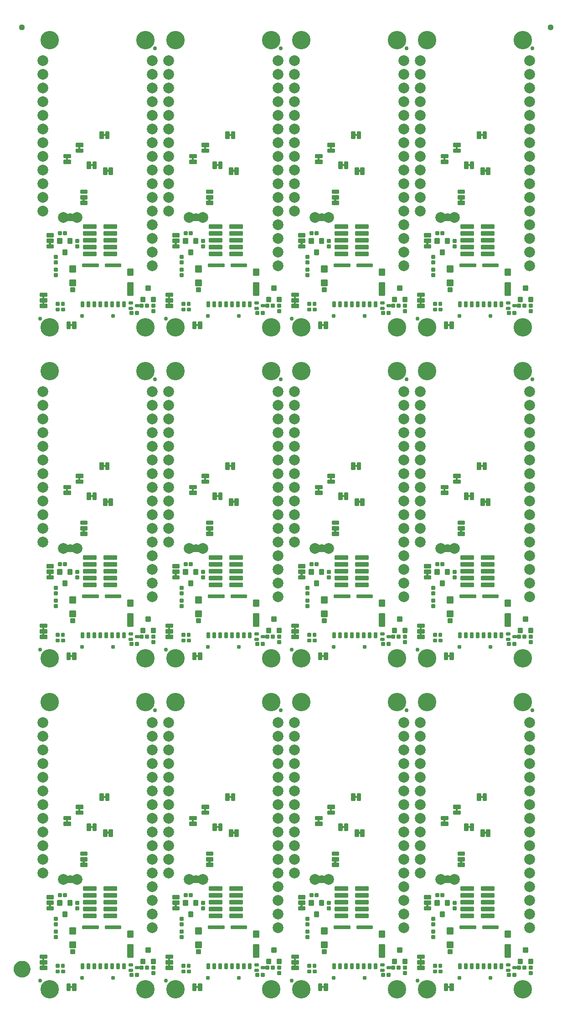
<source format=gbs>
G04 EAGLE Gerber RS-274X export*
G75*
%MOMM*%
%FSLAX34Y34*%
%LPD*%
%INSoldermask Bottom*%
%IPPOS*%
%AMOC8*
5,1,8,0,0,1.08239X$1,22.5*%
G01*
%ADD10C,0.762000*%
%ADD11C,0.777000*%
%ADD12C,3.429000*%
%ADD13C,0.228344*%
%ADD14C,2.006600*%
%ADD15C,0.225719*%
%ADD16C,0.228688*%
%ADD17C,0.235400*%
%ADD18C,0.223409*%
%ADD19C,0.225369*%
%ADD20C,0.234088*%
%ADD21C,0.228600*%
%ADD22C,0.231750*%
%ADD23C,0.228928*%
%ADD24C,1.127000*%
%ADD25C,1.270000*%
%ADD26C,1.627000*%

G36*
X533084Y1452257D02*
X533084Y1452257D01*
X533150Y1452259D01*
X533193Y1452277D01*
X533240Y1452285D01*
X533297Y1452319D01*
X533357Y1452344D01*
X533392Y1452375D01*
X533433Y1452400D01*
X533475Y1452451D01*
X533523Y1452495D01*
X533545Y1452537D01*
X533574Y1452574D01*
X533595Y1452636D01*
X533626Y1452695D01*
X533634Y1452749D01*
X533646Y1452786D01*
X533645Y1452826D01*
X533653Y1452880D01*
X533653Y1466088D01*
X533642Y1466153D01*
X533640Y1466219D01*
X533622Y1466262D01*
X533614Y1466309D01*
X533580Y1466366D01*
X533555Y1466426D01*
X533524Y1466461D01*
X533499Y1466502D01*
X533448Y1466544D01*
X533404Y1466592D01*
X533362Y1466614D01*
X533325Y1466643D01*
X533263Y1466664D01*
X533204Y1466695D01*
X533150Y1466703D01*
X533113Y1466715D01*
X533073Y1466714D01*
X533019Y1466722D01*
X529209Y1466722D01*
X529144Y1466711D01*
X529078Y1466709D01*
X529035Y1466691D01*
X528988Y1466683D01*
X528931Y1466649D01*
X528871Y1466624D01*
X528836Y1466593D01*
X528795Y1466568D01*
X528754Y1466517D01*
X528705Y1466473D01*
X528683Y1466431D01*
X528654Y1466394D01*
X528633Y1466332D01*
X528602Y1466273D01*
X528594Y1466219D01*
X528582Y1466182D01*
X528583Y1466142D01*
X528575Y1466088D01*
X528575Y1452880D01*
X528586Y1452815D01*
X528588Y1452749D01*
X528606Y1452706D01*
X528614Y1452659D01*
X528648Y1452602D01*
X528673Y1452542D01*
X528704Y1452507D01*
X528729Y1452466D01*
X528780Y1452425D01*
X528824Y1452376D01*
X528866Y1452354D01*
X528903Y1452325D01*
X528965Y1452304D01*
X529024Y1452273D01*
X529078Y1452265D01*
X529115Y1452253D01*
X529155Y1452254D01*
X529209Y1452246D01*
X533019Y1452246D01*
X533084Y1452257D01*
G37*
G36*
X766764Y1452257D02*
X766764Y1452257D01*
X766830Y1452259D01*
X766873Y1452277D01*
X766920Y1452285D01*
X766977Y1452319D01*
X767037Y1452344D01*
X767072Y1452375D01*
X767113Y1452400D01*
X767155Y1452451D01*
X767203Y1452495D01*
X767225Y1452537D01*
X767254Y1452574D01*
X767275Y1452636D01*
X767306Y1452695D01*
X767314Y1452749D01*
X767326Y1452786D01*
X767325Y1452826D01*
X767333Y1452880D01*
X767333Y1466088D01*
X767322Y1466153D01*
X767320Y1466219D01*
X767302Y1466262D01*
X767294Y1466309D01*
X767260Y1466366D01*
X767235Y1466426D01*
X767204Y1466461D01*
X767179Y1466502D01*
X767128Y1466544D01*
X767084Y1466592D01*
X767042Y1466614D01*
X767005Y1466643D01*
X766943Y1466664D01*
X766884Y1466695D01*
X766830Y1466703D01*
X766793Y1466715D01*
X766753Y1466714D01*
X766699Y1466722D01*
X762889Y1466722D01*
X762824Y1466711D01*
X762758Y1466709D01*
X762715Y1466691D01*
X762668Y1466683D01*
X762611Y1466649D01*
X762551Y1466624D01*
X762516Y1466593D01*
X762475Y1466568D01*
X762434Y1466517D01*
X762385Y1466473D01*
X762363Y1466431D01*
X762334Y1466394D01*
X762313Y1466332D01*
X762282Y1466273D01*
X762274Y1466219D01*
X762262Y1466182D01*
X762263Y1466142D01*
X762255Y1466088D01*
X762255Y1452880D01*
X762266Y1452815D01*
X762268Y1452749D01*
X762286Y1452706D01*
X762294Y1452659D01*
X762328Y1452602D01*
X762353Y1452542D01*
X762384Y1452507D01*
X762409Y1452466D01*
X762460Y1452425D01*
X762504Y1452376D01*
X762546Y1452354D01*
X762583Y1452325D01*
X762645Y1452304D01*
X762704Y1452273D01*
X762758Y1452265D01*
X762795Y1452253D01*
X762835Y1452254D01*
X762889Y1452246D01*
X766699Y1452246D01*
X766764Y1452257D01*
G37*
G36*
X65724Y1452257D02*
X65724Y1452257D01*
X65790Y1452259D01*
X65833Y1452277D01*
X65880Y1452285D01*
X65937Y1452319D01*
X65997Y1452344D01*
X66032Y1452375D01*
X66073Y1452400D01*
X66115Y1452451D01*
X66163Y1452495D01*
X66185Y1452537D01*
X66214Y1452574D01*
X66235Y1452636D01*
X66266Y1452695D01*
X66274Y1452749D01*
X66286Y1452786D01*
X66285Y1452826D01*
X66293Y1452880D01*
X66293Y1466088D01*
X66282Y1466153D01*
X66280Y1466219D01*
X66262Y1466262D01*
X66254Y1466309D01*
X66220Y1466366D01*
X66195Y1466426D01*
X66164Y1466461D01*
X66139Y1466502D01*
X66088Y1466544D01*
X66044Y1466592D01*
X66002Y1466614D01*
X65965Y1466643D01*
X65903Y1466664D01*
X65844Y1466695D01*
X65790Y1466703D01*
X65753Y1466715D01*
X65713Y1466714D01*
X65659Y1466722D01*
X61849Y1466722D01*
X61784Y1466711D01*
X61718Y1466709D01*
X61675Y1466691D01*
X61628Y1466683D01*
X61571Y1466649D01*
X61511Y1466624D01*
X61476Y1466593D01*
X61435Y1466568D01*
X61394Y1466517D01*
X61345Y1466473D01*
X61323Y1466431D01*
X61294Y1466394D01*
X61273Y1466332D01*
X61242Y1466273D01*
X61234Y1466219D01*
X61222Y1466182D01*
X61223Y1466142D01*
X61215Y1466088D01*
X61215Y1452880D01*
X61226Y1452815D01*
X61228Y1452749D01*
X61246Y1452706D01*
X61254Y1452659D01*
X61288Y1452602D01*
X61313Y1452542D01*
X61344Y1452507D01*
X61369Y1452466D01*
X61420Y1452425D01*
X61464Y1452376D01*
X61506Y1452354D01*
X61543Y1452325D01*
X61605Y1452304D01*
X61664Y1452273D01*
X61718Y1452265D01*
X61755Y1452253D01*
X61795Y1452254D01*
X61849Y1452246D01*
X65659Y1452246D01*
X65724Y1452257D01*
G37*
G36*
X299404Y1452257D02*
X299404Y1452257D01*
X299470Y1452259D01*
X299513Y1452277D01*
X299560Y1452285D01*
X299617Y1452319D01*
X299677Y1452344D01*
X299712Y1452375D01*
X299753Y1452400D01*
X299795Y1452451D01*
X299843Y1452495D01*
X299865Y1452537D01*
X299894Y1452574D01*
X299915Y1452636D01*
X299946Y1452695D01*
X299954Y1452749D01*
X299966Y1452786D01*
X299965Y1452826D01*
X299973Y1452880D01*
X299973Y1466088D01*
X299962Y1466153D01*
X299960Y1466219D01*
X299942Y1466262D01*
X299934Y1466309D01*
X299900Y1466366D01*
X299875Y1466426D01*
X299844Y1466461D01*
X299819Y1466502D01*
X299768Y1466544D01*
X299724Y1466592D01*
X299682Y1466614D01*
X299645Y1466643D01*
X299583Y1466664D01*
X299524Y1466695D01*
X299470Y1466703D01*
X299433Y1466715D01*
X299393Y1466714D01*
X299339Y1466722D01*
X295529Y1466722D01*
X295464Y1466711D01*
X295398Y1466709D01*
X295355Y1466691D01*
X295308Y1466683D01*
X295251Y1466649D01*
X295191Y1466624D01*
X295156Y1466593D01*
X295115Y1466568D01*
X295074Y1466517D01*
X295025Y1466473D01*
X295003Y1466431D01*
X294974Y1466394D01*
X294953Y1466332D01*
X294922Y1466273D01*
X294914Y1466219D01*
X294902Y1466182D01*
X294903Y1466142D01*
X294895Y1466088D01*
X294895Y1452880D01*
X294906Y1452815D01*
X294908Y1452749D01*
X294926Y1452706D01*
X294934Y1452659D01*
X294968Y1452602D01*
X294993Y1452542D01*
X295024Y1452507D01*
X295049Y1452466D01*
X295100Y1452425D01*
X295144Y1452376D01*
X295186Y1452354D01*
X295223Y1452325D01*
X295285Y1452304D01*
X295344Y1452273D01*
X295398Y1452265D01*
X295435Y1452253D01*
X295475Y1452254D01*
X295529Y1452246D01*
X299339Y1452246D01*
X299404Y1452257D01*
G37*
G36*
X65724Y222897D02*
X65724Y222897D01*
X65790Y222899D01*
X65833Y222917D01*
X65880Y222925D01*
X65937Y222959D01*
X65997Y222984D01*
X66032Y223015D01*
X66073Y223040D01*
X66115Y223091D01*
X66163Y223135D01*
X66185Y223177D01*
X66214Y223214D01*
X66235Y223276D01*
X66266Y223335D01*
X66274Y223389D01*
X66286Y223426D01*
X66285Y223466D01*
X66293Y223520D01*
X66293Y236728D01*
X66282Y236793D01*
X66280Y236859D01*
X66262Y236902D01*
X66254Y236949D01*
X66220Y237006D01*
X66195Y237066D01*
X66164Y237101D01*
X66139Y237142D01*
X66088Y237184D01*
X66044Y237232D01*
X66002Y237254D01*
X65965Y237283D01*
X65903Y237304D01*
X65844Y237335D01*
X65790Y237343D01*
X65753Y237355D01*
X65713Y237354D01*
X65659Y237362D01*
X61849Y237362D01*
X61784Y237351D01*
X61718Y237349D01*
X61675Y237331D01*
X61628Y237323D01*
X61571Y237289D01*
X61511Y237264D01*
X61476Y237233D01*
X61435Y237208D01*
X61394Y237157D01*
X61345Y237113D01*
X61323Y237071D01*
X61294Y237034D01*
X61273Y236972D01*
X61242Y236913D01*
X61234Y236859D01*
X61222Y236822D01*
X61223Y236782D01*
X61215Y236728D01*
X61215Y223520D01*
X61226Y223455D01*
X61228Y223389D01*
X61246Y223346D01*
X61254Y223299D01*
X61288Y223242D01*
X61313Y223182D01*
X61344Y223147D01*
X61369Y223106D01*
X61420Y223065D01*
X61464Y223016D01*
X61506Y222994D01*
X61543Y222965D01*
X61605Y222944D01*
X61664Y222913D01*
X61718Y222905D01*
X61755Y222893D01*
X61795Y222894D01*
X61849Y222886D01*
X65659Y222886D01*
X65724Y222897D01*
G37*
G36*
X65724Y837577D02*
X65724Y837577D01*
X65790Y837579D01*
X65833Y837597D01*
X65880Y837605D01*
X65937Y837639D01*
X65997Y837664D01*
X66032Y837695D01*
X66073Y837720D01*
X66115Y837771D01*
X66163Y837815D01*
X66185Y837857D01*
X66214Y837894D01*
X66235Y837956D01*
X66266Y838015D01*
X66274Y838069D01*
X66286Y838106D01*
X66285Y838146D01*
X66293Y838200D01*
X66293Y851408D01*
X66282Y851473D01*
X66280Y851539D01*
X66262Y851582D01*
X66254Y851629D01*
X66220Y851686D01*
X66195Y851746D01*
X66164Y851781D01*
X66139Y851822D01*
X66088Y851864D01*
X66044Y851912D01*
X66002Y851934D01*
X65965Y851963D01*
X65903Y851984D01*
X65844Y852015D01*
X65790Y852023D01*
X65753Y852035D01*
X65713Y852034D01*
X65659Y852042D01*
X61849Y852042D01*
X61784Y852031D01*
X61718Y852029D01*
X61675Y852011D01*
X61628Y852003D01*
X61571Y851969D01*
X61511Y851944D01*
X61476Y851913D01*
X61435Y851888D01*
X61394Y851837D01*
X61345Y851793D01*
X61323Y851751D01*
X61294Y851714D01*
X61273Y851652D01*
X61242Y851593D01*
X61234Y851539D01*
X61222Y851502D01*
X61223Y851462D01*
X61215Y851408D01*
X61215Y838200D01*
X61226Y838135D01*
X61228Y838069D01*
X61246Y838026D01*
X61254Y837979D01*
X61288Y837922D01*
X61313Y837862D01*
X61344Y837827D01*
X61369Y837786D01*
X61420Y837745D01*
X61464Y837696D01*
X61506Y837674D01*
X61543Y837645D01*
X61605Y837624D01*
X61664Y837593D01*
X61718Y837585D01*
X61755Y837573D01*
X61795Y837574D01*
X61849Y837566D01*
X65659Y837566D01*
X65724Y837577D01*
G37*
G36*
X299404Y837577D02*
X299404Y837577D01*
X299470Y837579D01*
X299513Y837597D01*
X299560Y837605D01*
X299617Y837639D01*
X299677Y837664D01*
X299712Y837695D01*
X299753Y837720D01*
X299795Y837771D01*
X299843Y837815D01*
X299865Y837857D01*
X299894Y837894D01*
X299915Y837956D01*
X299946Y838015D01*
X299954Y838069D01*
X299966Y838106D01*
X299965Y838146D01*
X299973Y838200D01*
X299973Y851408D01*
X299962Y851473D01*
X299960Y851539D01*
X299942Y851582D01*
X299934Y851629D01*
X299900Y851686D01*
X299875Y851746D01*
X299844Y851781D01*
X299819Y851822D01*
X299768Y851864D01*
X299724Y851912D01*
X299682Y851934D01*
X299645Y851963D01*
X299583Y851984D01*
X299524Y852015D01*
X299470Y852023D01*
X299433Y852035D01*
X299393Y852034D01*
X299339Y852042D01*
X295529Y852042D01*
X295464Y852031D01*
X295398Y852029D01*
X295355Y852011D01*
X295308Y852003D01*
X295251Y851969D01*
X295191Y851944D01*
X295156Y851913D01*
X295115Y851888D01*
X295074Y851837D01*
X295025Y851793D01*
X295003Y851751D01*
X294974Y851714D01*
X294953Y851652D01*
X294922Y851593D01*
X294914Y851539D01*
X294902Y851502D01*
X294903Y851462D01*
X294895Y851408D01*
X294895Y838200D01*
X294906Y838135D01*
X294908Y838069D01*
X294926Y838026D01*
X294934Y837979D01*
X294968Y837922D01*
X294993Y837862D01*
X295024Y837827D01*
X295049Y837786D01*
X295100Y837745D01*
X295144Y837696D01*
X295186Y837674D01*
X295223Y837645D01*
X295285Y837624D01*
X295344Y837593D01*
X295398Y837585D01*
X295435Y837573D01*
X295475Y837574D01*
X295529Y837566D01*
X299339Y837566D01*
X299404Y837577D01*
G37*
G36*
X766764Y837577D02*
X766764Y837577D01*
X766830Y837579D01*
X766873Y837597D01*
X766920Y837605D01*
X766977Y837639D01*
X767037Y837664D01*
X767072Y837695D01*
X767113Y837720D01*
X767155Y837771D01*
X767203Y837815D01*
X767225Y837857D01*
X767254Y837894D01*
X767275Y837956D01*
X767306Y838015D01*
X767314Y838069D01*
X767326Y838106D01*
X767325Y838146D01*
X767333Y838200D01*
X767333Y851408D01*
X767322Y851473D01*
X767320Y851539D01*
X767302Y851582D01*
X767294Y851629D01*
X767260Y851686D01*
X767235Y851746D01*
X767204Y851781D01*
X767179Y851822D01*
X767128Y851864D01*
X767084Y851912D01*
X767042Y851934D01*
X767005Y851963D01*
X766943Y851984D01*
X766884Y852015D01*
X766830Y852023D01*
X766793Y852035D01*
X766753Y852034D01*
X766699Y852042D01*
X762889Y852042D01*
X762824Y852031D01*
X762758Y852029D01*
X762715Y852011D01*
X762668Y852003D01*
X762611Y851969D01*
X762551Y851944D01*
X762516Y851913D01*
X762475Y851888D01*
X762434Y851837D01*
X762385Y851793D01*
X762363Y851751D01*
X762334Y851714D01*
X762313Y851652D01*
X762282Y851593D01*
X762274Y851539D01*
X762262Y851502D01*
X762263Y851462D01*
X762255Y851408D01*
X762255Y838200D01*
X762266Y838135D01*
X762268Y838069D01*
X762286Y838026D01*
X762294Y837979D01*
X762328Y837922D01*
X762353Y837862D01*
X762384Y837827D01*
X762409Y837786D01*
X762460Y837745D01*
X762504Y837696D01*
X762546Y837674D01*
X762583Y837645D01*
X762645Y837624D01*
X762704Y837593D01*
X762758Y837585D01*
X762795Y837573D01*
X762835Y837574D01*
X762889Y837566D01*
X766699Y837566D01*
X766764Y837577D01*
G37*
G36*
X533084Y837577D02*
X533084Y837577D01*
X533150Y837579D01*
X533193Y837597D01*
X533240Y837605D01*
X533297Y837639D01*
X533357Y837664D01*
X533392Y837695D01*
X533433Y837720D01*
X533475Y837771D01*
X533523Y837815D01*
X533545Y837857D01*
X533574Y837894D01*
X533595Y837956D01*
X533626Y838015D01*
X533634Y838069D01*
X533646Y838106D01*
X533645Y838146D01*
X533653Y838200D01*
X533653Y851408D01*
X533642Y851473D01*
X533640Y851539D01*
X533622Y851582D01*
X533614Y851629D01*
X533580Y851686D01*
X533555Y851746D01*
X533524Y851781D01*
X533499Y851822D01*
X533448Y851864D01*
X533404Y851912D01*
X533362Y851934D01*
X533325Y851963D01*
X533263Y851984D01*
X533204Y852015D01*
X533150Y852023D01*
X533113Y852035D01*
X533073Y852034D01*
X533019Y852042D01*
X529209Y852042D01*
X529144Y852031D01*
X529078Y852029D01*
X529035Y852011D01*
X528988Y852003D01*
X528931Y851969D01*
X528871Y851944D01*
X528836Y851913D01*
X528795Y851888D01*
X528754Y851837D01*
X528705Y851793D01*
X528683Y851751D01*
X528654Y851714D01*
X528633Y851652D01*
X528602Y851593D01*
X528594Y851539D01*
X528582Y851502D01*
X528583Y851462D01*
X528575Y851408D01*
X528575Y838200D01*
X528586Y838135D01*
X528588Y838069D01*
X528606Y838026D01*
X528614Y837979D01*
X528648Y837922D01*
X528673Y837862D01*
X528704Y837827D01*
X528729Y837786D01*
X528780Y837745D01*
X528824Y837696D01*
X528866Y837674D01*
X528903Y837645D01*
X528965Y837624D01*
X529024Y837593D01*
X529078Y837585D01*
X529115Y837573D01*
X529155Y837574D01*
X529209Y837566D01*
X533019Y837566D01*
X533084Y837577D01*
G37*
G36*
X533084Y222897D02*
X533084Y222897D01*
X533150Y222899D01*
X533193Y222917D01*
X533240Y222925D01*
X533297Y222959D01*
X533357Y222984D01*
X533392Y223015D01*
X533433Y223040D01*
X533475Y223091D01*
X533523Y223135D01*
X533545Y223177D01*
X533574Y223214D01*
X533595Y223276D01*
X533626Y223335D01*
X533634Y223389D01*
X533646Y223426D01*
X533645Y223466D01*
X533653Y223520D01*
X533653Y236728D01*
X533642Y236793D01*
X533640Y236859D01*
X533622Y236902D01*
X533614Y236949D01*
X533580Y237006D01*
X533555Y237066D01*
X533524Y237101D01*
X533499Y237142D01*
X533448Y237184D01*
X533404Y237232D01*
X533362Y237254D01*
X533325Y237283D01*
X533263Y237304D01*
X533204Y237335D01*
X533150Y237343D01*
X533113Y237355D01*
X533073Y237354D01*
X533019Y237362D01*
X529209Y237362D01*
X529144Y237351D01*
X529078Y237349D01*
X529035Y237331D01*
X528988Y237323D01*
X528931Y237289D01*
X528871Y237264D01*
X528836Y237233D01*
X528795Y237208D01*
X528754Y237157D01*
X528705Y237113D01*
X528683Y237071D01*
X528654Y237034D01*
X528633Y236972D01*
X528602Y236913D01*
X528594Y236859D01*
X528582Y236822D01*
X528583Y236782D01*
X528575Y236728D01*
X528575Y223520D01*
X528586Y223455D01*
X528588Y223389D01*
X528606Y223346D01*
X528614Y223299D01*
X528648Y223242D01*
X528673Y223182D01*
X528704Y223147D01*
X528729Y223106D01*
X528780Y223065D01*
X528824Y223016D01*
X528866Y222994D01*
X528903Y222965D01*
X528965Y222944D01*
X529024Y222913D01*
X529078Y222905D01*
X529115Y222893D01*
X529155Y222894D01*
X529209Y222886D01*
X533019Y222886D01*
X533084Y222897D01*
G37*
G36*
X299404Y222897D02*
X299404Y222897D01*
X299470Y222899D01*
X299513Y222917D01*
X299560Y222925D01*
X299617Y222959D01*
X299677Y222984D01*
X299712Y223015D01*
X299753Y223040D01*
X299795Y223091D01*
X299843Y223135D01*
X299865Y223177D01*
X299894Y223214D01*
X299915Y223276D01*
X299946Y223335D01*
X299954Y223389D01*
X299966Y223426D01*
X299965Y223466D01*
X299973Y223520D01*
X299973Y236728D01*
X299962Y236793D01*
X299960Y236859D01*
X299942Y236902D01*
X299934Y236949D01*
X299900Y237006D01*
X299875Y237066D01*
X299844Y237101D01*
X299819Y237142D01*
X299768Y237184D01*
X299724Y237232D01*
X299682Y237254D01*
X299645Y237283D01*
X299583Y237304D01*
X299524Y237335D01*
X299470Y237343D01*
X299433Y237355D01*
X299393Y237354D01*
X299339Y237362D01*
X295529Y237362D01*
X295464Y237351D01*
X295398Y237349D01*
X295355Y237331D01*
X295308Y237323D01*
X295251Y237289D01*
X295191Y237264D01*
X295156Y237233D01*
X295115Y237208D01*
X295074Y237157D01*
X295025Y237113D01*
X295003Y237071D01*
X294974Y237034D01*
X294953Y236972D01*
X294922Y236913D01*
X294914Y236859D01*
X294902Y236822D01*
X294903Y236782D01*
X294895Y236728D01*
X294895Y223520D01*
X294906Y223455D01*
X294908Y223389D01*
X294926Y223346D01*
X294934Y223299D01*
X294968Y223242D01*
X294993Y223182D01*
X295024Y223147D01*
X295049Y223106D01*
X295100Y223065D01*
X295144Y223016D01*
X295186Y222994D01*
X295223Y222965D01*
X295285Y222944D01*
X295344Y222913D01*
X295398Y222905D01*
X295435Y222893D01*
X295475Y222894D01*
X295529Y222886D01*
X299339Y222886D01*
X299404Y222897D01*
G37*
G36*
X766764Y222897D02*
X766764Y222897D01*
X766830Y222899D01*
X766873Y222917D01*
X766920Y222925D01*
X766977Y222959D01*
X767037Y222984D01*
X767072Y223015D01*
X767113Y223040D01*
X767155Y223091D01*
X767203Y223135D01*
X767225Y223177D01*
X767254Y223214D01*
X767275Y223276D01*
X767306Y223335D01*
X767314Y223389D01*
X767326Y223426D01*
X767325Y223466D01*
X767333Y223520D01*
X767333Y236728D01*
X767322Y236793D01*
X767320Y236859D01*
X767302Y236902D01*
X767294Y236949D01*
X767260Y237006D01*
X767235Y237066D01*
X767204Y237101D01*
X767179Y237142D01*
X767128Y237184D01*
X767084Y237232D01*
X767042Y237254D01*
X767005Y237283D01*
X766943Y237304D01*
X766884Y237335D01*
X766830Y237343D01*
X766793Y237355D01*
X766753Y237354D01*
X766699Y237362D01*
X762889Y237362D01*
X762824Y237351D01*
X762758Y237349D01*
X762715Y237331D01*
X762668Y237323D01*
X762611Y237289D01*
X762551Y237264D01*
X762516Y237233D01*
X762475Y237208D01*
X762434Y237157D01*
X762385Y237113D01*
X762363Y237071D01*
X762334Y237034D01*
X762313Y236972D01*
X762282Y236913D01*
X762274Y236859D01*
X762262Y236822D01*
X762263Y236782D01*
X762255Y236728D01*
X762255Y223520D01*
X762266Y223455D01*
X762268Y223389D01*
X762286Y223346D01*
X762294Y223299D01*
X762328Y223242D01*
X762353Y223182D01*
X762384Y223147D01*
X762409Y223106D01*
X762460Y223065D01*
X762504Y223016D01*
X762546Y222994D01*
X762583Y222965D01*
X762645Y222944D01*
X762704Y222913D01*
X762758Y222905D01*
X762795Y222893D01*
X762835Y222894D01*
X762889Y222886D01*
X766699Y222886D01*
X766764Y222897D01*
G37*
G36*
X89981Y874534D02*
X89981Y874534D01*
X90047Y874536D01*
X90090Y874554D01*
X90137Y874562D01*
X90194Y874596D01*
X90254Y874621D01*
X90289Y874652D01*
X90330Y874677D01*
X90372Y874728D01*
X90420Y874772D01*
X90442Y874814D01*
X90471Y874851D01*
X90492Y874913D01*
X90523Y874972D01*
X90531Y875026D01*
X90543Y875063D01*
X90542Y875103D01*
X90550Y875157D01*
X90550Y878967D01*
X90539Y879032D01*
X90537Y879098D01*
X90519Y879141D01*
X90511Y879188D01*
X90477Y879245D01*
X90452Y879305D01*
X90421Y879340D01*
X90396Y879381D01*
X90345Y879423D01*
X90301Y879471D01*
X90259Y879493D01*
X90222Y879522D01*
X90160Y879543D01*
X90101Y879574D01*
X90047Y879582D01*
X90010Y879594D01*
X89970Y879593D01*
X89916Y879601D01*
X87376Y879601D01*
X87311Y879590D01*
X87245Y879588D01*
X87202Y879570D01*
X87155Y879562D01*
X87098Y879528D01*
X87038Y879503D01*
X87003Y879472D01*
X86962Y879447D01*
X86921Y879396D01*
X86872Y879352D01*
X86850Y879310D01*
X86821Y879273D01*
X86800Y879211D01*
X86769Y879152D01*
X86761Y879098D01*
X86749Y879061D01*
X86749Y879057D01*
X86749Y879056D01*
X86750Y879021D01*
X86742Y878967D01*
X86742Y875157D01*
X86753Y875092D01*
X86755Y875026D01*
X86773Y874983D01*
X86781Y874936D01*
X86815Y874879D01*
X86840Y874819D01*
X86871Y874784D01*
X86896Y874743D01*
X86947Y874702D01*
X86991Y874653D01*
X87033Y874631D01*
X87070Y874602D01*
X87132Y874581D01*
X87191Y874550D01*
X87245Y874542D01*
X87282Y874530D01*
X87322Y874531D01*
X87376Y874523D01*
X89916Y874523D01*
X89981Y874534D01*
G37*
G36*
X791021Y874534D02*
X791021Y874534D01*
X791087Y874536D01*
X791130Y874554D01*
X791177Y874562D01*
X791234Y874596D01*
X791294Y874621D01*
X791329Y874652D01*
X791370Y874677D01*
X791412Y874728D01*
X791460Y874772D01*
X791482Y874814D01*
X791511Y874851D01*
X791532Y874913D01*
X791563Y874972D01*
X791571Y875026D01*
X791583Y875063D01*
X791582Y875103D01*
X791590Y875157D01*
X791590Y878967D01*
X791579Y879032D01*
X791577Y879098D01*
X791559Y879141D01*
X791551Y879188D01*
X791517Y879245D01*
X791492Y879305D01*
X791461Y879340D01*
X791436Y879381D01*
X791385Y879423D01*
X791341Y879471D01*
X791299Y879493D01*
X791262Y879522D01*
X791200Y879543D01*
X791141Y879574D01*
X791087Y879582D01*
X791050Y879594D01*
X791010Y879593D01*
X790956Y879601D01*
X788416Y879601D01*
X788351Y879590D01*
X788285Y879588D01*
X788242Y879570D01*
X788195Y879562D01*
X788138Y879528D01*
X788078Y879503D01*
X788043Y879472D01*
X788002Y879447D01*
X787961Y879396D01*
X787912Y879352D01*
X787890Y879310D01*
X787861Y879273D01*
X787840Y879211D01*
X787809Y879152D01*
X787801Y879098D01*
X787789Y879061D01*
X787789Y879057D01*
X787789Y879056D01*
X787790Y879021D01*
X787782Y878967D01*
X787782Y875157D01*
X787793Y875092D01*
X787795Y875026D01*
X787813Y874983D01*
X787821Y874936D01*
X787855Y874879D01*
X787880Y874819D01*
X787911Y874784D01*
X787936Y874743D01*
X787987Y874702D01*
X788031Y874653D01*
X788073Y874631D01*
X788110Y874602D01*
X788172Y874581D01*
X788231Y874550D01*
X788285Y874542D01*
X788322Y874530D01*
X788362Y874531D01*
X788416Y874523D01*
X790956Y874523D01*
X791021Y874534D01*
G37*
G36*
X323661Y874534D02*
X323661Y874534D01*
X323727Y874536D01*
X323770Y874554D01*
X323817Y874562D01*
X323874Y874596D01*
X323934Y874621D01*
X323969Y874652D01*
X324010Y874677D01*
X324052Y874728D01*
X324100Y874772D01*
X324122Y874814D01*
X324151Y874851D01*
X324172Y874913D01*
X324203Y874972D01*
X324211Y875026D01*
X324223Y875063D01*
X324222Y875103D01*
X324230Y875157D01*
X324230Y878967D01*
X324219Y879032D01*
X324217Y879098D01*
X324199Y879141D01*
X324191Y879188D01*
X324157Y879245D01*
X324132Y879305D01*
X324101Y879340D01*
X324076Y879381D01*
X324025Y879423D01*
X323981Y879471D01*
X323939Y879493D01*
X323902Y879522D01*
X323840Y879543D01*
X323781Y879574D01*
X323727Y879582D01*
X323690Y879594D01*
X323650Y879593D01*
X323596Y879601D01*
X321056Y879601D01*
X320991Y879590D01*
X320925Y879588D01*
X320882Y879570D01*
X320835Y879562D01*
X320778Y879528D01*
X320718Y879503D01*
X320683Y879472D01*
X320642Y879447D01*
X320601Y879396D01*
X320552Y879352D01*
X320530Y879310D01*
X320501Y879273D01*
X320480Y879211D01*
X320449Y879152D01*
X320441Y879098D01*
X320429Y879061D01*
X320429Y879057D01*
X320429Y879056D01*
X320430Y879021D01*
X320422Y878967D01*
X320422Y875157D01*
X320433Y875092D01*
X320435Y875026D01*
X320453Y874983D01*
X320461Y874936D01*
X320495Y874879D01*
X320520Y874819D01*
X320551Y874784D01*
X320576Y874743D01*
X320627Y874702D01*
X320671Y874653D01*
X320713Y874631D01*
X320750Y874602D01*
X320812Y874581D01*
X320871Y874550D01*
X320925Y874542D01*
X320962Y874530D01*
X321002Y874531D01*
X321056Y874523D01*
X323596Y874523D01*
X323661Y874534D01*
G37*
G36*
X557341Y874534D02*
X557341Y874534D01*
X557407Y874536D01*
X557450Y874554D01*
X557497Y874562D01*
X557554Y874596D01*
X557614Y874621D01*
X557649Y874652D01*
X557690Y874677D01*
X557732Y874728D01*
X557780Y874772D01*
X557802Y874814D01*
X557831Y874851D01*
X557852Y874913D01*
X557883Y874972D01*
X557891Y875026D01*
X557903Y875063D01*
X557902Y875103D01*
X557910Y875157D01*
X557910Y878967D01*
X557899Y879032D01*
X557897Y879098D01*
X557879Y879141D01*
X557871Y879188D01*
X557837Y879245D01*
X557812Y879305D01*
X557781Y879340D01*
X557756Y879381D01*
X557705Y879423D01*
X557661Y879471D01*
X557619Y879493D01*
X557582Y879522D01*
X557520Y879543D01*
X557461Y879574D01*
X557407Y879582D01*
X557370Y879594D01*
X557330Y879593D01*
X557276Y879601D01*
X554736Y879601D01*
X554671Y879590D01*
X554605Y879588D01*
X554562Y879570D01*
X554515Y879562D01*
X554458Y879528D01*
X554398Y879503D01*
X554363Y879472D01*
X554322Y879447D01*
X554281Y879396D01*
X554232Y879352D01*
X554210Y879310D01*
X554181Y879273D01*
X554160Y879211D01*
X554129Y879152D01*
X554121Y879098D01*
X554109Y879061D01*
X554109Y879057D01*
X554109Y879056D01*
X554110Y879021D01*
X554102Y878967D01*
X554102Y875157D01*
X554113Y875092D01*
X554115Y875026D01*
X554133Y874983D01*
X554141Y874936D01*
X554175Y874879D01*
X554200Y874819D01*
X554231Y874784D01*
X554256Y874743D01*
X554307Y874702D01*
X554351Y874653D01*
X554393Y874631D01*
X554430Y874602D01*
X554492Y874581D01*
X554551Y874550D01*
X554605Y874542D01*
X554642Y874530D01*
X554682Y874531D01*
X554736Y874523D01*
X557276Y874523D01*
X557341Y874534D01*
G37*
G36*
X526429Y950836D02*
X526429Y950836D01*
X526495Y950838D01*
X526538Y950856D01*
X526585Y950864D01*
X526642Y950898D01*
X526703Y950922D01*
X526738Y950954D01*
X526778Y950978D01*
X526820Y951029D01*
X526868Y951074D01*
X526890Y951116D01*
X526920Y951152D01*
X526941Y951215D01*
X526971Y951273D01*
X526979Y951328D01*
X526991Y951365D01*
X526990Y951404D01*
X526998Y951459D01*
X526998Y955269D01*
X526987Y955333D01*
X526985Y955399D01*
X526967Y955443D01*
X526959Y955489D01*
X526925Y955546D01*
X526901Y955607D01*
X526869Y955642D01*
X526845Y955683D01*
X526794Y955724D01*
X526749Y955773D01*
X526707Y955794D01*
X526670Y955824D01*
X526608Y955845D01*
X526550Y955875D01*
X526495Y955883D01*
X526458Y955896D01*
X526419Y955895D01*
X526364Y955903D01*
X523824Y955903D01*
X523759Y955891D01*
X523694Y955889D01*
X523650Y955872D01*
X523603Y955863D01*
X523547Y955830D01*
X523486Y955805D01*
X523451Y955773D01*
X523410Y955749D01*
X523369Y955698D01*
X523320Y955654D01*
X523299Y955612D01*
X523269Y955575D01*
X523248Y955513D01*
X523218Y955454D01*
X523210Y955400D01*
X523197Y955362D01*
X523197Y955358D01*
X523198Y955322D01*
X523190Y955269D01*
X523190Y951459D01*
X523202Y951394D01*
X523204Y951328D01*
X523221Y951284D01*
X523230Y951238D01*
X523263Y951181D01*
X523288Y951120D01*
X523320Y951085D01*
X523344Y951045D01*
X523395Y951003D01*
X523439Y950955D01*
X523481Y950933D01*
X523518Y950903D01*
X523580Y950882D01*
X523639Y950852D01*
X523693Y950844D01*
X523730Y950831D01*
X523770Y950832D01*
X523824Y950824D01*
X526364Y950824D01*
X526429Y950836D01*
G37*
G36*
X292749Y950836D02*
X292749Y950836D01*
X292815Y950838D01*
X292858Y950856D01*
X292905Y950864D01*
X292962Y950898D01*
X293023Y950922D01*
X293058Y950954D01*
X293098Y950978D01*
X293140Y951029D01*
X293188Y951074D01*
X293210Y951116D01*
X293240Y951152D01*
X293261Y951215D01*
X293291Y951273D01*
X293299Y951328D01*
X293311Y951365D01*
X293310Y951404D01*
X293318Y951459D01*
X293318Y955269D01*
X293307Y955333D01*
X293305Y955399D01*
X293287Y955443D01*
X293279Y955489D01*
X293245Y955546D01*
X293221Y955607D01*
X293189Y955642D01*
X293165Y955683D01*
X293114Y955724D01*
X293069Y955773D01*
X293027Y955794D01*
X292990Y955824D01*
X292928Y955845D01*
X292870Y955875D01*
X292815Y955883D01*
X292778Y955896D01*
X292739Y955895D01*
X292684Y955903D01*
X290144Y955903D01*
X290079Y955891D01*
X290014Y955889D01*
X289970Y955872D01*
X289923Y955863D01*
X289867Y955830D01*
X289806Y955805D01*
X289771Y955773D01*
X289730Y955749D01*
X289689Y955698D01*
X289640Y955654D01*
X289619Y955612D01*
X289589Y955575D01*
X289568Y955513D01*
X289538Y955454D01*
X289530Y955400D01*
X289517Y955362D01*
X289517Y955358D01*
X289518Y955322D01*
X289510Y955269D01*
X289510Y951459D01*
X289522Y951394D01*
X289524Y951328D01*
X289541Y951284D01*
X289550Y951238D01*
X289583Y951181D01*
X289608Y951120D01*
X289640Y951085D01*
X289664Y951045D01*
X289715Y951003D01*
X289759Y950955D01*
X289801Y950933D01*
X289838Y950903D01*
X289900Y950882D01*
X289959Y950852D01*
X290013Y950844D01*
X290050Y950831D01*
X290090Y950832D01*
X290144Y950824D01*
X292684Y950824D01*
X292749Y950836D01*
G37*
G36*
X760109Y950836D02*
X760109Y950836D01*
X760175Y950838D01*
X760218Y950856D01*
X760265Y950864D01*
X760322Y950898D01*
X760383Y950922D01*
X760418Y950954D01*
X760458Y950978D01*
X760500Y951029D01*
X760548Y951074D01*
X760570Y951116D01*
X760600Y951152D01*
X760621Y951215D01*
X760651Y951273D01*
X760659Y951328D01*
X760671Y951365D01*
X760670Y951404D01*
X760678Y951459D01*
X760678Y955269D01*
X760667Y955333D01*
X760665Y955399D01*
X760647Y955443D01*
X760639Y955489D01*
X760605Y955546D01*
X760581Y955607D01*
X760549Y955642D01*
X760525Y955683D01*
X760474Y955724D01*
X760429Y955773D01*
X760387Y955794D01*
X760350Y955824D01*
X760288Y955845D01*
X760230Y955875D01*
X760175Y955883D01*
X760138Y955896D01*
X760099Y955895D01*
X760044Y955903D01*
X757504Y955903D01*
X757439Y955891D01*
X757374Y955889D01*
X757330Y955872D01*
X757283Y955863D01*
X757227Y955830D01*
X757166Y955805D01*
X757131Y955773D01*
X757090Y955749D01*
X757049Y955698D01*
X757000Y955654D01*
X756979Y955612D01*
X756949Y955575D01*
X756928Y955513D01*
X756898Y955454D01*
X756890Y955400D01*
X756877Y955362D01*
X756877Y955358D01*
X756878Y955322D01*
X756870Y955269D01*
X756870Y951459D01*
X756882Y951394D01*
X756884Y951328D01*
X756901Y951284D01*
X756910Y951238D01*
X756943Y951181D01*
X756968Y951120D01*
X757000Y951085D01*
X757024Y951045D01*
X757075Y951003D01*
X757119Y950955D01*
X757161Y950933D01*
X757198Y950903D01*
X757260Y950882D01*
X757319Y950852D01*
X757373Y950844D01*
X757410Y950831D01*
X757450Y950832D01*
X757504Y950824D01*
X760044Y950824D01*
X760109Y950836D01*
G37*
G36*
X59069Y950836D02*
X59069Y950836D01*
X59135Y950838D01*
X59178Y950856D01*
X59225Y950864D01*
X59282Y950898D01*
X59343Y950922D01*
X59378Y950954D01*
X59418Y950978D01*
X59460Y951029D01*
X59508Y951074D01*
X59530Y951116D01*
X59560Y951152D01*
X59581Y951215D01*
X59611Y951273D01*
X59619Y951328D01*
X59631Y951365D01*
X59630Y951404D01*
X59638Y951459D01*
X59638Y955269D01*
X59627Y955333D01*
X59625Y955399D01*
X59607Y955443D01*
X59599Y955489D01*
X59565Y955546D01*
X59541Y955607D01*
X59509Y955642D01*
X59485Y955683D01*
X59434Y955724D01*
X59389Y955773D01*
X59347Y955794D01*
X59310Y955824D01*
X59248Y955845D01*
X59190Y955875D01*
X59135Y955883D01*
X59098Y955896D01*
X59059Y955895D01*
X59004Y955903D01*
X56464Y955903D01*
X56399Y955891D01*
X56334Y955889D01*
X56290Y955872D01*
X56243Y955863D01*
X56187Y955830D01*
X56126Y955805D01*
X56091Y955773D01*
X56050Y955749D01*
X56009Y955698D01*
X55960Y955654D01*
X55939Y955612D01*
X55909Y955575D01*
X55888Y955513D01*
X55858Y955454D01*
X55850Y955400D01*
X55837Y955362D01*
X55837Y955358D01*
X55838Y955322D01*
X55830Y955269D01*
X55830Y951459D01*
X55842Y951394D01*
X55844Y951328D01*
X55861Y951284D01*
X55870Y951238D01*
X55903Y951181D01*
X55928Y951120D01*
X55960Y951085D01*
X55984Y951045D01*
X56035Y951003D01*
X56079Y950955D01*
X56121Y950933D01*
X56158Y950903D01*
X56220Y950882D01*
X56279Y950852D01*
X56333Y950844D01*
X56370Y950831D01*
X56410Y950832D01*
X56464Y950824D01*
X59004Y950824D01*
X59069Y950836D01*
G37*
G36*
X15203Y683247D02*
X15203Y683247D01*
X15269Y683249D01*
X15313Y683267D01*
X15359Y683275D01*
X15416Y683309D01*
X15477Y683333D01*
X15512Y683365D01*
X15552Y683389D01*
X15594Y683440D01*
X15642Y683485D01*
X15664Y683527D01*
X15694Y683563D01*
X15715Y683626D01*
X15745Y683684D01*
X15753Y683739D01*
X15766Y683776D01*
X15765Y683815D01*
X15773Y683870D01*
X15773Y687680D01*
X15761Y687744D01*
X15759Y687810D01*
X15741Y687854D01*
X15733Y687900D01*
X15699Y687957D01*
X15675Y688018D01*
X15643Y688053D01*
X15619Y688094D01*
X15568Y688135D01*
X15523Y688184D01*
X15481Y688205D01*
X15445Y688235D01*
X15382Y688256D01*
X15324Y688286D01*
X15269Y688294D01*
X15232Y688307D01*
X15193Y688306D01*
X15138Y688314D01*
X12598Y688314D01*
X12534Y688302D01*
X12468Y688300D01*
X12424Y688283D01*
X12378Y688274D01*
X12321Y688241D01*
X12260Y688216D01*
X12225Y688184D01*
X12184Y688160D01*
X12143Y688109D01*
X12094Y688065D01*
X12073Y688023D01*
X12043Y687986D01*
X12022Y687924D01*
X11992Y687865D01*
X11984Y687811D01*
X11971Y687773D01*
X11971Y687769D01*
X11972Y687733D01*
X11964Y687680D01*
X11964Y683870D01*
X11976Y683805D01*
X11978Y683739D01*
X11995Y683695D01*
X12004Y683649D01*
X12037Y683592D01*
X12062Y683531D01*
X12094Y683496D01*
X12118Y683456D01*
X12169Y683414D01*
X12213Y683366D01*
X12256Y683344D01*
X12292Y683314D01*
X12354Y683293D01*
X12413Y683263D01*
X12467Y683255D01*
X12505Y683242D01*
X12544Y683244D01*
X12598Y683235D01*
X15138Y683235D01*
X15203Y683247D01*
G37*
G36*
X248883Y683247D02*
X248883Y683247D01*
X248949Y683249D01*
X248993Y683267D01*
X249039Y683275D01*
X249096Y683309D01*
X249157Y683333D01*
X249192Y683365D01*
X249232Y683389D01*
X249274Y683440D01*
X249322Y683485D01*
X249344Y683527D01*
X249374Y683563D01*
X249395Y683626D01*
X249425Y683684D01*
X249433Y683739D01*
X249446Y683776D01*
X249445Y683815D01*
X249453Y683870D01*
X249453Y687680D01*
X249441Y687744D01*
X249439Y687810D01*
X249421Y687854D01*
X249413Y687900D01*
X249379Y687957D01*
X249355Y688018D01*
X249323Y688053D01*
X249299Y688094D01*
X249248Y688135D01*
X249203Y688184D01*
X249161Y688205D01*
X249125Y688235D01*
X249062Y688256D01*
X249004Y688286D01*
X248949Y688294D01*
X248912Y688307D01*
X248873Y688306D01*
X248818Y688314D01*
X246278Y688314D01*
X246214Y688302D01*
X246148Y688300D01*
X246104Y688283D01*
X246058Y688274D01*
X246001Y688241D01*
X245940Y688216D01*
X245905Y688184D01*
X245864Y688160D01*
X245823Y688109D01*
X245774Y688065D01*
X245753Y688023D01*
X245723Y687986D01*
X245702Y687924D01*
X245672Y687865D01*
X245664Y687811D01*
X245651Y687773D01*
X245651Y687769D01*
X245652Y687733D01*
X245644Y687680D01*
X245644Y683870D01*
X245656Y683805D01*
X245658Y683739D01*
X245675Y683695D01*
X245684Y683649D01*
X245717Y683592D01*
X245742Y683531D01*
X245774Y683496D01*
X245798Y683456D01*
X245849Y683414D01*
X245893Y683366D01*
X245936Y683344D01*
X245972Y683314D01*
X246034Y683293D01*
X246093Y683263D01*
X246147Y683255D01*
X246185Y683242D01*
X246224Y683244D01*
X246278Y683235D01*
X248818Y683235D01*
X248883Y683247D01*
G37*
G36*
X482563Y683247D02*
X482563Y683247D01*
X482629Y683249D01*
X482673Y683267D01*
X482719Y683275D01*
X482776Y683309D01*
X482837Y683333D01*
X482872Y683365D01*
X482912Y683389D01*
X482954Y683440D01*
X483002Y683485D01*
X483024Y683527D01*
X483054Y683563D01*
X483075Y683626D01*
X483105Y683684D01*
X483113Y683739D01*
X483126Y683776D01*
X483125Y683815D01*
X483133Y683870D01*
X483133Y687680D01*
X483121Y687744D01*
X483119Y687810D01*
X483101Y687854D01*
X483093Y687900D01*
X483059Y687957D01*
X483035Y688018D01*
X483003Y688053D01*
X482979Y688094D01*
X482928Y688135D01*
X482883Y688184D01*
X482841Y688205D01*
X482805Y688235D01*
X482742Y688256D01*
X482684Y688286D01*
X482629Y688294D01*
X482592Y688307D01*
X482553Y688306D01*
X482498Y688314D01*
X479958Y688314D01*
X479894Y688302D01*
X479828Y688300D01*
X479784Y688283D01*
X479738Y688274D01*
X479681Y688241D01*
X479620Y688216D01*
X479585Y688184D01*
X479544Y688160D01*
X479503Y688109D01*
X479454Y688065D01*
X479433Y688023D01*
X479403Y687986D01*
X479382Y687924D01*
X479352Y687865D01*
X479344Y687811D01*
X479331Y687773D01*
X479331Y687769D01*
X479332Y687733D01*
X479324Y687680D01*
X479324Y683870D01*
X479336Y683805D01*
X479338Y683739D01*
X479355Y683695D01*
X479364Y683649D01*
X479397Y683592D01*
X479422Y683531D01*
X479454Y683496D01*
X479478Y683456D01*
X479529Y683414D01*
X479573Y683366D01*
X479616Y683344D01*
X479652Y683314D01*
X479714Y683293D01*
X479773Y683263D01*
X479827Y683255D01*
X479865Y683242D01*
X479904Y683244D01*
X479958Y683235D01*
X482498Y683235D01*
X482563Y683247D01*
G37*
G36*
X716243Y683247D02*
X716243Y683247D01*
X716309Y683249D01*
X716353Y683267D01*
X716399Y683275D01*
X716456Y683309D01*
X716517Y683333D01*
X716552Y683365D01*
X716592Y683389D01*
X716634Y683440D01*
X716682Y683485D01*
X716704Y683527D01*
X716734Y683563D01*
X716755Y683626D01*
X716785Y683684D01*
X716793Y683739D01*
X716806Y683776D01*
X716805Y683815D01*
X716813Y683870D01*
X716813Y687680D01*
X716801Y687744D01*
X716799Y687810D01*
X716781Y687854D01*
X716773Y687900D01*
X716739Y687957D01*
X716715Y688018D01*
X716683Y688053D01*
X716659Y688094D01*
X716608Y688135D01*
X716563Y688184D01*
X716521Y688205D01*
X716485Y688235D01*
X716422Y688256D01*
X716364Y688286D01*
X716309Y688294D01*
X716272Y688307D01*
X716233Y688306D01*
X716178Y688314D01*
X713638Y688314D01*
X713574Y688302D01*
X713508Y688300D01*
X713464Y688283D01*
X713418Y688274D01*
X713361Y688241D01*
X713300Y688216D01*
X713265Y688184D01*
X713224Y688160D01*
X713183Y688109D01*
X713134Y688065D01*
X713113Y688023D01*
X713083Y687986D01*
X713062Y687924D01*
X713032Y687865D01*
X713024Y687811D01*
X713011Y687773D01*
X713011Y687769D01*
X713012Y687733D01*
X713004Y687680D01*
X713004Y683870D01*
X713016Y683805D01*
X713018Y683739D01*
X713035Y683695D01*
X713044Y683649D01*
X713077Y683592D01*
X713102Y683531D01*
X713134Y683496D01*
X713158Y683456D01*
X713209Y683414D01*
X713253Y683366D01*
X713296Y683344D01*
X713332Y683314D01*
X713394Y683293D01*
X713453Y683263D01*
X713507Y683255D01*
X713545Y683242D01*
X713584Y683244D01*
X713638Y683235D01*
X716178Y683235D01*
X716243Y683247D01*
G37*
G36*
X482563Y1308087D02*
X482563Y1308087D01*
X482629Y1308089D01*
X482673Y1308107D01*
X482719Y1308115D01*
X482776Y1308149D01*
X482837Y1308173D01*
X482872Y1308205D01*
X482912Y1308229D01*
X482954Y1308280D01*
X483002Y1308325D01*
X483024Y1308367D01*
X483054Y1308403D01*
X483075Y1308466D01*
X483105Y1308524D01*
X483113Y1308579D01*
X483126Y1308616D01*
X483125Y1308655D01*
X483133Y1308710D01*
X483133Y1312520D01*
X483121Y1312584D01*
X483119Y1312650D01*
X483101Y1312694D01*
X483093Y1312740D01*
X483059Y1312797D01*
X483035Y1312858D01*
X483003Y1312893D01*
X482979Y1312934D01*
X482928Y1312975D01*
X482883Y1313024D01*
X482841Y1313045D01*
X482805Y1313075D01*
X482742Y1313096D01*
X482684Y1313126D01*
X482629Y1313134D01*
X482592Y1313147D01*
X482553Y1313146D01*
X482498Y1313154D01*
X479958Y1313154D01*
X479894Y1313142D01*
X479828Y1313140D01*
X479784Y1313123D01*
X479738Y1313114D01*
X479681Y1313081D01*
X479620Y1313056D01*
X479585Y1313024D01*
X479544Y1313000D01*
X479503Y1312949D01*
X479454Y1312905D01*
X479433Y1312863D01*
X479403Y1312826D01*
X479382Y1312764D01*
X479352Y1312705D01*
X479344Y1312651D01*
X479331Y1312613D01*
X479331Y1312609D01*
X479332Y1312573D01*
X479324Y1312520D01*
X479324Y1308710D01*
X479336Y1308645D01*
X479338Y1308579D01*
X479355Y1308535D01*
X479364Y1308489D01*
X479397Y1308432D01*
X479422Y1308371D01*
X479454Y1308336D01*
X479478Y1308296D01*
X479529Y1308254D01*
X479573Y1308206D01*
X479616Y1308184D01*
X479652Y1308154D01*
X479714Y1308133D01*
X479773Y1308103D01*
X479827Y1308095D01*
X479865Y1308082D01*
X479904Y1308084D01*
X479958Y1308075D01*
X482498Y1308075D01*
X482563Y1308087D01*
G37*
G36*
X791021Y259854D02*
X791021Y259854D01*
X791087Y259856D01*
X791130Y259874D01*
X791177Y259882D01*
X791234Y259916D01*
X791294Y259941D01*
X791329Y259972D01*
X791370Y259997D01*
X791412Y260048D01*
X791460Y260092D01*
X791482Y260134D01*
X791511Y260171D01*
X791532Y260233D01*
X791563Y260292D01*
X791571Y260346D01*
X791583Y260383D01*
X791582Y260423D01*
X791590Y260477D01*
X791590Y264287D01*
X791579Y264352D01*
X791577Y264418D01*
X791559Y264461D01*
X791551Y264508D01*
X791517Y264565D01*
X791492Y264625D01*
X791461Y264660D01*
X791436Y264701D01*
X791385Y264743D01*
X791341Y264791D01*
X791299Y264813D01*
X791262Y264842D01*
X791200Y264863D01*
X791141Y264894D01*
X791087Y264902D01*
X791050Y264914D01*
X791010Y264913D01*
X790956Y264921D01*
X788416Y264921D01*
X788351Y264910D01*
X788285Y264908D01*
X788242Y264890D01*
X788195Y264882D01*
X788138Y264848D01*
X788078Y264823D01*
X788043Y264792D01*
X788002Y264767D01*
X787961Y264716D01*
X787912Y264672D01*
X787890Y264630D01*
X787861Y264593D01*
X787840Y264531D01*
X787809Y264472D01*
X787801Y264418D01*
X787789Y264381D01*
X787789Y264377D01*
X787789Y264376D01*
X787790Y264341D01*
X787782Y264287D01*
X787782Y260477D01*
X787793Y260412D01*
X787795Y260346D01*
X787813Y260303D01*
X787821Y260256D01*
X787855Y260199D01*
X787880Y260139D01*
X787911Y260104D01*
X787936Y260063D01*
X787987Y260022D01*
X788031Y259973D01*
X788073Y259951D01*
X788110Y259922D01*
X788172Y259901D01*
X788231Y259870D01*
X788285Y259862D01*
X788322Y259850D01*
X788362Y259851D01*
X788416Y259843D01*
X790956Y259843D01*
X791021Y259854D01*
G37*
G36*
X323661Y259854D02*
X323661Y259854D01*
X323727Y259856D01*
X323770Y259874D01*
X323817Y259882D01*
X323874Y259916D01*
X323934Y259941D01*
X323969Y259972D01*
X324010Y259997D01*
X324052Y260048D01*
X324100Y260092D01*
X324122Y260134D01*
X324151Y260171D01*
X324172Y260233D01*
X324203Y260292D01*
X324211Y260346D01*
X324223Y260383D01*
X324222Y260423D01*
X324230Y260477D01*
X324230Y264287D01*
X324219Y264352D01*
X324217Y264418D01*
X324199Y264461D01*
X324191Y264508D01*
X324157Y264565D01*
X324132Y264625D01*
X324101Y264660D01*
X324076Y264701D01*
X324025Y264743D01*
X323981Y264791D01*
X323939Y264813D01*
X323902Y264842D01*
X323840Y264863D01*
X323781Y264894D01*
X323727Y264902D01*
X323690Y264914D01*
X323650Y264913D01*
X323596Y264921D01*
X321056Y264921D01*
X320991Y264910D01*
X320925Y264908D01*
X320882Y264890D01*
X320835Y264882D01*
X320778Y264848D01*
X320718Y264823D01*
X320683Y264792D01*
X320642Y264767D01*
X320601Y264716D01*
X320552Y264672D01*
X320530Y264630D01*
X320501Y264593D01*
X320480Y264531D01*
X320449Y264472D01*
X320441Y264418D01*
X320429Y264381D01*
X320429Y264377D01*
X320429Y264376D01*
X320430Y264341D01*
X320422Y264287D01*
X320422Y260477D01*
X320433Y260412D01*
X320435Y260346D01*
X320453Y260303D01*
X320461Y260256D01*
X320495Y260199D01*
X320520Y260139D01*
X320551Y260104D01*
X320576Y260063D01*
X320627Y260022D01*
X320671Y259973D01*
X320713Y259951D01*
X320750Y259922D01*
X320812Y259901D01*
X320871Y259870D01*
X320925Y259862D01*
X320962Y259850D01*
X321002Y259851D01*
X321056Y259843D01*
X323596Y259843D01*
X323661Y259854D01*
G37*
G36*
X89981Y259854D02*
X89981Y259854D01*
X90047Y259856D01*
X90090Y259874D01*
X90137Y259882D01*
X90194Y259916D01*
X90254Y259941D01*
X90289Y259972D01*
X90330Y259997D01*
X90372Y260048D01*
X90420Y260092D01*
X90442Y260134D01*
X90471Y260171D01*
X90492Y260233D01*
X90523Y260292D01*
X90531Y260346D01*
X90543Y260383D01*
X90542Y260423D01*
X90550Y260477D01*
X90550Y264287D01*
X90539Y264352D01*
X90537Y264418D01*
X90519Y264461D01*
X90511Y264508D01*
X90477Y264565D01*
X90452Y264625D01*
X90421Y264660D01*
X90396Y264701D01*
X90345Y264743D01*
X90301Y264791D01*
X90259Y264813D01*
X90222Y264842D01*
X90160Y264863D01*
X90101Y264894D01*
X90047Y264902D01*
X90010Y264914D01*
X89970Y264913D01*
X89916Y264921D01*
X87376Y264921D01*
X87311Y264910D01*
X87245Y264908D01*
X87202Y264890D01*
X87155Y264882D01*
X87098Y264848D01*
X87038Y264823D01*
X87003Y264792D01*
X86962Y264767D01*
X86921Y264716D01*
X86872Y264672D01*
X86850Y264630D01*
X86821Y264593D01*
X86800Y264531D01*
X86769Y264472D01*
X86761Y264418D01*
X86749Y264381D01*
X86749Y264377D01*
X86749Y264376D01*
X86750Y264341D01*
X86742Y264287D01*
X86742Y260477D01*
X86753Y260412D01*
X86755Y260346D01*
X86773Y260303D01*
X86781Y260256D01*
X86815Y260199D01*
X86840Y260139D01*
X86871Y260104D01*
X86896Y260063D01*
X86947Y260022D01*
X86991Y259973D01*
X87033Y259951D01*
X87070Y259922D01*
X87132Y259901D01*
X87191Y259870D01*
X87245Y259862D01*
X87282Y259850D01*
X87322Y259851D01*
X87376Y259843D01*
X89916Y259843D01*
X89981Y259854D01*
G37*
G36*
X782994Y1586293D02*
X782994Y1586293D01*
X783060Y1586295D01*
X783104Y1586313D01*
X783150Y1586321D01*
X783207Y1586355D01*
X783268Y1586379D01*
X783303Y1586411D01*
X783344Y1586435D01*
X783385Y1586486D01*
X783434Y1586531D01*
X783455Y1586573D01*
X783485Y1586610D01*
X783506Y1586672D01*
X783536Y1586730D01*
X783544Y1586785D01*
X783557Y1586822D01*
X783556Y1586861D01*
X783564Y1586916D01*
X783564Y1590726D01*
X783552Y1590791D01*
X783550Y1590856D01*
X783533Y1590900D01*
X783524Y1590947D01*
X783491Y1591003D01*
X783466Y1591064D01*
X783434Y1591099D01*
X783410Y1591140D01*
X783359Y1591181D01*
X783315Y1591230D01*
X783273Y1591251D01*
X783236Y1591281D01*
X783174Y1591302D01*
X783115Y1591332D01*
X783061Y1591340D01*
X783023Y1591353D01*
X782984Y1591352D01*
X782930Y1591360D01*
X780390Y1591360D01*
X780325Y1591348D01*
X780259Y1591346D01*
X780215Y1591329D01*
X780169Y1591320D01*
X780112Y1591287D01*
X780051Y1591262D01*
X780016Y1591230D01*
X779976Y1591206D01*
X779934Y1591155D01*
X779886Y1591111D01*
X779864Y1591069D01*
X779834Y1591032D01*
X779813Y1590970D01*
X779783Y1590911D01*
X779775Y1590857D01*
X779762Y1590820D01*
X779762Y1590815D01*
X779763Y1590779D01*
X779755Y1590726D01*
X779755Y1586916D01*
X779767Y1586851D01*
X779769Y1586785D01*
X779787Y1586742D01*
X779795Y1586695D01*
X779829Y1586638D01*
X779853Y1586577D01*
X779885Y1586542D01*
X779909Y1586502D01*
X779960Y1586460D01*
X780005Y1586412D01*
X780047Y1586390D01*
X780083Y1586360D01*
X780146Y1586339D01*
X780204Y1586309D01*
X780259Y1586301D01*
X780296Y1586289D01*
X780335Y1586290D01*
X780390Y1586282D01*
X782930Y1586282D01*
X782994Y1586293D01*
G37*
G36*
X315634Y1586293D02*
X315634Y1586293D01*
X315700Y1586295D01*
X315744Y1586313D01*
X315790Y1586321D01*
X315847Y1586355D01*
X315908Y1586379D01*
X315943Y1586411D01*
X315984Y1586435D01*
X316025Y1586486D01*
X316074Y1586531D01*
X316095Y1586573D01*
X316125Y1586610D01*
X316146Y1586672D01*
X316176Y1586730D01*
X316184Y1586785D01*
X316197Y1586822D01*
X316196Y1586861D01*
X316204Y1586916D01*
X316204Y1590726D01*
X316192Y1590791D01*
X316190Y1590856D01*
X316173Y1590900D01*
X316164Y1590947D01*
X316131Y1591003D01*
X316106Y1591064D01*
X316074Y1591099D01*
X316050Y1591140D01*
X315999Y1591181D01*
X315955Y1591230D01*
X315913Y1591251D01*
X315876Y1591281D01*
X315814Y1591302D01*
X315755Y1591332D01*
X315701Y1591340D01*
X315663Y1591353D01*
X315624Y1591352D01*
X315570Y1591360D01*
X313030Y1591360D01*
X312965Y1591348D01*
X312899Y1591346D01*
X312855Y1591329D01*
X312809Y1591320D01*
X312752Y1591287D01*
X312691Y1591262D01*
X312656Y1591230D01*
X312616Y1591206D01*
X312574Y1591155D01*
X312526Y1591111D01*
X312504Y1591069D01*
X312474Y1591032D01*
X312453Y1590970D01*
X312423Y1590911D01*
X312415Y1590857D01*
X312402Y1590820D01*
X312402Y1590815D01*
X312403Y1590779D01*
X312395Y1590726D01*
X312395Y1586916D01*
X312407Y1586851D01*
X312409Y1586785D01*
X312427Y1586742D01*
X312435Y1586695D01*
X312469Y1586638D01*
X312493Y1586577D01*
X312525Y1586542D01*
X312549Y1586502D01*
X312600Y1586460D01*
X312645Y1586412D01*
X312687Y1586390D01*
X312723Y1586360D01*
X312786Y1586339D01*
X312844Y1586309D01*
X312899Y1586301D01*
X312936Y1586289D01*
X312975Y1586290D01*
X313030Y1586282D01*
X315570Y1586282D01*
X315634Y1586293D01*
G37*
G36*
X81954Y1586293D02*
X81954Y1586293D01*
X82020Y1586295D01*
X82064Y1586313D01*
X82110Y1586321D01*
X82167Y1586355D01*
X82228Y1586379D01*
X82263Y1586411D01*
X82304Y1586435D01*
X82345Y1586486D01*
X82394Y1586531D01*
X82415Y1586573D01*
X82445Y1586610D01*
X82466Y1586672D01*
X82496Y1586730D01*
X82504Y1586785D01*
X82517Y1586822D01*
X82516Y1586861D01*
X82524Y1586916D01*
X82524Y1590726D01*
X82512Y1590791D01*
X82510Y1590856D01*
X82493Y1590900D01*
X82484Y1590947D01*
X82451Y1591003D01*
X82426Y1591064D01*
X82394Y1591099D01*
X82370Y1591140D01*
X82319Y1591181D01*
X82275Y1591230D01*
X82233Y1591251D01*
X82196Y1591281D01*
X82134Y1591302D01*
X82075Y1591332D01*
X82021Y1591340D01*
X81983Y1591353D01*
X81944Y1591352D01*
X81890Y1591360D01*
X79350Y1591360D01*
X79285Y1591348D01*
X79219Y1591346D01*
X79175Y1591329D01*
X79129Y1591320D01*
X79072Y1591287D01*
X79011Y1591262D01*
X78976Y1591230D01*
X78936Y1591206D01*
X78894Y1591155D01*
X78846Y1591111D01*
X78824Y1591069D01*
X78794Y1591032D01*
X78773Y1590970D01*
X78743Y1590911D01*
X78735Y1590857D01*
X78722Y1590820D01*
X78722Y1590815D01*
X78723Y1590779D01*
X78715Y1590726D01*
X78715Y1586916D01*
X78727Y1586851D01*
X78729Y1586785D01*
X78747Y1586742D01*
X78755Y1586695D01*
X78789Y1586638D01*
X78813Y1586577D01*
X78845Y1586542D01*
X78869Y1586502D01*
X78920Y1586460D01*
X78965Y1586412D01*
X79007Y1586390D01*
X79043Y1586360D01*
X79106Y1586339D01*
X79164Y1586309D01*
X79219Y1586301D01*
X79256Y1586289D01*
X79295Y1586290D01*
X79350Y1586282D01*
X81890Y1586282D01*
X81954Y1586293D01*
G37*
G36*
X549314Y1586293D02*
X549314Y1586293D01*
X549380Y1586295D01*
X549424Y1586313D01*
X549470Y1586321D01*
X549527Y1586355D01*
X549588Y1586379D01*
X549623Y1586411D01*
X549664Y1586435D01*
X549705Y1586486D01*
X549754Y1586531D01*
X549775Y1586573D01*
X549805Y1586610D01*
X549826Y1586672D01*
X549856Y1586730D01*
X549864Y1586785D01*
X549877Y1586822D01*
X549876Y1586861D01*
X549884Y1586916D01*
X549884Y1590726D01*
X549872Y1590791D01*
X549870Y1590856D01*
X549853Y1590900D01*
X549844Y1590947D01*
X549811Y1591003D01*
X549786Y1591064D01*
X549754Y1591099D01*
X549730Y1591140D01*
X549679Y1591181D01*
X549635Y1591230D01*
X549593Y1591251D01*
X549556Y1591281D01*
X549494Y1591302D01*
X549435Y1591332D01*
X549381Y1591340D01*
X549343Y1591353D01*
X549304Y1591352D01*
X549250Y1591360D01*
X546710Y1591360D01*
X546645Y1591348D01*
X546579Y1591346D01*
X546535Y1591329D01*
X546489Y1591320D01*
X546432Y1591287D01*
X546371Y1591262D01*
X546336Y1591230D01*
X546296Y1591206D01*
X546254Y1591155D01*
X546206Y1591111D01*
X546184Y1591069D01*
X546154Y1591032D01*
X546133Y1590970D01*
X546103Y1590911D01*
X546095Y1590857D01*
X546082Y1590820D01*
X546082Y1590815D01*
X546083Y1590779D01*
X546075Y1590726D01*
X546075Y1586916D01*
X546087Y1586851D01*
X546089Y1586785D01*
X546107Y1586742D01*
X546115Y1586695D01*
X546149Y1586638D01*
X546173Y1586577D01*
X546205Y1586542D01*
X546229Y1586502D01*
X546280Y1586460D01*
X546325Y1586412D01*
X546367Y1586390D01*
X546403Y1586360D01*
X546466Y1586339D01*
X546524Y1586309D01*
X546579Y1586301D01*
X546616Y1586289D01*
X546655Y1586290D01*
X546710Y1586282D01*
X549250Y1586282D01*
X549314Y1586293D01*
G37*
G36*
X760109Y1565516D02*
X760109Y1565516D01*
X760175Y1565518D01*
X760218Y1565536D01*
X760265Y1565544D01*
X760322Y1565578D01*
X760383Y1565602D01*
X760418Y1565634D01*
X760458Y1565658D01*
X760500Y1565709D01*
X760548Y1565754D01*
X760570Y1565796D01*
X760600Y1565832D01*
X760621Y1565895D01*
X760651Y1565953D01*
X760659Y1566008D01*
X760671Y1566045D01*
X760670Y1566084D01*
X760678Y1566139D01*
X760678Y1569949D01*
X760667Y1570013D01*
X760665Y1570079D01*
X760647Y1570123D01*
X760639Y1570169D01*
X760605Y1570226D01*
X760581Y1570287D01*
X760549Y1570322D01*
X760525Y1570363D01*
X760474Y1570404D01*
X760429Y1570453D01*
X760387Y1570474D01*
X760350Y1570504D01*
X760288Y1570525D01*
X760230Y1570555D01*
X760175Y1570563D01*
X760138Y1570576D01*
X760099Y1570575D01*
X760044Y1570583D01*
X757504Y1570583D01*
X757439Y1570571D01*
X757374Y1570569D01*
X757330Y1570552D01*
X757283Y1570543D01*
X757227Y1570510D01*
X757166Y1570485D01*
X757131Y1570453D01*
X757090Y1570429D01*
X757049Y1570378D01*
X757000Y1570334D01*
X756979Y1570292D01*
X756949Y1570255D01*
X756928Y1570193D01*
X756898Y1570134D01*
X756890Y1570080D01*
X756877Y1570042D01*
X756877Y1570038D01*
X756878Y1570002D01*
X756870Y1569949D01*
X756870Y1566139D01*
X756882Y1566074D01*
X756884Y1566008D01*
X756901Y1565964D01*
X756910Y1565918D01*
X756943Y1565861D01*
X756968Y1565800D01*
X757000Y1565765D01*
X757024Y1565725D01*
X757075Y1565683D01*
X757119Y1565635D01*
X757161Y1565613D01*
X757198Y1565583D01*
X757260Y1565562D01*
X757319Y1565532D01*
X757373Y1565524D01*
X757410Y1565511D01*
X757450Y1565512D01*
X757504Y1565504D01*
X760044Y1565504D01*
X760109Y1565516D01*
G37*
G36*
X59069Y1565516D02*
X59069Y1565516D01*
X59135Y1565518D01*
X59178Y1565536D01*
X59225Y1565544D01*
X59282Y1565578D01*
X59343Y1565602D01*
X59378Y1565634D01*
X59418Y1565658D01*
X59460Y1565709D01*
X59508Y1565754D01*
X59530Y1565796D01*
X59560Y1565832D01*
X59581Y1565895D01*
X59611Y1565953D01*
X59619Y1566008D01*
X59631Y1566045D01*
X59630Y1566084D01*
X59638Y1566139D01*
X59638Y1569949D01*
X59627Y1570013D01*
X59625Y1570079D01*
X59607Y1570123D01*
X59599Y1570169D01*
X59565Y1570226D01*
X59541Y1570287D01*
X59509Y1570322D01*
X59485Y1570363D01*
X59434Y1570404D01*
X59389Y1570453D01*
X59347Y1570474D01*
X59310Y1570504D01*
X59248Y1570525D01*
X59190Y1570555D01*
X59135Y1570563D01*
X59098Y1570576D01*
X59059Y1570575D01*
X59004Y1570583D01*
X56464Y1570583D01*
X56399Y1570571D01*
X56334Y1570569D01*
X56290Y1570552D01*
X56243Y1570543D01*
X56187Y1570510D01*
X56126Y1570485D01*
X56091Y1570453D01*
X56050Y1570429D01*
X56009Y1570378D01*
X55960Y1570334D01*
X55939Y1570292D01*
X55909Y1570255D01*
X55888Y1570193D01*
X55858Y1570134D01*
X55850Y1570080D01*
X55837Y1570042D01*
X55837Y1570038D01*
X55838Y1570002D01*
X55830Y1569949D01*
X55830Y1566139D01*
X55842Y1566074D01*
X55844Y1566008D01*
X55861Y1565964D01*
X55870Y1565918D01*
X55903Y1565861D01*
X55928Y1565800D01*
X55960Y1565765D01*
X55984Y1565725D01*
X56035Y1565683D01*
X56079Y1565635D01*
X56121Y1565613D01*
X56158Y1565583D01*
X56220Y1565562D01*
X56279Y1565532D01*
X56333Y1565524D01*
X56370Y1565511D01*
X56410Y1565512D01*
X56464Y1565504D01*
X59004Y1565504D01*
X59069Y1565516D01*
G37*
G36*
X292749Y1565516D02*
X292749Y1565516D01*
X292815Y1565518D01*
X292858Y1565536D01*
X292905Y1565544D01*
X292962Y1565578D01*
X293023Y1565602D01*
X293058Y1565634D01*
X293098Y1565658D01*
X293140Y1565709D01*
X293188Y1565754D01*
X293210Y1565796D01*
X293240Y1565832D01*
X293261Y1565895D01*
X293291Y1565953D01*
X293299Y1566008D01*
X293311Y1566045D01*
X293310Y1566084D01*
X293318Y1566139D01*
X293318Y1569949D01*
X293307Y1570013D01*
X293305Y1570079D01*
X293287Y1570123D01*
X293279Y1570169D01*
X293245Y1570226D01*
X293221Y1570287D01*
X293189Y1570322D01*
X293165Y1570363D01*
X293114Y1570404D01*
X293069Y1570453D01*
X293027Y1570474D01*
X292990Y1570504D01*
X292928Y1570525D01*
X292870Y1570555D01*
X292815Y1570563D01*
X292778Y1570576D01*
X292739Y1570575D01*
X292684Y1570583D01*
X290144Y1570583D01*
X290079Y1570571D01*
X290014Y1570569D01*
X289970Y1570552D01*
X289923Y1570543D01*
X289867Y1570510D01*
X289806Y1570485D01*
X289771Y1570453D01*
X289730Y1570429D01*
X289689Y1570378D01*
X289640Y1570334D01*
X289619Y1570292D01*
X289589Y1570255D01*
X289568Y1570193D01*
X289538Y1570134D01*
X289530Y1570080D01*
X289517Y1570042D01*
X289517Y1570038D01*
X289518Y1570002D01*
X289510Y1569949D01*
X289510Y1566139D01*
X289522Y1566074D01*
X289524Y1566008D01*
X289541Y1565964D01*
X289550Y1565918D01*
X289583Y1565861D01*
X289608Y1565800D01*
X289640Y1565765D01*
X289664Y1565725D01*
X289715Y1565683D01*
X289759Y1565635D01*
X289801Y1565613D01*
X289838Y1565583D01*
X289900Y1565562D01*
X289959Y1565532D01*
X290013Y1565524D01*
X290050Y1565511D01*
X290090Y1565512D01*
X290144Y1565504D01*
X292684Y1565504D01*
X292749Y1565516D01*
G37*
G36*
X526429Y1565516D02*
X526429Y1565516D01*
X526495Y1565518D01*
X526538Y1565536D01*
X526585Y1565544D01*
X526642Y1565578D01*
X526703Y1565602D01*
X526738Y1565634D01*
X526778Y1565658D01*
X526820Y1565709D01*
X526868Y1565754D01*
X526890Y1565796D01*
X526920Y1565832D01*
X526941Y1565895D01*
X526971Y1565953D01*
X526979Y1566008D01*
X526991Y1566045D01*
X526990Y1566084D01*
X526998Y1566139D01*
X526998Y1569949D01*
X526987Y1570013D01*
X526985Y1570079D01*
X526967Y1570123D01*
X526959Y1570169D01*
X526925Y1570226D01*
X526901Y1570287D01*
X526869Y1570322D01*
X526845Y1570363D01*
X526794Y1570404D01*
X526749Y1570453D01*
X526707Y1570474D01*
X526670Y1570504D01*
X526608Y1570525D01*
X526550Y1570555D01*
X526495Y1570563D01*
X526458Y1570576D01*
X526419Y1570575D01*
X526364Y1570583D01*
X523824Y1570583D01*
X523759Y1570571D01*
X523694Y1570569D01*
X523650Y1570552D01*
X523603Y1570543D01*
X523547Y1570510D01*
X523486Y1570485D01*
X523451Y1570453D01*
X523410Y1570429D01*
X523369Y1570378D01*
X523320Y1570334D01*
X523299Y1570292D01*
X523269Y1570255D01*
X523248Y1570193D01*
X523218Y1570134D01*
X523210Y1570080D01*
X523197Y1570042D01*
X523197Y1570038D01*
X523198Y1570002D01*
X523190Y1569949D01*
X523190Y1566139D01*
X523202Y1566074D01*
X523204Y1566008D01*
X523221Y1565964D01*
X523230Y1565918D01*
X523263Y1565861D01*
X523288Y1565800D01*
X523320Y1565765D01*
X523344Y1565725D01*
X523395Y1565683D01*
X523439Y1565635D01*
X523481Y1565613D01*
X523518Y1565583D01*
X523580Y1565562D01*
X523639Y1565532D01*
X523693Y1565524D01*
X523730Y1565511D01*
X523770Y1565512D01*
X523824Y1565504D01*
X526364Y1565504D01*
X526429Y1565516D01*
G37*
G36*
X27370Y179235D02*
X27370Y179235D01*
X27436Y179237D01*
X27479Y179254D01*
X27526Y179263D01*
X27583Y179296D01*
X27643Y179321D01*
X27678Y179353D01*
X27719Y179377D01*
X27761Y179428D01*
X27809Y179472D01*
X27831Y179515D01*
X27860Y179551D01*
X27881Y179613D01*
X27912Y179672D01*
X27920Y179726D01*
X27932Y179764D01*
X27931Y179803D01*
X27939Y179857D01*
X27939Y183667D01*
X27928Y183732D01*
X27926Y183798D01*
X27908Y183842D01*
X27900Y183888D01*
X27866Y183945D01*
X27841Y184006D01*
X27810Y184041D01*
X27785Y184081D01*
X27734Y184123D01*
X27690Y184171D01*
X27648Y184193D01*
X27611Y184223D01*
X27549Y184244D01*
X27490Y184274D01*
X27436Y184282D01*
X27399Y184295D01*
X27359Y184294D01*
X27305Y184302D01*
X24765Y184302D01*
X24700Y184290D01*
X24634Y184288D01*
X24591Y184270D01*
X24544Y184262D01*
X24487Y184228D01*
X24427Y184204D01*
X24392Y184172D01*
X24351Y184148D01*
X24310Y184097D01*
X24261Y184052D01*
X24239Y184010D01*
X24210Y183974D01*
X24189Y183911D01*
X24158Y183853D01*
X24150Y183798D01*
X24138Y183761D01*
X24138Y183757D01*
X24139Y183721D01*
X24131Y183667D01*
X24131Y179857D01*
X24142Y179793D01*
X24144Y179727D01*
X24162Y179683D01*
X24170Y179637D01*
X24204Y179580D01*
X24229Y179519D01*
X24260Y179484D01*
X24285Y179443D01*
X24336Y179402D01*
X24380Y179353D01*
X24422Y179332D01*
X24459Y179302D01*
X24521Y179281D01*
X24580Y179251D01*
X24634Y179243D01*
X24671Y179230D01*
X24711Y179231D01*
X24765Y179223D01*
X27305Y179223D01*
X27370Y179235D01*
G37*
G36*
X728410Y179235D02*
X728410Y179235D01*
X728476Y179237D01*
X728519Y179254D01*
X728566Y179263D01*
X728623Y179296D01*
X728683Y179321D01*
X728718Y179353D01*
X728759Y179377D01*
X728801Y179428D01*
X728849Y179472D01*
X728871Y179515D01*
X728900Y179551D01*
X728921Y179613D01*
X728952Y179672D01*
X728960Y179726D01*
X728972Y179764D01*
X728971Y179803D01*
X728979Y179857D01*
X728979Y183667D01*
X728968Y183732D01*
X728966Y183798D01*
X728948Y183842D01*
X728940Y183888D01*
X728906Y183945D01*
X728881Y184006D01*
X728850Y184041D01*
X728825Y184081D01*
X728774Y184123D01*
X728730Y184171D01*
X728688Y184193D01*
X728651Y184223D01*
X728589Y184244D01*
X728530Y184274D01*
X728476Y184282D01*
X728439Y184295D01*
X728399Y184294D01*
X728345Y184302D01*
X725805Y184302D01*
X725740Y184290D01*
X725674Y184288D01*
X725631Y184270D01*
X725584Y184262D01*
X725527Y184228D01*
X725467Y184204D01*
X725432Y184172D01*
X725391Y184148D01*
X725350Y184097D01*
X725301Y184052D01*
X725279Y184010D01*
X725250Y183974D01*
X725229Y183911D01*
X725198Y183853D01*
X725190Y183798D01*
X725178Y183761D01*
X725178Y183757D01*
X725179Y183721D01*
X725171Y183667D01*
X725171Y179857D01*
X725182Y179793D01*
X725184Y179727D01*
X725202Y179683D01*
X725210Y179637D01*
X725244Y179580D01*
X725269Y179519D01*
X725300Y179484D01*
X725325Y179443D01*
X725376Y179402D01*
X725420Y179353D01*
X725462Y179332D01*
X725499Y179302D01*
X725561Y179281D01*
X725620Y179251D01*
X725674Y179243D01*
X725711Y179230D01*
X725751Y179231D01*
X725805Y179223D01*
X728345Y179223D01*
X728410Y179235D01*
G37*
G36*
X261050Y179235D02*
X261050Y179235D01*
X261116Y179237D01*
X261159Y179254D01*
X261206Y179263D01*
X261263Y179296D01*
X261323Y179321D01*
X261358Y179353D01*
X261399Y179377D01*
X261441Y179428D01*
X261489Y179472D01*
X261511Y179515D01*
X261540Y179551D01*
X261561Y179613D01*
X261592Y179672D01*
X261600Y179726D01*
X261612Y179764D01*
X261611Y179803D01*
X261619Y179857D01*
X261619Y183667D01*
X261608Y183732D01*
X261606Y183798D01*
X261588Y183842D01*
X261580Y183888D01*
X261546Y183945D01*
X261521Y184006D01*
X261490Y184041D01*
X261465Y184081D01*
X261414Y184123D01*
X261370Y184171D01*
X261328Y184193D01*
X261291Y184223D01*
X261229Y184244D01*
X261170Y184274D01*
X261116Y184282D01*
X261079Y184295D01*
X261039Y184294D01*
X260985Y184302D01*
X258445Y184302D01*
X258380Y184290D01*
X258314Y184288D01*
X258271Y184270D01*
X258224Y184262D01*
X258167Y184228D01*
X258107Y184204D01*
X258072Y184172D01*
X258031Y184148D01*
X257990Y184097D01*
X257941Y184052D01*
X257919Y184010D01*
X257890Y183974D01*
X257869Y183911D01*
X257838Y183853D01*
X257830Y183798D01*
X257818Y183761D01*
X257818Y183757D01*
X257819Y183721D01*
X257811Y183667D01*
X257811Y179857D01*
X257822Y179793D01*
X257824Y179727D01*
X257842Y179683D01*
X257850Y179637D01*
X257884Y179580D01*
X257909Y179519D01*
X257940Y179484D01*
X257965Y179443D01*
X258016Y179402D01*
X258060Y179353D01*
X258102Y179332D01*
X258139Y179302D01*
X258201Y179281D01*
X258260Y179251D01*
X258314Y179243D01*
X258351Y179230D01*
X258391Y179231D01*
X258445Y179223D01*
X260985Y179223D01*
X261050Y179235D01*
G37*
G36*
X494730Y179235D02*
X494730Y179235D01*
X494796Y179237D01*
X494839Y179254D01*
X494886Y179263D01*
X494943Y179296D01*
X495003Y179321D01*
X495038Y179353D01*
X495079Y179377D01*
X495121Y179428D01*
X495169Y179472D01*
X495191Y179515D01*
X495220Y179551D01*
X495241Y179613D01*
X495272Y179672D01*
X495280Y179726D01*
X495292Y179764D01*
X495291Y179803D01*
X495299Y179857D01*
X495299Y183667D01*
X495288Y183732D01*
X495286Y183798D01*
X495268Y183842D01*
X495260Y183888D01*
X495226Y183945D01*
X495201Y184006D01*
X495170Y184041D01*
X495145Y184081D01*
X495094Y184123D01*
X495050Y184171D01*
X495008Y184193D01*
X494971Y184223D01*
X494909Y184244D01*
X494850Y184274D01*
X494796Y184282D01*
X494759Y184295D01*
X494719Y184294D01*
X494665Y184302D01*
X492125Y184302D01*
X492060Y184290D01*
X491994Y184288D01*
X491951Y184270D01*
X491904Y184262D01*
X491847Y184228D01*
X491787Y184204D01*
X491752Y184172D01*
X491711Y184148D01*
X491670Y184097D01*
X491621Y184052D01*
X491599Y184010D01*
X491570Y183974D01*
X491549Y183911D01*
X491518Y183853D01*
X491510Y183798D01*
X491498Y183761D01*
X491498Y183757D01*
X491499Y183721D01*
X491491Y183667D01*
X491491Y179857D01*
X491502Y179793D01*
X491504Y179727D01*
X491522Y179683D01*
X491530Y179637D01*
X491564Y179580D01*
X491589Y179519D01*
X491620Y179484D01*
X491645Y179443D01*
X491696Y179402D01*
X491740Y179353D01*
X491782Y179332D01*
X491819Y179302D01*
X491881Y179281D01*
X491940Y179251D01*
X491994Y179243D01*
X492031Y179230D01*
X492071Y179231D01*
X492125Y179223D01*
X494665Y179223D01*
X494730Y179235D01*
G37*
G36*
X248883Y78727D02*
X248883Y78727D01*
X248949Y78729D01*
X248993Y78747D01*
X249039Y78755D01*
X249096Y78789D01*
X249157Y78813D01*
X249192Y78845D01*
X249232Y78869D01*
X249274Y78920D01*
X249322Y78965D01*
X249344Y79007D01*
X249374Y79043D01*
X249395Y79106D01*
X249425Y79164D01*
X249433Y79219D01*
X249446Y79256D01*
X249445Y79295D01*
X249453Y79350D01*
X249453Y83160D01*
X249441Y83224D01*
X249439Y83290D01*
X249421Y83334D01*
X249413Y83380D01*
X249379Y83437D01*
X249355Y83498D01*
X249323Y83533D01*
X249299Y83574D01*
X249248Y83615D01*
X249203Y83664D01*
X249161Y83685D01*
X249125Y83715D01*
X249062Y83736D01*
X249004Y83766D01*
X248949Y83774D01*
X248912Y83787D01*
X248873Y83786D01*
X248818Y83794D01*
X246278Y83794D01*
X246214Y83782D01*
X246148Y83780D01*
X246104Y83763D01*
X246058Y83754D01*
X246001Y83721D01*
X245940Y83696D01*
X245905Y83664D01*
X245864Y83640D01*
X245823Y83589D01*
X245774Y83545D01*
X245753Y83503D01*
X245723Y83466D01*
X245702Y83404D01*
X245672Y83345D01*
X245664Y83291D01*
X245651Y83253D01*
X245651Y83249D01*
X245652Y83213D01*
X245644Y83160D01*
X245644Y79350D01*
X245656Y79285D01*
X245658Y79219D01*
X245675Y79175D01*
X245684Y79129D01*
X245717Y79072D01*
X245742Y79011D01*
X245774Y78976D01*
X245798Y78936D01*
X245849Y78894D01*
X245893Y78846D01*
X245936Y78824D01*
X245972Y78794D01*
X246034Y78773D01*
X246093Y78743D01*
X246147Y78735D01*
X246185Y78722D01*
X246224Y78724D01*
X246278Y78715D01*
X248818Y78715D01*
X248883Y78727D01*
G37*
G36*
X15203Y78727D02*
X15203Y78727D01*
X15269Y78729D01*
X15313Y78747D01*
X15359Y78755D01*
X15416Y78789D01*
X15477Y78813D01*
X15512Y78845D01*
X15552Y78869D01*
X15594Y78920D01*
X15642Y78965D01*
X15664Y79007D01*
X15694Y79043D01*
X15715Y79106D01*
X15745Y79164D01*
X15753Y79219D01*
X15766Y79256D01*
X15765Y79295D01*
X15773Y79350D01*
X15773Y83160D01*
X15761Y83224D01*
X15759Y83290D01*
X15741Y83334D01*
X15733Y83380D01*
X15699Y83437D01*
X15675Y83498D01*
X15643Y83533D01*
X15619Y83574D01*
X15568Y83615D01*
X15523Y83664D01*
X15481Y83685D01*
X15445Y83715D01*
X15382Y83736D01*
X15324Y83766D01*
X15269Y83774D01*
X15232Y83787D01*
X15193Y83786D01*
X15138Y83794D01*
X12598Y83794D01*
X12534Y83782D01*
X12468Y83780D01*
X12424Y83763D01*
X12378Y83754D01*
X12321Y83721D01*
X12260Y83696D01*
X12225Y83664D01*
X12184Y83640D01*
X12143Y83589D01*
X12094Y83545D01*
X12073Y83503D01*
X12043Y83466D01*
X12022Y83404D01*
X11992Y83345D01*
X11984Y83291D01*
X11971Y83253D01*
X11971Y83249D01*
X11972Y83213D01*
X11964Y83160D01*
X11964Y79350D01*
X11976Y79285D01*
X11978Y79219D01*
X11995Y79175D01*
X12004Y79129D01*
X12037Y79072D01*
X12062Y79011D01*
X12094Y78976D01*
X12118Y78936D01*
X12169Y78894D01*
X12213Y78846D01*
X12256Y78824D01*
X12292Y78794D01*
X12354Y78773D01*
X12413Y78743D01*
X12467Y78735D01*
X12505Y78722D01*
X12544Y78724D01*
X12598Y78715D01*
X15138Y78715D01*
X15203Y78727D01*
G37*
G36*
X716243Y78727D02*
X716243Y78727D01*
X716309Y78729D01*
X716353Y78747D01*
X716399Y78755D01*
X716456Y78789D01*
X716517Y78813D01*
X716552Y78845D01*
X716592Y78869D01*
X716634Y78920D01*
X716682Y78965D01*
X716704Y79007D01*
X716734Y79043D01*
X716755Y79106D01*
X716785Y79164D01*
X716793Y79219D01*
X716806Y79256D01*
X716805Y79295D01*
X716813Y79350D01*
X716813Y83160D01*
X716801Y83224D01*
X716799Y83290D01*
X716781Y83334D01*
X716773Y83380D01*
X716739Y83437D01*
X716715Y83498D01*
X716683Y83533D01*
X716659Y83574D01*
X716608Y83615D01*
X716563Y83664D01*
X716521Y83685D01*
X716485Y83715D01*
X716422Y83736D01*
X716364Y83766D01*
X716309Y83774D01*
X716272Y83787D01*
X716233Y83786D01*
X716178Y83794D01*
X713638Y83794D01*
X713574Y83782D01*
X713508Y83780D01*
X713464Y83763D01*
X713418Y83754D01*
X713361Y83721D01*
X713300Y83696D01*
X713265Y83664D01*
X713224Y83640D01*
X713183Y83589D01*
X713134Y83545D01*
X713113Y83503D01*
X713083Y83466D01*
X713062Y83404D01*
X713032Y83345D01*
X713024Y83291D01*
X713011Y83253D01*
X713011Y83249D01*
X713012Y83213D01*
X713004Y83160D01*
X713004Y79350D01*
X713016Y79285D01*
X713018Y79219D01*
X713035Y79175D01*
X713044Y79129D01*
X713077Y79072D01*
X713102Y79011D01*
X713134Y78976D01*
X713158Y78936D01*
X713209Y78894D01*
X713253Y78846D01*
X713296Y78824D01*
X713332Y78794D01*
X713394Y78773D01*
X713453Y78743D01*
X713507Y78735D01*
X713545Y78722D01*
X713584Y78724D01*
X713638Y78715D01*
X716178Y78715D01*
X716243Y78727D01*
G37*
G36*
X791021Y1489214D02*
X791021Y1489214D01*
X791087Y1489216D01*
X791130Y1489234D01*
X791177Y1489242D01*
X791234Y1489276D01*
X791294Y1489301D01*
X791329Y1489332D01*
X791370Y1489357D01*
X791412Y1489408D01*
X791460Y1489452D01*
X791482Y1489494D01*
X791511Y1489531D01*
X791532Y1489593D01*
X791563Y1489652D01*
X791571Y1489706D01*
X791583Y1489743D01*
X791582Y1489783D01*
X791590Y1489837D01*
X791590Y1493647D01*
X791579Y1493712D01*
X791577Y1493778D01*
X791559Y1493821D01*
X791551Y1493868D01*
X791517Y1493925D01*
X791492Y1493985D01*
X791461Y1494020D01*
X791436Y1494061D01*
X791385Y1494103D01*
X791341Y1494151D01*
X791299Y1494173D01*
X791262Y1494202D01*
X791200Y1494223D01*
X791141Y1494254D01*
X791087Y1494262D01*
X791050Y1494274D01*
X791010Y1494273D01*
X790956Y1494281D01*
X788416Y1494281D01*
X788351Y1494270D01*
X788285Y1494268D01*
X788242Y1494250D01*
X788195Y1494242D01*
X788138Y1494208D01*
X788078Y1494183D01*
X788043Y1494152D01*
X788002Y1494127D01*
X787961Y1494076D01*
X787912Y1494032D01*
X787890Y1493990D01*
X787861Y1493953D01*
X787840Y1493891D01*
X787809Y1493832D01*
X787801Y1493778D01*
X787789Y1493741D01*
X787789Y1493737D01*
X787789Y1493736D01*
X787790Y1493701D01*
X787782Y1493647D01*
X787782Y1489837D01*
X787793Y1489772D01*
X787795Y1489706D01*
X787813Y1489663D01*
X787821Y1489616D01*
X787855Y1489559D01*
X787880Y1489499D01*
X787911Y1489464D01*
X787936Y1489423D01*
X787987Y1489382D01*
X788031Y1489333D01*
X788073Y1489311D01*
X788110Y1489282D01*
X788172Y1489261D01*
X788231Y1489230D01*
X788285Y1489222D01*
X788322Y1489210D01*
X788362Y1489211D01*
X788416Y1489203D01*
X790956Y1489203D01*
X791021Y1489214D01*
G37*
G36*
X89981Y1489214D02*
X89981Y1489214D01*
X90047Y1489216D01*
X90090Y1489234D01*
X90137Y1489242D01*
X90194Y1489276D01*
X90254Y1489301D01*
X90289Y1489332D01*
X90330Y1489357D01*
X90372Y1489408D01*
X90420Y1489452D01*
X90442Y1489494D01*
X90471Y1489531D01*
X90492Y1489593D01*
X90523Y1489652D01*
X90531Y1489706D01*
X90543Y1489743D01*
X90542Y1489783D01*
X90550Y1489837D01*
X90550Y1493647D01*
X90539Y1493712D01*
X90537Y1493778D01*
X90519Y1493821D01*
X90511Y1493868D01*
X90477Y1493925D01*
X90452Y1493985D01*
X90421Y1494020D01*
X90396Y1494061D01*
X90345Y1494103D01*
X90301Y1494151D01*
X90259Y1494173D01*
X90222Y1494202D01*
X90160Y1494223D01*
X90101Y1494254D01*
X90047Y1494262D01*
X90010Y1494274D01*
X89970Y1494273D01*
X89916Y1494281D01*
X87376Y1494281D01*
X87311Y1494270D01*
X87245Y1494268D01*
X87202Y1494250D01*
X87155Y1494242D01*
X87098Y1494208D01*
X87038Y1494183D01*
X87003Y1494152D01*
X86962Y1494127D01*
X86921Y1494076D01*
X86872Y1494032D01*
X86850Y1493990D01*
X86821Y1493953D01*
X86800Y1493891D01*
X86769Y1493832D01*
X86761Y1493778D01*
X86749Y1493741D01*
X86749Y1493737D01*
X86749Y1493736D01*
X86750Y1493701D01*
X86742Y1493647D01*
X86742Y1489837D01*
X86753Y1489772D01*
X86755Y1489706D01*
X86773Y1489663D01*
X86781Y1489616D01*
X86815Y1489559D01*
X86840Y1489499D01*
X86871Y1489464D01*
X86896Y1489423D01*
X86947Y1489382D01*
X86991Y1489333D01*
X87033Y1489311D01*
X87070Y1489282D01*
X87132Y1489261D01*
X87191Y1489230D01*
X87245Y1489222D01*
X87282Y1489210D01*
X87322Y1489211D01*
X87376Y1489203D01*
X89916Y1489203D01*
X89981Y1489214D01*
G37*
G36*
X323661Y1489214D02*
X323661Y1489214D01*
X323727Y1489216D01*
X323770Y1489234D01*
X323817Y1489242D01*
X323874Y1489276D01*
X323934Y1489301D01*
X323969Y1489332D01*
X324010Y1489357D01*
X324052Y1489408D01*
X324100Y1489452D01*
X324122Y1489494D01*
X324151Y1489531D01*
X324172Y1489593D01*
X324203Y1489652D01*
X324211Y1489706D01*
X324223Y1489743D01*
X324222Y1489783D01*
X324230Y1489837D01*
X324230Y1493647D01*
X324219Y1493712D01*
X324217Y1493778D01*
X324199Y1493821D01*
X324191Y1493868D01*
X324157Y1493925D01*
X324132Y1493985D01*
X324101Y1494020D01*
X324076Y1494061D01*
X324025Y1494103D01*
X323981Y1494151D01*
X323939Y1494173D01*
X323902Y1494202D01*
X323840Y1494223D01*
X323781Y1494254D01*
X323727Y1494262D01*
X323690Y1494274D01*
X323650Y1494273D01*
X323596Y1494281D01*
X321056Y1494281D01*
X320991Y1494270D01*
X320925Y1494268D01*
X320882Y1494250D01*
X320835Y1494242D01*
X320778Y1494208D01*
X320718Y1494183D01*
X320683Y1494152D01*
X320642Y1494127D01*
X320601Y1494076D01*
X320552Y1494032D01*
X320530Y1493990D01*
X320501Y1493953D01*
X320480Y1493891D01*
X320449Y1493832D01*
X320441Y1493778D01*
X320429Y1493741D01*
X320429Y1493737D01*
X320429Y1493736D01*
X320430Y1493701D01*
X320422Y1493647D01*
X320422Y1489837D01*
X320433Y1489772D01*
X320435Y1489706D01*
X320453Y1489663D01*
X320461Y1489616D01*
X320495Y1489559D01*
X320520Y1489499D01*
X320551Y1489464D01*
X320576Y1489423D01*
X320627Y1489382D01*
X320671Y1489333D01*
X320713Y1489311D01*
X320750Y1489282D01*
X320812Y1489261D01*
X320871Y1489230D01*
X320925Y1489222D01*
X320962Y1489210D01*
X321002Y1489211D01*
X321056Y1489203D01*
X323596Y1489203D01*
X323661Y1489214D01*
G37*
G36*
X557341Y1489214D02*
X557341Y1489214D01*
X557407Y1489216D01*
X557450Y1489234D01*
X557497Y1489242D01*
X557554Y1489276D01*
X557614Y1489301D01*
X557649Y1489332D01*
X557690Y1489357D01*
X557732Y1489408D01*
X557780Y1489452D01*
X557802Y1489494D01*
X557831Y1489531D01*
X557852Y1489593D01*
X557883Y1489652D01*
X557891Y1489706D01*
X557903Y1489743D01*
X557902Y1489783D01*
X557910Y1489837D01*
X557910Y1493647D01*
X557899Y1493712D01*
X557897Y1493778D01*
X557879Y1493821D01*
X557871Y1493868D01*
X557837Y1493925D01*
X557812Y1493985D01*
X557781Y1494020D01*
X557756Y1494061D01*
X557705Y1494103D01*
X557661Y1494151D01*
X557619Y1494173D01*
X557582Y1494202D01*
X557520Y1494223D01*
X557461Y1494254D01*
X557407Y1494262D01*
X557370Y1494274D01*
X557330Y1494273D01*
X557276Y1494281D01*
X554736Y1494281D01*
X554671Y1494270D01*
X554605Y1494268D01*
X554562Y1494250D01*
X554515Y1494242D01*
X554458Y1494208D01*
X554398Y1494183D01*
X554363Y1494152D01*
X554322Y1494127D01*
X554281Y1494076D01*
X554232Y1494032D01*
X554210Y1493990D01*
X554181Y1493953D01*
X554160Y1493891D01*
X554129Y1493832D01*
X554121Y1493778D01*
X554109Y1493741D01*
X554109Y1493737D01*
X554109Y1493736D01*
X554110Y1493701D01*
X554102Y1493647D01*
X554102Y1489837D01*
X554113Y1489772D01*
X554115Y1489706D01*
X554133Y1489663D01*
X554141Y1489616D01*
X554175Y1489559D01*
X554200Y1489499D01*
X554231Y1489464D01*
X554256Y1489423D01*
X554307Y1489382D01*
X554351Y1489333D01*
X554393Y1489311D01*
X554430Y1489282D01*
X554492Y1489261D01*
X554551Y1489230D01*
X554605Y1489222D01*
X554642Y1489210D01*
X554682Y1489211D01*
X554736Y1489203D01*
X557276Y1489203D01*
X557341Y1489214D01*
G37*
G36*
X728410Y1408595D02*
X728410Y1408595D01*
X728476Y1408597D01*
X728519Y1408614D01*
X728566Y1408623D01*
X728623Y1408656D01*
X728683Y1408681D01*
X728718Y1408713D01*
X728759Y1408737D01*
X728801Y1408788D01*
X728849Y1408832D01*
X728871Y1408875D01*
X728900Y1408911D01*
X728921Y1408973D01*
X728952Y1409032D01*
X728960Y1409086D01*
X728972Y1409124D01*
X728971Y1409163D01*
X728979Y1409217D01*
X728979Y1413027D01*
X728968Y1413092D01*
X728966Y1413158D01*
X728948Y1413202D01*
X728940Y1413248D01*
X728906Y1413305D01*
X728881Y1413366D01*
X728850Y1413401D01*
X728825Y1413441D01*
X728774Y1413483D01*
X728730Y1413531D01*
X728688Y1413553D01*
X728651Y1413583D01*
X728589Y1413604D01*
X728530Y1413634D01*
X728476Y1413642D01*
X728439Y1413655D01*
X728399Y1413654D01*
X728345Y1413662D01*
X725805Y1413662D01*
X725740Y1413650D01*
X725674Y1413648D01*
X725631Y1413630D01*
X725584Y1413622D01*
X725527Y1413588D01*
X725467Y1413564D01*
X725432Y1413532D01*
X725391Y1413508D01*
X725350Y1413457D01*
X725301Y1413412D01*
X725279Y1413370D01*
X725250Y1413334D01*
X725229Y1413271D01*
X725198Y1413213D01*
X725190Y1413158D01*
X725178Y1413121D01*
X725178Y1413117D01*
X725179Y1413081D01*
X725171Y1413027D01*
X725171Y1409217D01*
X725182Y1409153D01*
X725184Y1409087D01*
X725202Y1409043D01*
X725210Y1408997D01*
X725244Y1408940D01*
X725269Y1408879D01*
X725300Y1408844D01*
X725325Y1408803D01*
X725376Y1408762D01*
X725420Y1408713D01*
X725462Y1408692D01*
X725499Y1408662D01*
X725561Y1408641D01*
X725620Y1408611D01*
X725674Y1408603D01*
X725711Y1408590D01*
X725751Y1408591D01*
X725805Y1408583D01*
X728345Y1408583D01*
X728410Y1408595D01*
G37*
G36*
X27370Y1408595D02*
X27370Y1408595D01*
X27436Y1408597D01*
X27479Y1408614D01*
X27526Y1408623D01*
X27583Y1408656D01*
X27643Y1408681D01*
X27678Y1408713D01*
X27719Y1408737D01*
X27761Y1408788D01*
X27809Y1408832D01*
X27831Y1408875D01*
X27860Y1408911D01*
X27881Y1408973D01*
X27912Y1409032D01*
X27920Y1409086D01*
X27932Y1409124D01*
X27931Y1409163D01*
X27939Y1409217D01*
X27939Y1413027D01*
X27928Y1413092D01*
X27926Y1413158D01*
X27908Y1413202D01*
X27900Y1413248D01*
X27866Y1413305D01*
X27841Y1413366D01*
X27810Y1413401D01*
X27785Y1413441D01*
X27734Y1413483D01*
X27690Y1413531D01*
X27648Y1413553D01*
X27611Y1413583D01*
X27549Y1413604D01*
X27490Y1413634D01*
X27436Y1413642D01*
X27399Y1413655D01*
X27359Y1413654D01*
X27305Y1413662D01*
X24765Y1413662D01*
X24700Y1413650D01*
X24634Y1413648D01*
X24591Y1413630D01*
X24544Y1413622D01*
X24487Y1413588D01*
X24427Y1413564D01*
X24392Y1413532D01*
X24351Y1413508D01*
X24310Y1413457D01*
X24261Y1413412D01*
X24239Y1413370D01*
X24210Y1413334D01*
X24189Y1413271D01*
X24158Y1413213D01*
X24150Y1413158D01*
X24138Y1413121D01*
X24138Y1413117D01*
X24139Y1413081D01*
X24131Y1413027D01*
X24131Y1409217D01*
X24142Y1409153D01*
X24144Y1409087D01*
X24162Y1409043D01*
X24170Y1408997D01*
X24204Y1408940D01*
X24229Y1408879D01*
X24260Y1408844D01*
X24285Y1408803D01*
X24336Y1408762D01*
X24380Y1408713D01*
X24422Y1408692D01*
X24459Y1408662D01*
X24521Y1408641D01*
X24580Y1408611D01*
X24634Y1408603D01*
X24671Y1408590D01*
X24711Y1408591D01*
X24765Y1408583D01*
X27305Y1408583D01*
X27370Y1408595D01*
G37*
G36*
X494730Y1408595D02*
X494730Y1408595D01*
X494796Y1408597D01*
X494839Y1408614D01*
X494886Y1408623D01*
X494943Y1408656D01*
X495003Y1408681D01*
X495038Y1408713D01*
X495079Y1408737D01*
X495121Y1408788D01*
X495169Y1408832D01*
X495191Y1408875D01*
X495220Y1408911D01*
X495241Y1408973D01*
X495272Y1409032D01*
X495280Y1409086D01*
X495292Y1409124D01*
X495291Y1409163D01*
X495299Y1409217D01*
X495299Y1413027D01*
X495288Y1413092D01*
X495286Y1413158D01*
X495268Y1413202D01*
X495260Y1413248D01*
X495226Y1413305D01*
X495201Y1413366D01*
X495170Y1413401D01*
X495145Y1413441D01*
X495094Y1413483D01*
X495050Y1413531D01*
X495008Y1413553D01*
X494971Y1413583D01*
X494909Y1413604D01*
X494850Y1413634D01*
X494796Y1413642D01*
X494759Y1413655D01*
X494719Y1413654D01*
X494665Y1413662D01*
X492125Y1413662D01*
X492060Y1413650D01*
X491994Y1413648D01*
X491951Y1413630D01*
X491904Y1413622D01*
X491847Y1413588D01*
X491787Y1413564D01*
X491752Y1413532D01*
X491711Y1413508D01*
X491670Y1413457D01*
X491621Y1413412D01*
X491599Y1413370D01*
X491570Y1413334D01*
X491549Y1413271D01*
X491518Y1413213D01*
X491510Y1413158D01*
X491498Y1413121D01*
X491498Y1413117D01*
X491499Y1413081D01*
X491491Y1413027D01*
X491491Y1409217D01*
X491502Y1409153D01*
X491504Y1409087D01*
X491522Y1409043D01*
X491530Y1408997D01*
X491564Y1408940D01*
X491589Y1408879D01*
X491620Y1408844D01*
X491645Y1408803D01*
X491696Y1408762D01*
X491740Y1408713D01*
X491782Y1408692D01*
X491819Y1408662D01*
X491881Y1408641D01*
X491940Y1408611D01*
X491994Y1408603D01*
X492031Y1408590D01*
X492071Y1408591D01*
X492125Y1408583D01*
X494665Y1408583D01*
X494730Y1408595D01*
G37*
G36*
X261050Y1408595D02*
X261050Y1408595D01*
X261116Y1408597D01*
X261159Y1408614D01*
X261206Y1408623D01*
X261263Y1408656D01*
X261323Y1408681D01*
X261358Y1408713D01*
X261399Y1408737D01*
X261441Y1408788D01*
X261489Y1408832D01*
X261511Y1408875D01*
X261540Y1408911D01*
X261561Y1408973D01*
X261592Y1409032D01*
X261600Y1409086D01*
X261612Y1409124D01*
X261611Y1409163D01*
X261619Y1409217D01*
X261619Y1413027D01*
X261608Y1413092D01*
X261606Y1413158D01*
X261588Y1413202D01*
X261580Y1413248D01*
X261546Y1413305D01*
X261521Y1413366D01*
X261490Y1413401D01*
X261465Y1413441D01*
X261414Y1413483D01*
X261370Y1413531D01*
X261328Y1413553D01*
X261291Y1413583D01*
X261229Y1413604D01*
X261170Y1413634D01*
X261116Y1413642D01*
X261079Y1413655D01*
X261039Y1413654D01*
X260985Y1413662D01*
X258445Y1413662D01*
X258380Y1413650D01*
X258314Y1413648D01*
X258271Y1413630D01*
X258224Y1413622D01*
X258167Y1413588D01*
X258107Y1413564D01*
X258072Y1413532D01*
X258031Y1413508D01*
X257990Y1413457D01*
X257941Y1413412D01*
X257919Y1413370D01*
X257890Y1413334D01*
X257869Y1413271D01*
X257838Y1413213D01*
X257830Y1413158D01*
X257818Y1413121D01*
X257818Y1413117D01*
X257819Y1413081D01*
X257811Y1413027D01*
X257811Y1409217D01*
X257822Y1409153D01*
X257824Y1409087D01*
X257842Y1409043D01*
X257850Y1408997D01*
X257884Y1408940D01*
X257909Y1408879D01*
X257940Y1408844D01*
X257965Y1408803D01*
X258016Y1408762D01*
X258060Y1408713D01*
X258102Y1408692D01*
X258139Y1408662D01*
X258201Y1408641D01*
X258260Y1408611D01*
X258314Y1408603D01*
X258351Y1408590D01*
X258391Y1408591D01*
X258445Y1408583D01*
X260985Y1408583D01*
X261050Y1408595D01*
G37*
G36*
X482563Y78727D02*
X482563Y78727D01*
X482629Y78729D01*
X482673Y78747D01*
X482719Y78755D01*
X482776Y78789D01*
X482837Y78813D01*
X482872Y78845D01*
X482912Y78869D01*
X482954Y78920D01*
X483002Y78965D01*
X483024Y79007D01*
X483054Y79043D01*
X483075Y79106D01*
X483105Y79164D01*
X483113Y79219D01*
X483126Y79256D01*
X483125Y79295D01*
X483133Y79350D01*
X483133Y83160D01*
X483121Y83224D01*
X483119Y83290D01*
X483101Y83334D01*
X483093Y83380D01*
X483059Y83437D01*
X483035Y83498D01*
X483003Y83533D01*
X482979Y83574D01*
X482928Y83615D01*
X482883Y83664D01*
X482841Y83685D01*
X482805Y83715D01*
X482742Y83736D01*
X482684Y83766D01*
X482629Y83774D01*
X482592Y83787D01*
X482553Y83786D01*
X482498Y83794D01*
X479958Y83794D01*
X479894Y83782D01*
X479828Y83780D01*
X479784Y83763D01*
X479738Y83754D01*
X479681Y83721D01*
X479620Y83696D01*
X479585Y83664D01*
X479544Y83640D01*
X479503Y83589D01*
X479454Y83545D01*
X479433Y83503D01*
X479403Y83466D01*
X479382Y83404D01*
X479352Y83345D01*
X479344Y83291D01*
X479331Y83253D01*
X479331Y83249D01*
X479332Y83213D01*
X479324Y83160D01*
X479324Y79350D01*
X479336Y79285D01*
X479338Y79219D01*
X479355Y79175D01*
X479364Y79129D01*
X479397Y79072D01*
X479422Y79011D01*
X479454Y78976D01*
X479478Y78936D01*
X479529Y78894D01*
X479573Y78846D01*
X479616Y78824D01*
X479652Y78794D01*
X479714Y78773D01*
X479773Y78743D01*
X479827Y78735D01*
X479865Y78722D01*
X479904Y78724D01*
X479958Y78715D01*
X482498Y78715D01*
X482563Y78727D01*
G37*
G36*
X248883Y1308087D02*
X248883Y1308087D01*
X248949Y1308089D01*
X248993Y1308107D01*
X249039Y1308115D01*
X249096Y1308149D01*
X249157Y1308173D01*
X249192Y1308205D01*
X249232Y1308229D01*
X249274Y1308280D01*
X249322Y1308325D01*
X249344Y1308367D01*
X249374Y1308403D01*
X249395Y1308466D01*
X249425Y1308524D01*
X249433Y1308579D01*
X249446Y1308616D01*
X249445Y1308655D01*
X249453Y1308710D01*
X249453Y1312520D01*
X249441Y1312584D01*
X249439Y1312650D01*
X249421Y1312694D01*
X249413Y1312740D01*
X249379Y1312797D01*
X249355Y1312858D01*
X249323Y1312893D01*
X249299Y1312934D01*
X249248Y1312975D01*
X249203Y1313024D01*
X249161Y1313045D01*
X249125Y1313075D01*
X249062Y1313096D01*
X249004Y1313126D01*
X248949Y1313134D01*
X248912Y1313147D01*
X248873Y1313146D01*
X248818Y1313154D01*
X246278Y1313154D01*
X246214Y1313142D01*
X246148Y1313140D01*
X246104Y1313123D01*
X246058Y1313114D01*
X246001Y1313081D01*
X245940Y1313056D01*
X245905Y1313024D01*
X245864Y1313000D01*
X245823Y1312949D01*
X245774Y1312905D01*
X245753Y1312863D01*
X245723Y1312826D01*
X245702Y1312764D01*
X245672Y1312705D01*
X245664Y1312651D01*
X245651Y1312613D01*
X245651Y1312609D01*
X245652Y1312573D01*
X245644Y1312520D01*
X245644Y1308710D01*
X245656Y1308645D01*
X245658Y1308579D01*
X245675Y1308535D01*
X245684Y1308489D01*
X245717Y1308432D01*
X245742Y1308371D01*
X245774Y1308336D01*
X245798Y1308296D01*
X245849Y1308254D01*
X245893Y1308206D01*
X245936Y1308184D01*
X245972Y1308154D01*
X246034Y1308133D01*
X246093Y1308103D01*
X246147Y1308095D01*
X246185Y1308082D01*
X246224Y1308084D01*
X246278Y1308075D01*
X248818Y1308075D01*
X248883Y1308087D01*
G37*
G36*
X716243Y1308087D02*
X716243Y1308087D01*
X716309Y1308089D01*
X716353Y1308107D01*
X716399Y1308115D01*
X716456Y1308149D01*
X716517Y1308173D01*
X716552Y1308205D01*
X716592Y1308229D01*
X716634Y1308280D01*
X716682Y1308325D01*
X716704Y1308367D01*
X716734Y1308403D01*
X716755Y1308466D01*
X716785Y1308524D01*
X716793Y1308579D01*
X716806Y1308616D01*
X716805Y1308655D01*
X716813Y1308710D01*
X716813Y1312520D01*
X716801Y1312584D01*
X716799Y1312650D01*
X716781Y1312694D01*
X716773Y1312740D01*
X716739Y1312797D01*
X716715Y1312858D01*
X716683Y1312893D01*
X716659Y1312934D01*
X716608Y1312975D01*
X716563Y1313024D01*
X716521Y1313045D01*
X716485Y1313075D01*
X716422Y1313096D01*
X716364Y1313126D01*
X716309Y1313134D01*
X716272Y1313147D01*
X716233Y1313146D01*
X716178Y1313154D01*
X713638Y1313154D01*
X713574Y1313142D01*
X713508Y1313140D01*
X713464Y1313123D01*
X713418Y1313114D01*
X713361Y1313081D01*
X713300Y1313056D01*
X713265Y1313024D01*
X713224Y1313000D01*
X713183Y1312949D01*
X713134Y1312905D01*
X713113Y1312863D01*
X713083Y1312826D01*
X713062Y1312764D01*
X713032Y1312705D01*
X713024Y1312651D01*
X713011Y1312613D01*
X713011Y1312609D01*
X713012Y1312573D01*
X713004Y1312520D01*
X713004Y1308710D01*
X713016Y1308645D01*
X713018Y1308579D01*
X713035Y1308535D01*
X713044Y1308489D01*
X713077Y1308432D01*
X713102Y1308371D01*
X713134Y1308336D01*
X713158Y1308296D01*
X713209Y1308254D01*
X713253Y1308206D01*
X713296Y1308184D01*
X713332Y1308154D01*
X713394Y1308133D01*
X713453Y1308103D01*
X713507Y1308095D01*
X713545Y1308082D01*
X713584Y1308084D01*
X713638Y1308075D01*
X716178Y1308075D01*
X716243Y1308087D01*
G37*
G36*
X15203Y1308087D02*
X15203Y1308087D01*
X15269Y1308089D01*
X15313Y1308107D01*
X15359Y1308115D01*
X15416Y1308149D01*
X15477Y1308173D01*
X15512Y1308205D01*
X15552Y1308229D01*
X15594Y1308280D01*
X15642Y1308325D01*
X15664Y1308367D01*
X15694Y1308403D01*
X15715Y1308466D01*
X15745Y1308524D01*
X15753Y1308579D01*
X15766Y1308616D01*
X15765Y1308655D01*
X15773Y1308710D01*
X15773Y1312520D01*
X15761Y1312584D01*
X15759Y1312650D01*
X15741Y1312694D01*
X15733Y1312740D01*
X15699Y1312797D01*
X15675Y1312858D01*
X15643Y1312893D01*
X15619Y1312934D01*
X15568Y1312975D01*
X15523Y1313024D01*
X15481Y1313045D01*
X15445Y1313075D01*
X15382Y1313096D01*
X15324Y1313126D01*
X15269Y1313134D01*
X15232Y1313147D01*
X15193Y1313146D01*
X15138Y1313154D01*
X12598Y1313154D01*
X12534Y1313142D01*
X12468Y1313140D01*
X12424Y1313123D01*
X12378Y1313114D01*
X12321Y1313081D01*
X12260Y1313056D01*
X12225Y1313024D01*
X12184Y1313000D01*
X12143Y1312949D01*
X12094Y1312905D01*
X12073Y1312863D01*
X12043Y1312826D01*
X12022Y1312764D01*
X11992Y1312705D01*
X11984Y1312651D01*
X11971Y1312613D01*
X11971Y1312609D01*
X11972Y1312573D01*
X11964Y1312520D01*
X11964Y1308710D01*
X11976Y1308645D01*
X11978Y1308579D01*
X11995Y1308535D01*
X12004Y1308489D01*
X12037Y1308432D01*
X12062Y1308371D01*
X12094Y1308336D01*
X12118Y1308296D01*
X12169Y1308254D01*
X12213Y1308206D01*
X12256Y1308184D01*
X12292Y1308154D01*
X12354Y1308133D01*
X12413Y1308103D01*
X12467Y1308095D01*
X12505Y1308082D01*
X12544Y1308084D01*
X12598Y1308075D01*
X15138Y1308075D01*
X15203Y1308087D01*
G37*
G36*
X248883Y1297927D02*
X248883Y1297927D01*
X248949Y1297929D01*
X248993Y1297947D01*
X249039Y1297955D01*
X249096Y1297989D01*
X249157Y1298013D01*
X249192Y1298045D01*
X249232Y1298069D01*
X249274Y1298120D01*
X249322Y1298165D01*
X249344Y1298207D01*
X249374Y1298243D01*
X249395Y1298306D01*
X249425Y1298364D01*
X249433Y1298419D01*
X249446Y1298456D01*
X249445Y1298495D01*
X249453Y1298550D01*
X249453Y1302360D01*
X249441Y1302424D01*
X249439Y1302490D01*
X249421Y1302534D01*
X249413Y1302580D01*
X249379Y1302637D01*
X249355Y1302698D01*
X249323Y1302733D01*
X249299Y1302774D01*
X249248Y1302815D01*
X249203Y1302864D01*
X249161Y1302885D01*
X249125Y1302915D01*
X249062Y1302936D01*
X249004Y1302966D01*
X248949Y1302974D01*
X248912Y1302987D01*
X248873Y1302986D01*
X248818Y1302994D01*
X246278Y1302994D01*
X246214Y1302982D01*
X246148Y1302980D01*
X246104Y1302963D01*
X246058Y1302954D01*
X246001Y1302921D01*
X245940Y1302896D01*
X245905Y1302864D01*
X245864Y1302840D01*
X245823Y1302789D01*
X245774Y1302745D01*
X245753Y1302703D01*
X245723Y1302666D01*
X245702Y1302604D01*
X245672Y1302545D01*
X245664Y1302491D01*
X245651Y1302453D01*
X245651Y1302449D01*
X245652Y1302413D01*
X245644Y1302360D01*
X245644Y1298550D01*
X245656Y1298485D01*
X245658Y1298419D01*
X245675Y1298375D01*
X245684Y1298329D01*
X245717Y1298272D01*
X245742Y1298211D01*
X245774Y1298176D01*
X245798Y1298136D01*
X245849Y1298094D01*
X245893Y1298046D01*
X245936Y1298024D01*
X245972Y1297994D01*
X246034Y1297973D01*
X246093Y1297943D01*
X246147Y1297935D01*
X246185Y1297922D01*
X246224Y1297924D01*
X246278Y1297915D01*
X248818Y1297915D01*
X248883Y1297927D01*
G37*
G36*
X15203Y1297927D02*
X15203Y1297927D01*
X15269Y1297929D01*
X15313Y1297947D01*
X15359Y1297955D01*
X15416Y1297989D01*
X15477Y1298013D01*
X15512Y1298045D01*
X15552Y1298069D01*
X15594Y1298120D01*
X15642Y1298165D01*
X15664Y1298207D01*
X15694Y1298243D01*
X15715Y1298306D01*
X15745Y1298364D01*
X15753Y1298419D01*
X15766Y1298456D01*
X15765Y1298495D01*
X15773Y1298550D01*
X15773Y1302360D01*
X15761Y1302424D01*
X15759Y1302490D01*
X15741Y1302534D01*
X15733Y1302580D01*
X15699Y1302637D01*
X15675Y1302698D01*
X15643Y1302733D01*
X15619Y1302774D01*
X15568Y1302815D01*
X15523Y1302864D01*
X15481Y1302885D01*
X15445Y1302915D01*
X15382Y1302936D01*
X15324Y1302966D01*
X15269Y1302974D01*
X15232Y1302987D01*
X15193Y1302986D01*
X15138Y1302994D01*
X12598Y1302994D01*
X12534Y1302982D01*
X12468Y1302980D01*
X12424Y1302963D01*
X12378Y1302954D01*
X12321Y1302921D01*
X12260Y1302896D01*
X12225Y1302864D01*
X12184Y1302840D01*
X12143Y1302789D01*
X12094Y1302745D01*
X12073Y1302703D01*
X12043Y1302666D01*
X12022Y1302604D01*
X11992Y1302545D01*
X11984Y1302491D01*
X11971Y1302453D01*
X11971Y1302449D01*
X11972Y1302413D01*
X11964Y1302360D01*
X11964Y1298550D01*
X11976Y1298485D01*
X11978Y1298419D01*
X11995Y1298375D01*
X12004Y1298329D01*
X12037Y1298272D01*
X12062Y1298211D01*
X12094Y1298176D01*
X12118Y1298136D01*
X12169Y1298094D01*
X12213Y1298046D01*
X12256Y1298024D01*
X12292Y1297994D01*
X12354Y1297973D01*
X12413Y1297943D01*
X12467Y1297935D01*
X12505Y1297922D01*
X12544Y1297924D01*
X12598Y1297915D01*
X15138Y1297915D01*
X15203Y1297927D01*
G37*
G36*
X482563Y1297927D02*
X482563Y1297927D01*
X482629Y1297929D01*
X482673Y1297947D01*
X482719Y1297955D01*
X482776Y1297989D01*
X482837Y1298013D01*
X482872Y1298045D01*
X482912Y1298069D01*
X482954Y1298120D01*
X483002Y1298165D01*
X483024Y1298207D01*
X483054Y1298243D01*
X483075Y1298306D01*
X483105Y1298364D01*
X483113Y1298419D01*
X483126Y1298456D01*
X483125Y1298495D01*
X483133Y1298550D01*
X483133Y1302360D01*
X483121Y1302424D01*
X483119Y1302490D01*
X483101Y1302534D01*
X483093Y1302580D01*
X483059Y1302637D01*
X483035Y1302698D01*
X483003Y1302733D01*
X482979Y1302774D01*
X482928Y1302815D01*
X482883Y1302864D01*
X482841Y1302885D01*
X482805Y1302915D01*
X482742Y1302936D01*
X482684Y1302966D01*
X482629Y1302974D01*
X482592Y1302987D01*
X482553Y1302986D01*
X482498Y1302994D01*
X479958Y1302994D01*
X479894Y1302982D01*
X479828Y1302980D01*
X479784Y1302963D01*
X479738Y1302954D01*
X479681Y1302921D01*
X479620Y1302896D01*
X479585Y1302864D01*
X479544Y1302840D01*
X479503Y1302789D01*
X479454Y1302745D01*
X479433Y1302703D01*
X479403Y1302666D01*
X479382Y1302604D01*
X479352Y1302545D01*
X479344Y1302491D01*
X479331Y1302453D01*
X479331Y1302449D01*
X479332Y1302413D01*
X479324Y1302360D01*
X479324Y1298550D01*
X479336Y1298485D01*
X479338Y1298419D01*
X479355Y1298375D01*
X479364Y1298329D01*
X479397Y1298272D01*
X479422Y1298211D01*
X479454Y1298176D01*
X479478Y1298136D01*
X479529Y1298094D01*
X479573Y1298046D01*
X479616Y1298024D01*
X479652Y1297994D01*
X479714Y1297973D01*
X479773Y1297943D01*
X479827Y1297935D01*
X479865Y1297922D01*
X479904Y1297924D01*
X479958Y1297915D01*
X482498Y1297915D01*
X482563Y1297927D01*
G37*
G36*
X716243Y1297927D02*
X716243Y1297927D01*
X716309Y1297929D01*
X716353Y1297947D01*
X716399Y1297955D01*
X716456Y1297989D01*
X716517Y1298013D01*
X716552Y1298045D01*
X716592Y1298069D01*
X716634Y1298120D01*
X716682Y1298165D01*
X716704Y1298207D01*
X716734Y1298243D01*
X716755Y1298306D01*
X716785Y1298364D01*
X716793Y1298419D01*
X716806Y1298456D01*
X716805Y1298495D01*
X716813Y1298550D01*
X716813Y1302360D01*
X716801Y1302424D01*
X716799Y1302490D01*
X716781Y1302534D01*
X716773Y1302580D01*
X716739Y1302637D01*
X716715Y1302698D01*
X716683Y1302733D01*
X716659Y1302774D01*
X716608Y1302815D01*
X716563Y1302864D01*
X716521Y1302885D01*
X716485Y1302915D01*
X716422Y1302936D01*
X716364Y1302966D01*
X716309Y1302974D01*
X716272Y1302987D01*
X716233Y1302986D01*
X716178Y1302994D01*
X713638Y1302994D01*
X713574Y1302982D01*
X713508Y1302980D01*
X713464Y1302963D01*
X713418Y1302954D01*
X713361Y1302921D01*
X713300Y1302896D01*
X713265Y1302864D01*
X713224Y1302840D01*
X713183Y1302789D01*
X713134Y1302745D01*
X713113Y1302703D01*
X713083Y1302666D01*
X713062Y1302604D01*
X713032Y1302545D01*
X713024Y1302491D01*
X713011Y1302453D01*
X713011Y1302449D01*
X713012Y1302413D01*
X713004Y1302360D01*
X713004Y1298550D01*
X713016Y1298485D01*
X713018Y1298419D01*
X713035Y1298375D01*
X713044Y1298329D01*
X713077Y1298272D01*
X713102Y1298211D01*
X713134Y1298176D01*
X713158Y1298136D01*
X713209Y1298094D01*
X713253Y1298046D01*
X713296Y1298024D01*
X713332Y1297994D01*
X713394Y1297973D01*
X713453Y1297943D01*
X713507Y1297935D01*
X713545Y1297922D01*
X713584Y1297924D01*
X713638Y1297915D01*
X716178Y1297915D01*
X716243Y1297927D01*
G37*
G36*
X248883Y68567D02*
X248883Y68567D01*
X248949Y68569D01*
X248993Y68587D01*
X249039Y68595D01*
X249096Y68629D01*
X249157Y68653D01*
X249192Y68685D01*
X249232Y68709D01*
X249274Y68760D01*
X249322Y68805D01*
X249344Y68847D01*
X249374Y68883D01*
X249395Y68946D01*
X249425Y69004D01*
X249433Y69059D01*
X249446Y69096D01*
X249445Y69135D01*
X249453Y69190D01*
X249453Y73000D01*
X249441Y73064D01*
X249439Y73130D01*
X249421Y73174D01*
X249413Y73220D01*
X249379Y73277D01*
X249355Y73338D01*
X249323Y73373D01*
X249299Y73414D01*
X249248Y73455D01*
X249203Y73504D01*
X249161Y73525D01*
X249125Y73555D01*
X249062Y73576D01*
X249004Y73606D01*
X248949Y73614D01*
X248912Y73627D01*
X248873Y73626D01*
X248818Y73634D01*
X246278Y73634D01*
X246214Y73622D01*
X246148Y73620D01*
X246104Y73603D01*
X246058Y73594D01*
X246001Y73561D01*
X245940Y73536D01*
X245905Y73504D01*
X245864Y73480D01*
X245823Y73429D01*
X245774Y73385D01*
X245753Y73343D01*
X245723Y73306D01*
X245702Y73244D01*
X245672Y73185D01*
X245664Y73131D01*
X245651Y73093D01*
X245651Y73089D01*
X245652Y73053D01*
X245644Y73000D01*
X245644Y69190D01*
X245656Y69125D01*
X245658Y69059D01*
X245675Y69015D01*
X245684Y68969D01*
X245717Y68912D01*
X245742Y68851D01*
X245774Y68816D01*
X245798Y68776D01*
X245849Y68734D01*
X245893Y68686D01*
X245936Y68664D01*
X245972Y68634D01*
X246034Y68613D01*
X246093Y68583D01*
X246147Y68575D01*
X246185Y68562D01*
X246224Y68564D01*
X246278Y68555D01*
X248818Y68555D01*
X248883Y68567D01*
G37*
G36*
X15203Y68567D02*
X15203Y68567D01*
X15269Y68569D01*
X15313Y68587D01*
X15359Y68595D01*
X15416Y68629D01*
X15477Y68653D01*
X15512Y68685D01*
X15552Y68709D01*
X15594Y68760D01*
X15642Y68805D01*
X15664Y68847D01*
X15694Y68883D01*
X15715Y68946D01*
X15745Y69004D01*
X15753Y69059D01*
X15766Y69096D01*
X15765Y69135D01*
X15773Y69190D01*
X15773Y73000D01*
X15761Y73064D01*
X15759Y73130D01*
X15741Y73174D01*
X15733Y73220D01*
X15699Y73277D01*
X15675Y73338D01*
X15643Y73373D01*
X15619Y73414D01*
X15568Y73455D01*
X15523Y73504D01*
X15481Y73525D01*
X15445Y73555D01*
X15382Y73576D01*
X15324Y73606D01*
X15269Y73614D01*
X15232Y73627D01*
X15193Y73626D01*
X15138Y73634D01*
X12598Y73634D01*
X12534Y73622D01*
X12468Y73620D01*
X12424Y73603D01*
X12378Y73594D01*
X12321Y73561D01*
X12260Y73536D01*
X12225Y73504D01*
X12184Y73480D01*
X12143Y73429D01*
X12094Y73385D01*
X12073Y73343D01*
X12043Y73306D01*
X12022Y73244D01*
X11992Y73185D01*
X11984Y73131D01*
X11971Y73093D01*
X11971Y73089D01*
X11972Y73053D01*
X11964Y73000D01*
X11964Y69190D01*
X11976Y69125D01*
X11978Y69059D01*
X11995Y69015D01*
X12004Y68969D01*
X12037Y68912D01*
X12062Y68851D01*
X12094Y68816D01*
X12118Y68776D01*
X12169Y68734D01*
X12213Y68686D01*
X12256Y68664D01*
X12292Y68634D01*
X12354Y68613D01*
X12413Y68583D01*
X12467Y68575D01*
X12505Y68562D01*
X12544Y68564D01*
X12598Y68555D01*
X15138Y68555D01*
X15203Y68567D01*
G37*
G36*
X482563Y68567D02*
X482563Y68567D01*
X482629Y68569D01*
X482673Y68587D01*
X482719Y68595D01*
X482776Y68629D01*
X482837Y68653D01*
X482872Y68685D01*
X482912Y68709D01*
X482954Y68760D01*
X483002Y68805D01*
X483024Y68847D01*
X483054Y68883D01*
X483075Y68946D01*
X483105Y69004D01*
X483113Y69059D01*
X483126Y69096D01*
X483125Y69135D01*
X483133Y69190D01*
X483133Y73000D01*
X483121Y73064D01*
X483119Y73130D01*
X483101Y73174D01*
X483093Y73220D01*
X483059Y73277D01*
X483035Y73338D01*
X483003Y73373D01*
X482979Y73414D01*
X482928Y73455D01*
X482883Y73504D01*
X482841Y73525D01*
X482805Y73555D01*
X482742Y73576D01*
X482684Y73606D01*
X482629Y73614D01*
X482592Y73627D01*
X482553Y73626D01*
X482498Y73634D01*
X479958Y73634D01*
X479894Y73622D01*
X479828Y73620D01*
X479784Y73603D01*
X479738Y73594D01*
X479681Y73561D01*
X479620Y73536D01*
X479585Y73504D01*
X479544Y73480D01*
X479503Y73429D01*
X479454Y73385D01*
X479433Y73343D01*
X479403Y73306D01*
X479382Y73244D01*
X479352Y73185D01*
X479344Y73131D01*
X479331Y73093D01*
X479331Y73089D01*
X479332Y73053D01*
X479324Y73000D01*
X479324Y69190D01*
X479336Y69125D01*
X479338Y69059D01*
X479355Y69015D01*
X479364Y68969D01*
X479397Y68912D01*
X479422Y68851D01*
X479454Y68816D01*
X479478Y68776D01*
X479529Y68734D01*
X479573Y68686D01*
X479616Y68664D01*
X479652Y68634D01*
X479714Y68613D01*
X479773Y68583D01*
X479827Y68575D01*
X479865Y68562D01*
X479904Y68564D01*
X479958Y68555D01*
X482498Y68555D01*
X482563Y68567D01*
G37*
G36*
X716243Y68567D02*
X716243Y68567D01*
X716309Y68569D01*
X716353Y68587D01*
X716399Y68595D01*
X716456Y68629D01*
X716517Y68653D01*
X716552Y68685D01*
X716592Y68709D01*
X716634Y68760D01*
X716682Y68805D01*
X716704Y68847D01*
X716734Y68883D01*
X716755Y68946D01*
X716785Y69004D01*
X716793Y69059D01*
X716806Y69096D01*
X716805Y69135D01*
X716813Y69190D01*
X716813Y73000D01*
X716801Y73064D01*
X716799Y73130D01*
X716781Y73174D01*
X716773Y73220D01*
X716739Y73277D01*
X716715Y73338D01*
X716683Y73373D01*
X716659Y73414D01*
X716608Y73455D01*
X716563Y73504D01*
X716521Y73525D01*
X716485Y73555D01*
X716422Y73576D01*
X716364Y73606D01*
X716309Y73614D01*
X716272Y73627D01*
X716233Y73626D01*
X716178Y73634D01*
X713638Y73634D01*
X713574Y73622D01*
X713508Y73620D01*
X713464Y73603D01*
X713418Y73594D01*
X713361Y73561D01*
X713300Y73536D01*
X713265Y73504D01*
X713224Y73480D01*
X713183Y73429D01*
X713134Y73385D01*
X713113Y73343D01*
X713083Y73306D01*
X713062Y73244D01*
X713032Y73185D01*
X713024Y73131D01*
X713011Y73093D01*
X713011Y73089D01*
X713012Y73053D01*
X713004Y73000D01*
X713004Y69190D01*
X713016Y69125D01*
X713018Y69059D01*
X713035Y69015D01*
X713044Y68969D01*
X713077Y68912D01*
X713102Y68851D01*
X713134Y68816D01*
X713158Y68776D01*
X713209Y68734D01*
X713253Y68686D01*
X713296Y68664D01*
X713332Y68634D01*
X713394Y68613D01*
X713453Y68583D01*
X713507Y68575D01*
X713545Y68562D01*
X713584Y68564D01*
X713638Y68555D01*
X716178Y68555D01*
X716243Y68567D01*
G37*
G36*
X782994Y971613D02*
X782994Y971613D01*
X783060Y971615D01*
X783104Y971633D01*
X783150Y971641D01*
X783207Y971675D01*
X783268Y971699D01*
X783303Y971731D01*
X783344Y971755D01*
X783385Y971806D01*
X783434Y971851D01*
X783455Y971893D01*
X783485Y971930D01*
X783506Y971992D01*
X783536Y972050D01*
X783544Y972105D01*
X783557Y972142D01*
X783556Y972181D01*
X783564Y972236D01*
X783564Y976046D01*
X783552Y976111D01*
X783550Y976176D01*
X783533Y976220D01*
X783524Y976267D01*
X783491Y976323D01*
X783466Y976384D01*
X783434Y976419D01*
X783410Y976460D01*
X783359Y976501D01*
X783315Y976550D01*
X783273Y976571D01*
X783236Y976601D01*
X783174Y976622D01*
X783115Y976652D01*
X783061Y976660D01*
X783023Y976673D01*
X782984Y976672D01*
X782930Y976680D01*
X780390Y976680D01*
X780325Y976668D01*
X780259Y976666D01*
X780215Y976649D01*
X780169Y976640D01*
X780112Y976607D01*
X780051Y976582D01*
X780016Y976550D01*
X779976Y976526D01*
X779934Y976475D01*
X779886Y976431D01*
X779864Y976389D01*
X779834Y976352D01*
X779813Y976290D01*
X779783Y976231D01*
X779775Y976177D01*
X779762Y976140D01*
X779762Y976135D01*
X779763Y976099D01*
X779755Y976046D01*
X779755Y972236D01*
X779767Y972171D01*
X779769Y972105D01*
X779787Y972062D01*
X779795Y972015D01*
X779829Y971958D01*
X779853Y971897D01*
X779885Y971862D01*
X779909Y971822D01*
X779960Y971780D01*
X780005Y971732D01*
X780047Y971710D01*
X780083Y971680D01*
X780146Y971659D01*
X780204Y971629D01*
X780259Y971621D01*
X780296Y971609D01*
X780335Y971610D01*
X780390Y971602D01*
X782930Y971602D01*
X782994Y971613D01*
G37*
G36*
X549314Y971613D02*
X549314Y971613D01*
X549380Y971615D01*
X549424Y971633D01*
X549470Y971641D01*
X549527Y971675D01*
X549588Y971699D01*
X549623Y971731D01*
X549664Y971755D01*
X549705Y971806D01*
X549754Y971851D01*
X549775Y971893D01*
X549805Y971930D01*
X549826Y971992D01*
X549856Y972050D01*
X549864Y972105D01*
X549877Y972142D01*
X549876Y972181D01*
X549884Y972236D01*
X549884Y976046D01*
X549872Y976111D01*
X549870Y976176D01*
X549853Y976220D01*
X549844Y976267D01*
X549811Y976323D01*
X549786Y976384D01*
X549754Y976419D01*
X549730Y976460D01*
X549679Y976501D01*
X549635Y976550D01*
X549593Y976571D01*
X549556Y976601D01*
X549494Y976622D01*
X549435Y976652D01*
X549381Y976660D01*
X549343Y976673D01*
X549304Y976672D01*
X549250Y976680D01*
X546710Y976680D01*
X546645Y976668D01*
X546579Y976666D01*
X546535Y976649D01*
X546489Y976640D01*
X546432Y976607D01*
X546371Y976582D01*
X546336Y976550D01*
X546296Y976526D01*
X546254Y976475D01*
X546206Y976431D01*
X546184Y976389D01*
X546154Y976352D01*
X546133Y976290D01*
X546103Y976231D01*
X546095Y976177D01*
X546082Y976140D01*
X546082Y976135D01*
X546083Y976099D01*
X546075Y976046D01*
X546075Y972236D01*
X546087Y972171D01*
X546089Y972105D01*
X546107Y972062D01*
X546115Y972015D01*
X546149Y971958D01*
X546173Y971897D01*
X546205Y971862D01*
X546229Y971822D01*
X546280Y971780D01*
X546325Y971732D01*
X546367Y971710D01*
X546403Y971680D01*
X546466Y971659D01*
X546524Y971629D01*
X546579Y971621D01*
X546616Y971609D01*
X546655Y971610D01*
X546710Y971602D01*
X549250Y971602D01*
X549314Y971613D01*
G37*
G36*
X81954Y971613D02*
X81954Y971613D01*
X82020Y971615D01*
X82064Y971633D01*
X82110Y971641D01*
X82167Y971675D01*
X82228Y971699D01*
X82263Y971731D01*
X82304Y971755D01*
X82345Y971806D01*
X82394Y971851D01*
X82415Y971893D01*
X82445Y971930D01*
X82466Y971992D01*
X82496Y972050D01*
X82504Y972105D01*
X82517Y972142D01*
X82516Y972181D01*
X82524Y972236D01*
X82524Y976046D01*
X82512Y976111D01*
X82510Y976176D01*
X82493Y976220D01*
X82484Y976267D01*
X82451Y976323D01*
X82426Y976384D01*
X82394Y976419D01*
X82370Y976460D01*
X82319Y976501D01*
X82275Y976550D01*
X82233Y976571D01*
X82196Y976601D01*
X82134Y976622D01*
X82075Y976652D01*
X82021Y976660D01*
X81983Y976673D01*
X81944Y976672D01*
X81890Y976680D01*
X79350Y976680D01*
X79285Y976668D01*
X79219Y976666D01*
X79175Y976649D01*
X79129Y976640D01*
X79072Y976607D01*
X79011Y976582D01*
X78976Y976550D01*
X78936Y976526D01*
X78894Y976475D01*
X78846Y976431D01*
X78824Y976389D01*
X78794Y976352D01*
X78773Y976290D01*
X78743Y976231D01*
X78735Y976177D01*
X78722Y976140D01*
X78722Y976135D01*
X78723Y976099D01*
X78715Y976046D01*
X78715Y972236D01*
X78727Y972171D01*
X78729Y972105D01*
X78747Y972062D01*
X78755Y972015D01*
X78789Y971958D01*
X78813Y971897D01*
X78845Y971862D01*
X78869Y971822D01*
X78920Y971780D01*
X78965Y971732D01*
X79007Y971710D01*
X79043Y971680D01*
X79106Y971659D01*
X79164Y971629D01*
X79219Y971621D01*
X79256Y971609D01*
X79295Y971610D01*
X79350Y971602D01*
X81890Y971602D01*
X81954Y971613D01*
G37*
G36*
X760109Y336156D02*
X760109Y336156D01*
X760175Y336158D01*
X760218Y336176D01*
X760265Y336184D01*
X760322Y336218D01*
X760383Y336242D01*
X760418Y336274D01*
X760458Y336298D01*
X760500Y336349D01*
X760548Y336394D01*
X760570Y336436D01*
X760600Y336472D01*
X760621Y336535D01*
X760651Y336593D01*
X760659Y336648D01*
X760671Y336685D01*
X760670Y336724D01*
X760678Y336779D01*
X760678Y340589D01*
X760667Y340653D01*
X760665Y340719D01*
X760647Y340763D01*
X760639Y340809D01*
X760605Y340866D01*
X760581Y340927D01*
X760549Y340962D01*
X760525Y341003D01*
X760474Y341044D01*
X760429Y341093D01*
X760387Y341114D01*
X760350Y341144D01*
X760288Y341165D01*
X760230Y341195D01*
X760175Y341203D01*
X760138Y341216D01*
X760099Y341215D01*
X760044Y341223D01*
X757504Y341223D01*
X757439Y341211D01*
X757374Y341209D01*
X757330Y341192D01*
X757283Y341183D01*
X757227Y341150D01*
X757166Y341125D01*
X757131Y341093D01*
X757090Y341069D01*
X757049Y341018D01*
X757000Y340974D01*
X756979Y340932D01*
X756949Y340895D01*
X756928Y340833D01*
X756898Y340774D01*
X756890Y340720D01*
X756877Y340682D01*
X756877Y340678D01*
X756878Y340642D01*
X756870Y340589D01*
X756870Y336779D01*
X756882Y336714D01*
X756884Y336648D01*
X756901Y336604D01*
X756910Y336558D01*
X756943Y336501D01*
X756968Y336440D01*
X757000Y336405D01*
X757024Y336365D01*
X757075Y336323D01*
X757119Y336275D01*
X757161Y336253D01*
X757198Y336223D01*
X757260Y336202D01*
X757319Y336172D01*
X757373Y336164D01*
X757410Y336151D01*
X757450Y336152D01*
X757504Y336144D01*
X760044Y336144D01*
X760109Y336156D01*
G37*
G36*
X27370Y793915D02*
X27370Y793915D01*
X27436Y793917D01*
X27479Y793934D01*
X27526Y793943D01*
X27583Y793976D01*
X27643Y794001D01*
X27678Y794033D01*
X27719Y794057D01*
X27761Y794108D01*
X27809Y794152D01*
X27831Y794195D01*
X27860Y794231D01*
X27881Y794293D01*
X27912Y794352D01*
X27920Y794406D01*
X27932Y794444D01*
X27931Y794483D01*
X27939Y794537D01*
X27939Y798347D01*
X27928Y798412D01*
X27926Y798478D01*
X27908Y798522D01*
X27900Y798568D01*
X27866Y798625D01*
X27841Y798686D01*
X27810Y798721D01*
X27785Y798761D01*
X27734Y798803D01*
X27690Y798851D01*
X27648Y798873D01*
X27611Y798903D01*
X27549Y798924D01*
X27490Y798954D01*
X27436Y798962D01*
X27399Y798975D01*
X27359Y798974D01*
X27305Y798982D01*
X24765Y798982D01*
X24700Y798970D01*
X24634Y798968D01*
X24591Y798950D01*
X24544Y798942D01*
X24487Y798908D01*
X24427Y798884D01*
X24392Y798852D01*
X24351Y798828D01*
X24310Y798777D01*
X24261Y798732D01*
X24239Y798690D01*
X24210Y798654D01*
X24189Y798591D01*
X24158Y798533D01*
X24150Y798478D01*
X24138Y798441D01*
X24138Y798437D01*
X24139Y798401D01*
X24131Y798347D01*
X24131Y794537D01*
X24142Y794473D01*
X24144Y794407D01*
X24162Y794363D01*
X24170Y794317D01*
X24204Y794260D01*
X24229Y794199D01*
X24260Y794164D01*
X24285Y794123D01*
X24336Y794082D01*
X24380Y794033D01*
X24422Y794012D01*
X24459Y793982D01*
X24521Y793961D01*
X24580Y793931D01*
X24634Y793923D01*
X24671Y793910D01*
X24711Y793911D01*
X24765Y793903D01*
X27305Y793903D01*
X27370Y793915D01*
G37*
G36*
X728410Y793915D02*
X728410Y793915D01*
X728476Y793917D01*
X728519Y793934D01*
X728566Y793943D01*
X728623Y793976D01*
X728683Y794001D01*
X728718Y794033D01*
X728759Y794057D01*
X728801Y794108D01*
X728849Y794152D01*
X728871Y794195D01*
X728900Y794231D01*
X728921Y794293D01*
X728952Y794352D01*
X728960Y794406D01*
X728972Y794444D01*
X728971Y794483D01*
X728979Y794537D01*
X728979Y798347D01*
X728968Y798412D01*
X728966Y798478D01*
X728948Y798522D01*
X728940Y798568D01*
X728906Y798625D01*
X728881Y798686D01*
X728850Y798721D01*
X728825Y798761D01*
X728774Y798803D01*
X728730Y798851D01*
X728688Y798873D01*
X728651Y798903D01*
X728589Y798924D01*
X728530Y798954D01*
X728476Y798962D01*
X728439Y798975D01*
X728399Y798974D01*
X728345Y798982D01*
X725805Y798982D01*
X725740Y798970D01*
X725674Y798968D01*
X725631Y798950D01*
X725584Y798942D01*
X725527Y798908D01*
X725467Y798884D01*
X725432Y798852D01*
X725391Y798828D01*
X725350Y798777D01*
X725301Y798732D01*
X725279Y798690D01*
X725250Y798654D01*
X725229Y798591D01*
X725198Y798533D01*
X725190Y798478D01*
X725178Y798441D01*
X725178Y798437D01*
X725179Y798401D01*
X725171Y798347D01*
X725171Y794537D01*
X725182Y794473D01*
X725184Y794407D01*
X725202Y794363D01*
X725210Y794317D01*
X725244Y794260D01*
X725269Y794199D01*
X725300Y794164D01*
X725325Y794123D01*
X725376Y794082D01*
X725420Y794033D01*
X725462Y794012D01*
X725499Y793982D01*
X725561Y793961D01*
X725620Y793931D01*
X725674Y793923D01*
X725711Y793910D01*
X725751Y793911D01*
X725805Y793903D01*
X728345Y793903D01*
X728410Y793915D01*
G37*
G36*
X261050Y793915D02*
X261050Y793915D01*
X261116Y793917D01*
X261159Y793934D01*
X261206Y793943D01*
X261263Y793976D01*
X261323Y794001D01*
X261358Y794033D01*
X261399Y794057D01*
X261441Y794108D01*
X261489Y794152D01*
X261511Y794195D01*
X261540Y794231D01*
X261561Y794293D01*
X261592Y794352D01*
X261600Y794406D01*
X261612Y794444D01*
X261611Y794483D01*
X261619Y794537D01*
X261619Y798347D01*
X261608Y798412D01*
X261606Y798478D01*
X261588Y798522D01*
X261580Y798568D01*
X261546Y798625D01*
X261521Y798686D01*
X261490Y798721D01*
X261465Y798761D01*
X261414Y798803D01*
X261370Y798851D01*
X261328Y798873D01*
X261291Y798903D01*
X261229Y798924D01*
X261170Y798954D01*
X261116Y798962D01*
X261079Y798975D01*
X261039Y798974D01*
X260985Y798982D01*
X258445Y798982D01*
X258380Y798970D01*
X258314Y798968D01*
X258271Y798950D01*
X258224Y798942D01*
X258167Y798908D01*
X258107Y798884D01*
X258072Y798852D01*
X258031Y798828D01*
X257990Y798777D01*
X257941Y798732D01*
X257919Y798690D01*
X257890Y798654D01*
X257869Y798591D01*
X257838Y798533D01*
X257830Y798478D01*
X257818Y798441D01*
X257818Y798437D01*
X257819Y798401D01*
X257811Y798347D01*
X257811Y794537D01*
X257822Y794473D01*
X257824Y794407D01*
X257842Y794363D01*
X257850Y794317D01*
X257884Y794260D01*
X257909Y794199D01*
X257940Y794164D01*
X257965Y794123D01*
X258016Y794082D01*
X258060Y794033D01*
X258102Y794012D01*
X258139Y793982D01*
X258201Y793961D01*
X258260Y793931D01*
X258314Y793923D01*
X258351Y793910D01*
X258391Y793911D01*
X258445Y793903D01*
X260985Y793903D01*
X261050Y793915D01*
G37*
G36*
X494730Y793915D02*
X494730Y793915D01*
X494796Y793917D01*
X494839Y793934D01*
X494886Y793943D01*
X494943Y793976D01*
X495003Y794001D01*
X495038Y794033D01*
X495079Y794057D01*
X495121Y794108D01*
X495169Y794152D01*
X495191Y794195D01*
X495220Y794231D01*
X495241Y794293D01*
X495272Y794352D01*
X495280Y794406D01*
X495292Y794444D01*
X495291Y794483D01*
X495299Y794537D01*
X495299Y798347D01*
X495288Y798412D01*
X495286Y798478D01*
X495268Y798522D01*
X495260Y798568D01*
X495226Y798625D01*
X495201Y798686D01*
X495170Y798721D01*
X495145Y798761D01*
X495094Y798803D01*
X495050Y798851D01*
X495008Y798873D01*
X494971Y798903D01*
X494909Y798924D01*
X494850Y798954D01*
X494796Y798962D01*
X494759Y798975D01*
X494719Y798974D01*
X494665Y798982D01*
X492125Y798982D01*
X492060Y798970D01*
X491994Y798968D01*
X491951Y798950D01*
X491904Y798942D01*
X491847Y798908D01*
X491787Y798884D01*
X491752Y798852D01*
X491711Y798828D01*
X491670Y798777D01*
X491621Y798732D01*
X491599Y798690D01*
X491570Y798654D01*
X491549Y798591D01*
X491518Y798533D01*
X491510Y798478D01*
X491498Y798441D01*
X491498Y798437D01*
X491499Y798401D01*
X491491Y798347D01*
X491491Y794537D01*
X491502Y794473D01*
X491504Y794407D01*
X491522Y794363D01*
X491530Y794317D01*
X491564Y794260D01*
X491589Y794199D01*
X491620Y794164D01*
X491645Y794123D01*
X491696Y794082D01*
X491740Y794033D01*
X491782Y794012D01*
X491819Y793982D01*
X491881Y793961D01*
X491940Y793931D01*
X491994Y793923D01*
X492031Y793910D01*
X492071Y793911D01*
X492125Y793903D01*
X494665Y793903D01*
X494730Y793915D01*
G37*
G36*
X716243Y693407D02*
X716243Y693407D01*
X716309Y693409D01*
X716353Y693427D01*
X716399Y693435D01*
X716456Y693469D01*
X716517Y693493D01*
X716552Y693525D01*
X716592Y693549D01*
X716634Y693600D01*
X716682Y693645D01*
X716704Y693687D01*
X716734Y693723D01*
X716755Y693786D01*
X716785Y693844D01*
X716793Y693899D01*
X716806Y693936D01*
X716805Y693975D01*
X716813Y694030D01*
X716813Y697840D01*
X716801Y697904D01*
X716799Y697970D01*
X716781Y698014D01*
X716773Y698060D01*
X716739Y698117D01*
X716715Y698178D01*
X716683Y698213D01*
X716659Y698254D01*
X716608Y698295D01*
X716563Y698344D01*
X716521Y698365D01*
X716485Y698395D01*
X716422Y698416D01*
X716364Y698446D01*
X716309Y698454D01*
X716272Y698467D01*
X716233Y698466D01*
X716178Y698474D01*
X713638Y698474D01*
X713574Y698462D01*
X713508Y698460D01*
X713464Y698443D01*
X713418Y698434D01*
X713361Y698401D01*
X713300Y698376D01*
X713265Y698344D01*
X713224Y698320D01*
X713183Y698269D01*
X713134Y698225D01*
X713113Y698183D01*
X713083Y698146D01*
X713062Y698084D01*
X713032Y698025D01*
X713024Y697971D01*
X713011Y697933D01*
X713011Y697929D01*
X713012Y697893D01*
X713004Y697840D01*
X713004Y694030D01*
X713016Y693965D01*
X713018Y693899D01*
X713035Y693855D01*
X713044Y693809D01*
X713077Y693752D01*
X713102Y693691D01*
X713134Y693656D01*
X713158Y693616D01*
X713209Y693574D01*
X713253Y693526D01*
X713296Y693504D01*
X713332Y693474D01*
X713394Y693453D01*
X713453Y693423D01*
X713507Y693415D01*
X713545Y693402D01*
X713584Y693404D01*
X713638Y693395D01*
X716178Y693395D01*
X716243Y693407D01*
G37*
G36*
X482563Y693407D02*
X482563Y693407D01*
X482629Y693409D01*
X482673Y693427D01*
X482719Y693435D01*
X482776Y693469D01*
X482837Y693493D01*
X482872Y693525D01*
X482912Y693549D01*
X482954Y693600D01*
X483002Y693645D01*
X483024Y693687D01*
X483054Y693723D01*
X483075Y693786D01*
X483105Y693844D01*
X483113Y693899D01*
X483126Y693936D01*
X483125Y693975D01*
X483133Y694030D01*
X483133Y697840D01*
X483121Y697904D01*
X483119Y697970D01*
X483101Y698014D01*
X483093Y698060D01*
X483059Y698117D01*
X483035Y698178D01*
X483003Y698213D01*
X482979Y698254D01*
X482928Y698295D01*
X482883Y698344D01*
X482841Y698365D01*
X482805Y698395D01*
X482742Y698416D01*
X482684Y698446D01*
X482629Y698454D01*
X482592Y698467D01*
X482553Y698466D01*
X482498Y698474D01*
X479958Y698474D01*
X479894Y698462D01*
X479828Y698460D01*
X479784Y698443D01*
X479738Y698434D01*
X479681Y698401D01*
X479620Y698376D01*
X479585Y698344D01*
X479544Y698320D01*
X479503Y698269D01*
X479454Y698225D01*
X479433Y698183D01*
X479403Y698146D01*
X479382Y698084D01*
X479352Y698025D01*
X479344Y697971D01*
X479331Y697933D01*
X479331Y697929D01*
X479332Y697893D01*
X479324Y697840D01*
X479324Y694030D01*
X479336Y693965D01*
X479338Y693899D01*
X479355Y693855D01*
X479364Y693809D01*
X479397Y693752D01*
X479422Y693691D01*
X479454Y693656D01*
X479478Y693616D01*
X479529Y693574D01*
X479573Y693526D01*
X479616Y693504D01*
X479652Y693474D01*
X479714Y693453D01*
X479773Y693423D01*
X479827Y693415D01*
X479865Y693402D01*
X479904Y693404D01*
X479958Y693395D01*
X482498Y693395D01*
X482563Y693407D01*
G37*
G36*
X248883Y693407D02*
X248883Y693407D01*
X248949Y693409D01*
X248993Y693427D01*
X249039Y693435D01*
X249096Y693469D01*
X249157Y693493D01*
X249192Y693525D01*
X249232Y693549D01*
X249274Y693600D01*
X249322Y693645D01*
X249344Y693687D01*
X249374Y693723D01*
X249395Y693786D01*
X249425Y693844D01*
X249433Y693899D01*
X249446Y693936D01*
X249445Y693975D01*
X249453Y694030D01*
X249453Y697840D01*
X249441Y697904D01*
X249439Y697970D01*
X249421Y698014D01*
X249413Y698060D01*
X249379Y698117D01*
X249355Y698178D01*
X249323Y698213D01*
X249299Y698254D01*
X249248Y698295D01*
X249203Y698344D01*
X249161Y698365D01*
X249125Y698395D01*
X249062Y698416D01*
X249004Y698446D01*
X248949Y698454D01*
X248912Y698467D01*
X248873Y698466D01*
X248818Y698474D01*
X246278Y698474D01*
X246214Y698462D01*
X246148Y698460D01*
X246104Y698443D01*
X246058Y698434D01*
X246001Y698401D01*
X245940Y698376D01*
X245905Y698344D01*
X245864Y698320D01*
X245823Y698269D01*
X245774Y698225D01*
X245753Y698183D01*
X245723Y698146D01*
X245702Y698084D01*
X245672Y698025D01*
X245664Y697971D01*
X245651Y697933D01*
X245651Y697929D01*
X245652Y697893D01*
X245644Y697840D01*
X245644Y694030D01*
X245656Y693965D01*
X245658Y693899D01*
X245675Y693855D01*
X245684Y693809D01*
X245717Y693752D01*
X245742Y693691D01*
X245774Y693656D01*
X245798Y693616D01*
X245849Y693574D01*
X245893Y693526D01*
X245936Y693504D01*
X245972Y693474D01*
X246034Y693453D01*
X246093Y693423D01*
X246147Y693415D01*
X246185Y693402D01*
X246224Y693404D01*
X246278Y693395D01*
X248818Y693395D01*
X248883Y693407D01*
G37*
G36*
X15203Y693407D02*
X15203Y693407D01*
X15269Y693409D01*
X15313Y693427D01*
X15359Y693435D01*
X15416Y693469D01*
X15477Y693493D01*
X15512Y693525D01*
X15552Y693549D01*
X15594Y693600D01*
X15642Y693645D01*
X15664Y693687D01*
X15694Y693723D01*
X15715Y693786D01*
X15745Y693844D01*
X15753Y693899D01*
X15766Y693936D01*
X15765Y693975D01*
X15773Y694030D01*
X15773Y697840D01*
X15761Y697904D01*
X15759Y697970D01*
X15741Y698014D01*
X15733Y698060D01*
X15699Y698117D01*
X15675Y698178D01*
X15643Y698213D01*
X15619Y698254D01*
X15568Y698295D01*
X15523Y698344D01*
X15481Y698365D01*
X15445Y698395D01*
X15382Y698416D01*
X15324Y698446D01*
X15269Y698454D01*
X15232Y698467D01*
X15193Y698466D01*
X15138Y698474D01*
X12598Y698474D01*
X12534Y698462D01*
X12468Y698460D01*
X12424Y698443D01*
X12378Y698434D01*
X12321Y698401D01*
X12260Y698376D01*
X12225Y698344D01*
X12184Y698320D01*
X12143Y698269D01*
X12094Y698225D01*
X12073Y698183D01*
X12043Y698146D01*
X12022Y698084D01*
X11992Y698025D01*
X11984Y697971D01*
X11971Y697933D01*
X11971Y697929D01*
X11972Y697893D01*
X11964Y697840D01*
X11964Y694030D01*
X11976Y693965D01*
X11978Y693899D01*
X11995Y693855D01*
X12004Y693809D01*
X12037Y693752D01*
X12062Y693691D01*
X12094Y693656D01*
X12118Y693616D01*
X12169Y693574D01*
X12213Y693526D01*
X12256Y693504D01*
X12292Y693474D01*
X12354Y693453D01*
X12413Y693423D01*
X12467Y693415D01*
X12505Y693402D01*
X12544Y693404D01*
X12598Y693395D01*
X15138Y693395D01*
X15203Y693407D01*
G37*
G36*
X315634Y971613D02*
X315634Y971613D01*
X315700Y971615D01*
X315744Y971633D01*
X315790Y971641D01*
X315847Y971675D01*
X315908Y971699D01*
X315943Y971731D01*
X315984Y971755D01*
X316025Y971806D01*
X316074Y971851D01*
X316095Y971893D01*
X316125Y971930D01*
X316146Y971992D01*
X316176Y972050D01*
X316184Y972105D01*
X316197Y972142D01*
X316196Y972181D01*
X316204Y972236D01*
X316204Y976046D01*
X316192Y976111D01*
X316190Y976176D01*
X316173Y976220D01*
X316164Y976267D01*
X316131Y976323D01*
X316106Y976384D01*
X316074Y976419D01*
X316050Y976460D01*
X315999Y976501D01*
X315955Y976550D01*
X315913Y976571D01*
X315876Y976601D01*
X315814Y976622D01*
X315755Y976652D01*
X315701Y976660D01*
X315663Y976673D01*
X315624Y976672D01*
X315570Y976680D01*
X313030Y976680D01*
X312965Y976668D01*
X312899Y976666D01*
X312855Y976649D01*
X312809Y976640D01*
X312752Y976607D01*
X312691Y976582D01*
X312656Y976550D01*
X312616Y976526D01*
X312574Y976475D01*
X312526Y976431D01*
X312504Y976389D01*
X312474Y976352D01*
X312453Y976290D01*
X312423Y976231D01*
X312415Y976177D01*
X312402Y976140D01*
X312402Y976135D01*
X312403Y976099D01*
X312395Y976046D01*
X312395Y972236D01*
X312407Y972171D01*
X312409Y972105D01*
X312427Y972062D01*
X312435Y972015D01*
X312469Y971958D01*
X312493Y971897D01*
X312525Y971862D01*
X312549Y971822D01*
X312600Y971780D01*
X312645Y971732D01*
X312687Y971710D01*
X312723Y971680D01*
X312786Y971659D01*
X312844Y971629D01*
X312899Y971621D01*
X312936Y971609D01*
X312975Y971610D01*
X313030Y971602D01*
X315570Y971602D01*
X315634Y971613D01*
G37*
G36*
X315634Y356933D02*
X315634Y356933D01*
X315700Y356935D01*
X315744Y356953D01*
X315790Y356961D01*
X315847Y356995D01*
X315908Y357019D01*
X315943Y357051D01*
X315984Y357075D01*
X316025Y357126D01*
X316074Y357171D01*
X316095Y357213D01*
X316125Y357250D01*
X316146Y357312D01*
X316176Y357370D01*
X316184Y357425D01*
X316197Y357462D01*
X316196Y357501D01*
X316204Y357556D01*
X316204Y361366D01*
X316192Y361431D01*
X316190Y361496D01*
X316173Y361540D01*
X316164Y361587D01*
X316131Y361643D01*
X316106Y361704D01*
X316074Y361739D01*
X316050Y361780D01*
X315999Y361821D01*
X315955Y361870D01*
X315913Y361891D01*
X315876Y361921D01*
X315814Y361942D01*
X315755Y361972D01*
X315701Y361980D01*
X315663Y361993D01*
X315624Y361992D01*
X315570Y362000D01*
X313030Y362000D01*
X312965Y361988D01*
X312899Y361986D01*
X312855Y361969D01*
X312809Y361960D01*
X312752Y361927D01*
X312691Y361902D01*
X312656Y361870D01*
X312616Y361846D01*
X312574Y361795D01*
X312526Y361751D01*
X312504Y361709D01*
X312474Y361672D01*
X312453Y361610D01*
X312423Y361551D01*
X312415Y361497D01*
X312402Y361460D01*
X312402Y361455D01*
X312403Y361419D01*
X312395Y361366D01*
X312395Y357556D01*
X312407Y357491D01*
X312409Y357425D01*
X312427Y357382D01*
X312435Y357335D01*
X312469Y357278D01*
X312493Y357217D01*
X312525Y357182D01*
X312549Y357142D01*
X312600Y357100D01*
X312645Y357052D01*
X312687Y357030D01*
X312723Y357000D01*
X312786Y356979D01*
X312844Y356949D01*
X312899Y356941D01*
X312936Y356929D01*
X312975Y356930D01*
X313030Y356922D01*
X315570Y356922D01*
X315634Y356933D01*
G37*
G36*
X81954Y356933D02*
X81954Y356933D01*
X82020Y356935D01*
X82064Y356953D01*
X82110Y356961D01*
X82167Y356995D01*
X82228Y357019D01*
X82263Y357051D01*
X82304Y357075D01*
X82345Y357126D01*
X82394Y357171D01*
X82415Y357213D01*
X82445Y357250D01*
X82466Y357312D01*
X82496Y357370D01*
X82504Y357425D01*
X82517Y357462D01*
X82516Y357501D01*
X82524Y357556D01*
X82524Y361366D01*
X82512Y361431D01*
X82510Y361496D01*
X82493Y361540D01*
X82484Y361587D01*
X82451Y361643D01*
X82426Y361704D01*
X82394Y361739D01*
X82370Y361780D01*
X82319Y361821D01*
X82275Y361870D01*
X82233Y361891D01*
X82196Y361921D01*
X82134Y361942D01*
X82075Y361972D01*
X82021Y361980D01*
X81983Y361993D01*
X81944Y361992D01*
X81890Y362000D01*
X79350Y362000D01*
X79285Y361988D01*
X79219Y361986D01*
X79175Y361969D01*
X79129Y361960D01*
X79072Y361927D01*
X79011Y361902D01*
X78976Y361870D01*
X78936Y361846D01*
X78894Y361795D01*
X78846Y361751D01*
X78824Y361709D01*
X78794Y361672D01*
X78773Y361610D01*
X78743Y361551D01*
X78735Y361497D01*
X78722Y361460D01*
X78722Y361455D01*
X78723Y361419D01*
X78715Y361366D01*
X78715Y357556D01*
X78727Y357491D01*
X78729Y357425D01*
X78747Y357382D01*
X78755Y357335D01*
X78789Y357278D01*
X78813Y357217D01*
X78845Y357182D01*
X78869Y357142D01*
X78920Y357100D01*
X78965Y357052D01*
X79007Y357030D01*
X79043Y357000D01*
X79106Y356979D01*
X79164Y356949D01*
X79219Y356941D01*
X79256Y356929D01*
X79295Y356930D01*
X79350Y356922D01*
X81890Y356922D01*
X81954Y356933D01*
G37*
G36*
X782994Y356933D02*
X782994Y356933D01*
X783060Y356935D01*
X783104Y356953D01*
X783150Y356961D01*
X783207Y356995D01*
X783268Y357019D01*
X783303Y357051D01*
X783344Y357075D01*
X783385Y357126D01*
X783434Y357171D01*
X783455Y357213D01*
X783485Y357250D01*
X783506Y357312D01*
X783536Y357370D01*
X783544Y357425D01*
X783557Y357462D01*
X783556Y357501D01*
X783564Y357556D01*
X783564Y361366D01*
X783552Y361431D01*
X783550Y361496D01*
X783533Y361540D01*
X783524Y361587D01*
X783491Y361643D01*
X783466Y361704D01*
X783434Y361739D01*
X783410Y361780D01*
X783359Y361821D01*
X783315Y361870D01*
X783273Y361891D01*
X783236Y361921D01*
X783174Y361942D01*
X783115Y361972D01*
X783061Y361980D01*
X783023Y361993D01*
X782984Y361992D01*
X782930Y362000D01*
X780390Y362000D01*
X780325Y361988D01*
X780259Y361986D01*
X780215Y361969D01*
X780169Y361960D01*
X780112Y361927D01*
X780051Y361902D01*
X780016Y361870D01*
X779976Y361846D01*
X779934Y361795D01*
X779886Y361751D01*
X779864Y361709D01*
X779834Y361672D01*
X779813Y361610D01*
X779783Y361551D01*
X779775Y361497D01*
X779762Y361460D01*
X779762Y361455D01*
X779763Y361419D01*
X779755Y361366D01*
X779755Y357556D01*
X779767Y357491D01*
X779769Y357425D01*
X779787Y357382D01*
X779795Y357335D01*
X779829Y357278D01*
X779853Y357217D01*
X779885Y357182D01*
X779909Y357142D01*
X779960Y357100D01*
X780005Y357052D01*
X780047Y357030D01*
X780083Y357000D01*
X780146Y356979D01*
X780204Y356949D01*
X780259Y356941D01*
X780296Y356929D01*
X780335Y356930D01*
X780390Y356922D01*
X782930Y356922D01*
X782994Y356933D01*
G37*
G36*
X549314Y356933D02*
X549314Y356933D01*
X549380Y356935D01*
X549424Y356953D01*
X549470Y356961D01*
X549527Y356995D01*
X549588Y357019D01*
X549623Y357051D01*
X549664Y357075D01*
X549705Y357126D01*
X549754Y357171D01*
X549775Y357213D01*
X549805Y357250D01*
X549826Y357312D01*
X549856Y357370D01*
X549864Y357425D01*
X549877Y357462D01*
X549876Y357501D01*
X549884Y357556D01*
X549884Y361366D01*
X549872Y361431D01*
X549870Y361496D01*
X549853Y361540D01*
X549844Y361587D01*
X549811Y361643D01*
X549786Y361704D01*
X549754Y361739D01*
X549730Y361780D01*
X549679Y361821D01*
X549635Y361870D01*
X549593Y361891D01*
X549556Y361921D01*
X549494Y361942D01*
X549435Y361972D01*
X549381Y361980D01*
X549343Y361993D01*
X549304Y361992D01*
X549250Y362000D01*
X546710Y362000D01*
X546645Y361988D01*
X546579Y361986D01*
X546535Y361969D01*
X546489Y361960D01*
X546432Y361927D01*
X546371Y361902D01*
X546336Y361870D01*
X546296Y361846D01*
X546254Y361795D01*
X546206Y361751D01*
X546184Y361709D01*
X546154Y361672D01*
X546133Y361610D01*
X546103Y361551D01*
X546095Y361497D01*
X546082Y361460D01*
X546082Y361455D01*
X546083Y361419D01*
X546075Y361366D01*
X546075Y357556D01*
X546087Y357491D01*
X546089Y357425D01*
X546107Y357382D01*
X546115Y357335D01*
X546149Y357278D01*
X546173Y357217D01*
X546205Y357182D01*
X546229Y357142D01*
X546280Y357100D01*
X546325Y357052D01*
X546367Y357030D01*
X546403Y357000D01*
X546466Y356979D01*
X546524Y356949D01*
X546579Y356941D01*
X546616Y356929D01*
X546655Y356930D01*
X546710Y356922D01*
X549250Y356922D01*
X549314Y356933D01*
G37*
G36*
X59069Y336156D02*
X59069Y336156D01*
X59135Y336158D01*
X59178Y336176D01*
X59225Y336184D01*
X59282Y336218D01*
X59343Y336242D01*
X59378Y336274D01*
X59418Y336298D01*
X59460Y336349D01*
X59508Y336394D01*
X59530Y336436D01*
X59560Y336472D01*
X59581Y336535D01*
X59611Y336593D01*
X59619Y336648D01*
X59631Y336685D01*
X59630Y336724D01*
X59638Y336779D01*
X59638Y340589D01*
X59627Y340653D01*
X59625Y340719D01*
X59607Y340763D01*
X59599Y340809D01*
X59565Y340866D01*
X59541Y340927D01*
X59509Y340962D01*
X59485Y341003D01*
X59434Y341044D01*
X59389Y341093D01*
X59347Y341114D01*
X59310Y341144D01*
X59248Y341165D01*
X59190Y341195D01*
X59135Y341203D01*
X59098Y341216D01*
X59059Y341215D01*
X59004Y341223D01*
X56464Y341223D01*
X56399Y341211D01*
X56334Y341209D01*
X56290Y341192D01*
X56243Y341183D01*
X56187Y341150D01*
X56126Y341125D01*
X56091Y341093D01*
X56050Y341069D01*
X56009Y341018D01*
X55960Y340974D01*
X55939Y340932D01*
X55909Y340895D01*
X55888Y340833D01*
X55858Y340774D01*
X55850Y340720D01*
X55837Y340682D01*
X55837Y340678D01*
X55838Y340642D01*
X55830Y340589D01*
X55830Y336779D01*
X55842Y336714D01*
X55844Y336648D01*
X55861Y336604D01*
X55870Y336558D01*
X55903Y336501D01*
X55928Y336440D01*
X55960Y336405D01*
X55984Y336365D01*
X56035Y336323D01*
X56079Y336275D01*
X56121Y336253D01*
X56158Y336223D01*
X56220Y336202D01*
X56279Y336172D01*
X56333Y336164D01*
X56370Y336151D01*
X56410Y336152D01*
X56464Y336144D01*
X59004Y336144D01*
X59069Y336156D01*
G37*
G36*
X292749Y336156D02*
X292749Y336156D01*
X292815Y336158D01*
X292858Y336176D01*
X292905Y336184D01*
X292962Y336218D01*
X293023Y336242D01*
X293058Y336274D01*
X293098Y336298D01*
X293140Y336349D01*
X293188Y336394D01*
X293210Y336436D01*
X293240Y336472D01*
X293261Y336535D01*
X293291Y336593D01*
X293299Y336648D01*
X293311Y336685D01*
X293310Y336724D01*
X293318Y336779D01*
X293318Y340589D01*
X293307Y340653D01*
X293305Y340719D01*
X293287Y340763D01*
X293279Y340809D01*
X293245Y340866D01*
X293221Y340927D01*
X293189Y340962D01*
X293165Y341003D01*
X293114Y341044D01*
X293069Y341093D01*
X293027Y341114D01*
X292990Y341144D01*
X292928Y341165D01*
X292870Y341195D01*
X292815Y341203D01*
X292778Y341216D01*
X292739Y341215D01*
X292684Y341223D01*
X290144Y341223D01*
X290079Y341211D01*
X290014Y341209D01*
X289970Y341192D01*
X289923Y341183D01*
X289867Y341150D01*
X289806Y341125D01*
X289771Y341093D01*
X289730Y341069D01*
X289689Y341018D01*
X289640Y340974D01*
X289619Y340932D01*
X289589Y340895D01*
X289568Y340833D01*
X289538Y340774D01*
X289530Y340720D01*
X289517Y340682D01*
X289517Y340678D01*
X289518Y340642D01*
X289510Y340589D01*
X289510Y336779D01*
X289522Y336714D01*
X289524Y336648D01*
X289541Y336604D01*
X289550Y336558D01*
X289583Y336501D01*
X289608Y336440D01*
X289640Y336405D01*
X289664Y336365D01*
X289715Y336323D01*
X289759Y336275D01*
X289801Y336253D01*
X289838Y336223D01*
X289900Y336202D01*
X289959Y336172D01*
X290013Y336164D01*
X290050Y336151D01*
X290090Y336152D01*
X290144Y336144D01*
X292684Y336144D01*
X292749Y336156D01*
G37*
G36*
X526429Y336156D02*
X526429Y336156D01*
X526495Y336158D01*
X526538Y336176D01*
X526585Y336184D01*
X526642Y336218D01*
X526703Y336242D01*
X526738Y336274D01*
X526778Y336298D01*
X526820Y336349D01*
X526868Y336394D01*
X526890Y336436D01*
X526920Y336472D01*
X526941Y336535D01*
X526971Y336593D01*
X526979Y336648D01*
X526991Y336685D01*
X526990Y336724D01*
X526998Y336779D01*
X526998Y340589D01*
X526987Y340653D01*
X526985Y340719D01*
X526967Y340763D01*
X526959Y340809D01*
X526925Y340866D01*
X526901Y340927D01*
X526869Y340962D01*
X526845Y341003D01*
X526794Y341044D01*
X526749Y341093D01*
X526707Y341114D01*
X526670Y341144D01*
X526608Y341165D01*
X526550Y341195D01*
X526495Y341203D01*
X526458Y341216D01*
X526419Y341215D01*
X526364Y341223D01*
X523824Y341223D01*
X523759Y341211D01*
X523694Y341209D01*
X523650Y341192D01*
X523603Y341183D01*
X523547Y341150D01*
X523486Y341125D01*
X523451Y341093D01*
X523410Y341069D01*
X523369Y341018D01*
X523320Y340974D01*
X523299Y340932D01*
X523269Y340895D01*
X523248Y340833D01*
X523218Y340774D01*
X523210Y340720D01*
X523197Y340682D01*
X523197Y340678D01*
X523198Y340642D01*
X523190Y340589D01*
X523190Y336779D01*
X523202Y336714D01*
X523204Y336648D01*
X523221Y336604D01*
X523230Y336558D01*
X523263Y336501D01*
X523288Y336440D01*
X523320Y336405D01*
X523344Y336365D01*
X523395Y336323D01*
X523439Y336275D01*
X523481Y336253D01*
X523518Y336223D01*
X523580Y336202D01*
X523639Y336172D01*
X523693Y336164D01*
X523730Y336151D01*
X523770Y336152D01*
X523824Y336144D01*
X526364Y336144D01*
X526429Y336156D01*
G37*
G36*
X557341Y259854D02*
X557341Y259854D01*
X557407Y259856D01*
X557450Y259874D01*
X557497Y259882D01*
X557554Y259916D01*
X557614Y259941D01*
X557649Y259972D01*
X557690Y259997D01*
X557732Y260048D01*
X557780Y260092D01*
X557802Y260134D01*
X557831Y260171D01*
X557852Y260233D01*
X557883Y260292D01*
X557891Y260346D01*
X557903Y260383D01*
X557902Y260423D01*
X557910Y260477D01*
X557910Y264287D01*
X557899Y264352D01*
X557897Y264418D01*
X557879Y264461D01*
X557871Y264508D01*
X557837Y264565D01*
X557812Y264625D01*
X557781Y264660D01*
X557756Y264701D01*
X557705Y264743D01*
X557661Y264791D01*
X557619Y264813D01*
X557582Y264842D01*
X557520Y264863D01*
X557461Y264894D01*
X557407Y264902D01*
X557370Y264914D01*
X557330Y264913D01*
X557276Y264921D01*
X554736Y264921D01*
X554671Y264910D01*
X554605Y264908D01*
X554562Y264890D01*
X554515Y264882D01*
X554458Y264848D01*
X554398Y264823D01*
X554363Y264792D01*
X554322Y264767D01*
X554281Y264716D01*
X554232Y264672D01*
X554210Y264630D01*
X554181Y264593D01*
X554160Y264531D01*
X554129Y264472D01*
X554121Y264418D01*
X554109Y264381D01*
X554109Y264377D01*
X554109Y264376D01*
X554110Y264341D01*
X554102Y264287D01*
X554102Y260477D01*
X554113Y260412D01*
X554115Y260346D01*
X554133Y260303D01*
X554141Y260256D01*
X554175Y260199D01*
X554200Y260139D01*
X554231Y260104D01*
X554256Y260063D01*
X554307Y260022D01*
X554351Y259973D01*
X554393Y259951D01*
X554430Y259922D01*
X554492Y259901D01*
X554551Y259870D01*
X554605Y259862D01*
X554642Y259850D01*
X554682Y259851D01*
X554736Y259843D01*
X557276Y259843D01*
X557341Y259854D01*
G37*
G36*
X67502Y27825D02*
X67502Y27825D01*
X67568Y27827D01*
X67611Y27845D01*
X67658Y27853D01*
X67715Y27887D01*
X67775Y27912D01*
X67810Y27943D01*
X67851Y27968D01*
X67893Y28019D01*
X67941Y28063D01*
X67963Y28105D01*
X67992Y28142D01*
X68013Y28204D01*
X68044Y28263D01*
X68052Y28317D01*
X68064Y28354D01*
X68063Y28394D01*
X68071Y28448D01*
X68071Y30988D01*
X68060Y31053D01*
X68058Y31119D01*
X68040Y31162D01*
X68032Y31209D01*
X67998Y31266D01*
X67973Y31326D01*
X67942Y31361D01*
X67917Y31402D01*
X67866Y31444D01*
X67822Y31492D01*
X67780Y31514D01*
X67743Y31543D01*
X67681Y31564D01*
X67622Y31595D01*
X67568Y31603D01*
X67531Y31615D01*
X67491Y31614D01*
X67437Y31622D01*
X63627Y31622D01*
X63562Y31611D01*
X63496Y31609D01*
X63453Y31591D01*
X63406Y31583D01*
X63349Y31549D01*
X63289Y31524D01*
X63254Y31493D01*
X63213Y31468D01*
X63172Y31417D01*
X63123Y31373D01*
X63101Y31331D01*
X63072Y31294D01*
X63051Y31232D01*
X63020Y31173D01*
X63012Y31119D01*
X63000Y31082D01*
X63000Y31079D01*
X63001Y31042D01*
X62993Y30988D01*
X62993Y28448D01*
X63004Y28383D01*
X63006Y28317D01*
X63024Y28274D01*
X63032Y28227D01*
X63066Y28170D01*
X63091Y28110D01*
X63122Y28075D01*
X63147Y28034D01*
X63198Y27993D01*
X63242Y27944D01*
X63284Y27922D01*
X63321Y27893D01*
X63383Y27872D01*
X63442Y27841D01*
X63496Y27833D01*
X63533Y27821D01*
X63573Y27822D01*
X63627Y27814D01*
X67437Y27814D01*
X67502Y27825D01*
G37*
G36*
X105348Y939990D02*
X105348Y939990D01*
X105414Y939992D01*
X105457Y940010D01*
X105504Y940018D01*
X105561Y940052D01*
X105622Y940076D01*
X105656Y940108D01*
X105697Y940132D01*
X105739Y940183D01*
X105787Y940228D01*
X105809Y940270D01*
X105838Y940307D01*
X105860Y940369D01*
X105890Y940427D01*
X105898Y940482D01*
X105910Y940519D01*
X105909Y940558D01*
X105917Y940613D01*
X105917Y943153D01*
X105906Y943218D01*
X105904Y943283D01*
X105886Y943327D01*
X105878Y943374D01*
X105844Y943430D01*
X105819Y943491D01*
X105788Y943526D01*
X105764Y943567D01*
X105712Y943608D01*
X105668Y943657D01*
X105626Y943678D01*
X105589Y943708D01*
X105527Y943729D01*
X105468Y943759D01*
X105414Y943767D01*
X105377Y943780D01*
X105337Y943779D01*
X105283Y943787D01*
X101473Y943787D01*
X101408Y943775D01*
X101343Y943773D01*
X101299Y943756D01*
X101252Y943747D01*
X101195Y943714D01*
X101135Y943689D01*
X101100Y943657D01*
X101059Y943633D01*
X101018Y943582D01*
X100969Y943538D01*
X100947Y943496D01*
X100918Y943459D01*
X100897Y943397D01*
X100866Y943338D01*
X100858Y943284D01*
X100846Y943247D01*
X100846Y943244D01*
X100846Y943243D01*
X100847Y943207D01*
X100839Y943153D01*
X100839Y940613D01*
X100850Y940548D01*
X100852Y940482D01*
X100870Y940439D01*
X100878Y940392D01*
X100912Y940335D01*
X100937Y940274D01*
X100969Y940239D01*
X100993Y940199D01*
X101044Y940157D01*
X101088Y940109D01*
X101130Y940087D01*
X101167Y940057D01*
X101229Y940036D01*
X101288Y940006D01*
X101342Y939998D01*
X101379Y939986D01*
X101419Y939987D01*
X101473Y939979D01*
X105283Y939979D01*
X105348Y939990D01*
G37*
G36*
X572708Y939990D02*
X572708Y939990D01*
X572774Y939992D01*
X572817Y940010D01*
X572864Y940018D01*
X572921Y940052D01*
X572982Y940076D01*
X573016Y940108D01*
X573057Y940132D01*
X573099Y940183D01*
X573147Y940228D01*
X573169Y940270D01*
X573198Y940307D01*
X573220Y940369D01*
X573250Y940427D01*
X573258Y940482D01*
X573270Y940519D01*
X573269Y940558D01*
X573277Y940613D01*
X573277Y943153D01*
X573266Y943218D01*
X573264Y943283D01*
X573246Y943327D01*
X573238Y943374D01*
X573204Y943430D01*
X573179Y943491D01*
X573148Y943526D01*
X573124Y943567D01*
X573072Y943608D01*
X573028Y943657D01*
X572986Y943678D01*
X572949Y943708D01*
X572887Y943729D01*
X572828Y943759D01*
X572774Y943767D01*
X572737Y943780D01*
X572697Y943779D01*
X572643Y943787D01*
X568833Y943787D01*
X568768Y943775D01*
X568703Y943773D01*
X568659Y943756D01*
X568612Y943747D01*
X568555Y943714D01*
X568495Y943689D01*
X568460Y943657D01*
X568419Y943633D01*
X568378Y943582D01*
X568329Y943538D01*
X568307Y943496D01*
X568278Y943459D01*
X568257Y943397D01*
X568226Y943338D01*
X568218Y943284D01*
X568206Y943247D01*
X568206Y943244D01*
X568206Y943243D01*
X568207Y943207D01*
X568199Y943153D01*
X568199Y940613D01*
X568210Y940548D01*
X568212Y940482D01*
X568230Y940439D01*
X568238Y940392D01*
X568272Y940335D01*
X568297Y940274D01*
X568329Y940239D01*
X568353Y940199D01*
X568404Y940157D01*
X568448Y940109D01*
X568490Y940087D01*
X568527Y940057D01*
X568589Y940036D01*
X568648Y940006D01*
X568702Y939998D01*
X568739Y939986D01*
X568779Y939987D01*
X568833Y939979D01*
X572643Y939979D01*
X572708Y939990D01*
G37*
G36*
X339028Y939990D02*
X339028Y939990D01*
X339094Y939992D01*
X339137Y940010D01*
X339184Y940018D01*
X339241Y940052D01*
X339302Y940076D01*
X339336Y940108D01*
X339377Y940132D01*
X339419Y940183D01*
X339467Y940228D01*
X339489Y940270D01*
X339518Y940307D01*
X339540Y940369D01*
X339570Y940427D01*
X339578Y940482D01*
X339590Y940519D01*
X339589Y940558D01*
X339597Y940613D01*
X339597Y943153D01*
X339586Y943218D01*
X339584Y943283D01*
X339566Y943327D01*
X339558Y943374D01*
X339524Y943430D01*
X339499Y943491D01*
X339468Y943526D01*
X339444Y943567D01*
X339392Y943608D01*
X339348Y943657D01*
X339306Y943678D01*
X339269Y943708D01*
X339207Y943729D01*
X339148Y943759D01*
X339094Y943767D01*
X339057Y943780D01*
X339017Y943779D01*
X338963Y943787D01*
X335153Y943787D01*
X335088Y943775D01*
X335023Y943773D01*
X334979Y943756D01*
X334932Y943747D01*
X334875Y943714D01*
X334815Y943689D01*
X334780Y943657D01*
X334739Y943633D01*
X334698Y943582D01*
X334649Y943538D01*
X334627Y943496D01*
X334598Y943459D01*
X334577Y943397D01*
X334546Y943338D01*
X334538Y943284D01*
X334526Y943247D01*
X334526Y943244D01*
X334526Y943243D01*
X334527Y943207D01*
X334519Y943153D01*
X334519Y940613D01*
X334530Y940548D01*
X334532Y940482D01*
X334550Y940439D01*
X334558Y940392D01*
X334592Y940335D01*
X334617Y940274D01*
X334649Y940239D01*
X334673Y940199D01*
X334724Y940157D01*
X334768Y940109D01*
X334810Y940087D01*
X334847Y940057D01*
X334909Y940036D01*
X334968Y940006D01*
X335022Y939998D01*
X335059Y939986D01*
X335099Y939987D01*
X335153Y939979D01*
X338963Y939979D01*
X339028Y939990D01*
G37*
G36*
X369279Y929068D02*
X369279Y929068D01*
X369345Y929070D01*
X369389Y929088D01*
X369435Y929096D01*
X369492Y929130D01*
X369553Y929154D01*
X369588Y929186D01*
X369628Y929210D01*
X369670Y929261D01*
X369718Y929306D01*
X369740Y929348D01*
X369770Y929385D01*
X369791Y929447D01*
X369821Y929505D01*
X369829Y929560D01*
X369842Y929597D01*
X369841Y929636D01*
X369849Y929691D01*
X369849Y932231D01*
X369837Y932296D01*
X369835Y932361D01*
X369817Y932405D01*
X369809Y932452D01*
X369775Y932508D01*
X369751Y932569D01*
X369719Y932604D01*
X369695Y932645D01*
X369644Y932686D01*
X369599Y932735D01*
X369557Y932756D01*
X369521Y932786D01*
X369458Y932807D01*
X369400Y932837D01*
X369345Y932846D01*
X369308Y932858D01*
X369269Y932857D01*
X369214Y932865D01*
X365404Y932865D01*
X365340Y932853D01*
X365274Y932851D01*
X365230Y932834D01*
X365184Y932825D01*
X365127Y932792D01*
X365066Y932767D01*
X365031Y932735D01*
X364990Y932711D01*
X364949Y932660D01*
X364900Y932616D01*
X364879Y932574D01*
X364849Y932537D01*
X364828Y932475D01*
X364798Y932416D01*
X364790Y932362D01*
X364777Y932325D01*
X364777Y932322D01*
X364778Y932285D01*
X364770Y932231D01*
X364770Y929691D01*
X364782Y929626D01*
X364784Y929560D01*
X364801Y929517D01*
X364810Y929470D01*
X364843Y929413D01*
X364868Y929352D01*
X364900Y929318D01*
X364924Y929277D01*
X364975Y929235D01*
X365019Y929187D01*
X365061Y929165D01*
X365098Y929135D01*
X365160Y929114D01*
X365219Y929084D01*
X365273Y929076D01*
X365311Y929064D01*
X365350Y929065D01*
X365404Y929057D01*
X369214Y929057D01*
X369279Y929068D01*
G37*
G36*
X135599Y929068D02*
X135599Y929068D01*
X135665Y929070D01*
X135709Y929088D01*
X135755Y929096D01*
X135812Y929130D01*
X135873Y929154D01*
X135908Y929186D01*
X135948Y929210D01*
X135990Y929261D01*
X136038Y929306D01*
X136060Y929348D01*
X136090Y929385D01*
X136111Y929447D01*
X136141Y929505D01*
X136149Y929560D01*
X136162Y929597D01*
X136161Y929636D01*
X136169Y929691D01*
X136169Y932231D01*
X136157Y932296D01*
X136155Y932361D01*
X136137Y932405D01*
X136129Y932452D01*
X136095Y932508D01*
X136071Y932569D01*
X136039Y932604D01*
X136015Y932645D01*
X135964Y932686D01*
X135919Y932735D01*
X135877Y932756D01*
X135841Y932786D01*
X135778Y932807D01*
X135720Y932837D01*
X135665Y932846D01*
X135628Y932858D01*
X135589Y932857D01*
X135534Y932865D01*
X131724Y932865D01*
X131660Y932853D01*
X131594Y932851D01*
X131550Y932834D01*
X131504Y932825D01*
X131447Y932792D01*
X131386Y932767D01*
X131351Y932735D01*
X131310Y932711D01*
X131269Y932660D01*
X131220Y932616D01*
X131199Y932574D01*
X131169Y932537D01*
X131148Y932475D01*
X131118Y932416D01*
X131110Y932362D01*
X131097Y932325D01*
X131097Y932322D01*
X131098Y932285D01*
X131090Y932231D01*
X131090Y929691D01*
X131102Y929626D01*
X131104Y929560D01*
X131121Y929517D01*
X131130Y929470D01*
X131163Y929413D01*
X131188Y929352D01*
X131220Y929318D01*
X131244Y929277D01*
X131295Y929235D01*
X131339Y929187D01*
X131381Y929165D01*
X131418Y929135D01*
X131480Y929114D01*
X131539Y929084D01*
X131593Y929076D01*
X131631Y929064D01*
X131670Y929065D01*
X131724Y929057D01*
X135534Y929057D01*
X135599Y929068D01*
G37*
G36*
X836639Y929068D02*
X836639Y929068D01*
X836705Y929070D01*
X836749Y929088D01*
X836795Y929096D01*
X836852Y929130D01*
X836913Y929154D01*
X836948Y929186D01*
X836988Y929210D01*
X837030Y929261D01*
X837078Y929306D01*
X837100Y929348D01*
X837130Y929385D01*
X837151Y929447D01*
X837181Y929505D01*
X837189Y929560D01*
X837202Y929597D01*
X837201Y929636D01*
X837209Y929691D01*
X837209Y932231D01*
X837197Y932296D01*
X837195Y932361D01*
X837177Y932405D01*
X837169Y932452D01*
X837135Y932508D01*
X837111Y932569D01*
X837079Y932604D01*
X837055Y932645D01*
X837004Y932686D01*
X836959Y932735D01*
X836917Y932756D01*
X836881Y932786D01*
X836818Y932807D01*
X836760Y932837D01*
X836705Y932846D01*
X836668Y932858D01*
X836629Y932857D01*
X836574Y932865D01*
X832764Y932865D01*
X832700Y932853D01*
X832634Y932851D01*
X832590Y932834D01*
X832544Y932825D01*
X832487Y932792D01*
X832426Y932767D01*
X832391Y932735D01*
X832350Y932711D01*
X832309Y932660D01*
X832260Y932616D01*
X832239Y932574D01*
X832209Y932537D01*
X832188Y932475D01*
X832158Y932416D01*
X832150Y932362D01*
X832137Y932325D01*
X832137Y932322D01*
X832138Y932285D01*
X832130Y932231D01*
X832130Y929691D01*
X832142Y929626D01*
X832144Y929560D01*
X832161Y929517D01*
X832170Y929470D01*
X832203Y929413D01*
X832228Y929352D01*
X832260Y929318D01*
X832284Y929277D01*
X832335Y929235D01*
X832379Y929187D01*
X832421Y929165D01*
X832458Y929135D01*
X832520Y929114D01*
X832579Y929084D01*
X832633Y929076D01*
X832671Y929064D01*
X832710Y929065D01*
X832764Y929057D01*
X836574Y929057D01*
X836639Y929068D01*
G37*
G36*
X806388Y939990D02*
X806388Y939990D01*
X806454Y939992D01*
X806497Y940010D01*
X806544Y940018D01*
X806601Y940052D01*
X806662Y940076D01*
X806696Y940108D01*
X806737Y940132D01*
X806779Y940183D01*
X806827Y940228D01*
X806849Y940270D01*
X806878Y940307D01*
X806900Y940369D01*
X806930Y940427D01*
X806938Y940482D01*
X806950Y940519D01*
X806949Y940558D01*
X806957Y940613D01*
X806957Y943153D01*
X806946Y943218D01*
X806944Y943283D01*
X806926Y943327D01*
X806918Y943374D01*
X806884Y943430D01*
X806859Y943491D01*
X806828Y943526D01*
X806804Y943567D01*
X806752Y943608D01*
X806708Y943657D01*
X806666Y943678D01*
X806629Y943708D01*
X806567Y943729D01*
X806508Y943759D01*
X806454Y943767D01*
X806417Y943780D01*
X806377Y943779D01*
X806323Y943787D01*
X802513Y943787D01*
X802448Y943775D01*
X802383Y943773D01*
X802339Y943756D01*
X802292Y943747D01*
X802235Y943714D01*
X802175Y943689D01*
X802140Y943657D01*
X802099Y943633D01*
X802058Y943582D01*
X802009Y943538D01*
X801987Y943496D01*
X801958Y943459D01*
X801937Y943397D01*
X801906Y943338D01*
X801898Y943284D01*
X801886Y943247D01*
X801886Y943244D01*
X801886Y943243D01*
X801887Y943207D01*
X801879Y943153D01*
X801879Y940613D01*
X801890Y940548D01*
X801892Y940482D01*
X801910Y940439D01*
X801918Y940392D01*
X801952Y940335D01*
X801977Y940274D01*
X802009Y940239D01*
X802033Y940199D01*
X802084Y940157D01*
X802128Y940109D01*
X802170Y940087D01*
X802207Y940057D01*
X802269Y940036D01*
X802328Y940006D01*
X802382Y939998D01*
X802419Y939986D01*
X802459Y939987D01*
X802513Y939979D01*
X806323Y939979D01*
X806388Y939990D01*
G37*
G36*
X602959Y929068D02*
X602959Y929068D01*
X603025Y929070D01*
X603069Y929088D01*
X603115Y929096D01*
X603172Y929130D01*
X603233Y929154D01*
X603268Y929186D01*
X603308Y929210D01*
X603350Y929261D01*
X603398Y929306D01*
X603420Y929348D01*
X603450Y929385D01*
X603471Y929447D01*
X603501Y929505D01*
X603509Y929560D01*
X603522Y929597D01*
X603521Y929636D01*
X603529Y929691D01*
X603529Y932231D01*
X603517Y932296D01*
X603515Y932361D01*
X603497Y932405D01*
X603489Y932452D01*
X603455Y932508D01*
X603431Y932569D01*
X603399Y932604D01*
X603375Y932645D01*
X603324Y932686D01*
X603279Y932735D01*
X603237Y932756D01*
X603201Y932786D01*
X603138Y932807D01*
X603080Y932837D01*
X603025Y932846D01*
X602988Y932858D01*
X602949Y932857D01*
X602894Y932865D01*
X599084Y932865D01*
X599020Y932853D01*
X598954Y932851D01*
X598910Y932834D01*
X598864Y932825D01*
X598807Y932792D01*
X598746Y932767D01*
X598711Y932735D01*
X598670Y932711D01*
X598629Y932660D01*
X598580Y932616D01*
X598559Y932574D01*
X598529Y932537D01*
X598508Y932475D01*
X598478Y932416D01*
X598470Y932362D01*
X598457Y932325D01*
X598457Y932322D01*
X598458Y932285D01*
X598450Y932231D01*
X598450Y929691D01*
X598462Y929626D01*
X598464Y929560D01*
X598481Y929517D01*
X598490Y929470D01*
X598523Y929413D01*
X598548Y929352D01*
X598580Y929318D01*
X598604Y929277D01*
X598655Y929235D01*
X598699Y929187D01*
X598741Y929165D01*
X598778Y929135D01*
X598840Y929114D01*
X598899Y929084D01*
X598953Y929076D01*
X598991Y929064D01*
X599030Y929065D01*
X599084Y929057D01*
X602894Y929057D01*
X602959Y929068D01*
G37*
G36*
X534862Y27825D02*
X534862Y27825D01*
X534928Y27827D01*
X534971Y27845D01*
X535018Y27853D01*
X535075Y27887D01*
X535135Y27912D01*
X535170Y27943D01*
X535211Y27968D01*
X535253Y28019D01*
X535301Y28063D01*
X535323Y28105D01*
X535352Y28142D01*
X535373Y28204D01*
X535404Y28263D01*
X535412Y28317D01*
X535424Y28354D01*
X535423Y28394D01*
X535431Y28448D01*
X535431Y30988D01*
X535420Y31053D01*
X535418Y31119D01*
X535400Y31162D01*
X535392Y31209D01*
X535358Y31266D01*
X535333Y31326D01*
X535302Y31361D01*
X535277Y31402D01*
X535226Y31444D01*
X535182Y31492D01*
X535140Y31514D01*
X535103Y31543D01*
X535041Y31564D01*
X534982Y31595D01*
X534928Y31603D01*
X534891Y31615D01*
X534851Y31614D01*
X534797Y31622D01*
X530987Y31622D01*
X530922Y31611D01*
X530856Y31609D01*
X530813Y31591D01*
X530766Y31583D01*
X530709Y31549D01*
X530649Y31524D01*
X530614Y31493D01*
X530573Y31468D01*
X530532Y31417D01*
X530483Y31373D01*
X530461Y31331D01*
X530432Y31294D01*
X530411Y31232D01*
X530380Y31173D01*
X530372Y31119D01*
X530360Y31082D01*
X530360Y31079D01*
X530361Y31042D01*
X530353Y30988D01*
X530353Y28448D01*
X530364Y28383D01*
X530366Y28317D01*
X530384Y28274D01*
X530392Y28227D01*
X530426Y28170D01*
X530451Y28110D01*
X530482Y28075D01*
X530507Y28034D01*
X530558Y27993D01*
X530602Y27944D01*
X530644Y27922D01*
X530681Y27893D01*
X530743Y27872D01*
X530802Y27841D01*
X530856Y27833D01*
X530893Y27821D01*
X530933Y27822D01*
X530987Y27814D01*
X534797Y27814D01*
X534862Y27825D01*
G37*
G36*
X768542Y27825D02*
X768542Y27825D01*
X768608Y27827D01*
X768651Y27845D01*
X768698Y27853D01*
X768755Y27887D01*
X768815Y27912D01*
X768850Y27943D01*
X768891Y27968D01*
X768933Y28019D01*
X768981Y28063D01*
X769003Y28105D01*
X769032Y28142D01*
X769053Y28204D01*
X769084Y28263D01*
X769092Y28317D01*
X769104Y28354D01*
X769103Y28394D01*
X769111Y28448D01*
X769111Y30988D01*
X769100Y31053D01*
X769098Y31119D01*
X769080Y31162D01*
X769072Y31209D01*
X769038Y31266D01*
X769013Y31326D01*
X768982Y31361D01*
X768957Y31402D01*
X768906Y31444D01*
X768862Y31492D01*
X768820Y31514D01*
X768783Y31543D01*
X768721Y31564D01*
X768662Y31595D01*
X768608Y31603D01*
X768571Y31615D01*
X768531Y31614D01*
X768477Y31622D01*
X764667Y31622D01*
X764602Y31611D01*
X764536Y31609D01*
X764493Y31591D01*
X764446Y31583D01*
X764389Y31549D01*
X764329Y31524D01*
X764294Y31493D01*
X764253Y31468D01*
X764212Y31417D01*
X764163Y31373D01*
X764141Y31331D01*
X764112Y31294D01*
X764091Y31232D01*
X764060Y31173D01*
X764052Y31119D01*
X764040Y31082D01*
X764040Y31079D01*
X764041Y31042D01*
X764033Y30988D01*
X764033Y28448D01*
X764044Y28383D01*
X764046Y28317D01*
X764064Y28274D01*
X764072Y28227D01*
X764106Y28170D01*
X764131Y28110D01*
X764162Y28075D01*
X764187Y28034D01*
X764238Y27993D01*
X764282Y27944D01*
X764324Y27922D01*
X764361Y27893D01*
X764423Y27872D01*
X764482Y27841D01*
X764536Y27833D01*
X764573Y27821D01*
X764613Y27822D01*
X764667Y27814D01*
X768477Y27814D01*
X768542Y27825D01*
G37*
G36*
X301182Y27825D02*
X301182Y27825D01*
X301248Y27827D01*
X301291Y27845D01*
X301338Y27853D01*
X301395Y27887D01*
X301455Y27912D01*
X301490Y27943D01*
X301531Y27968D01*
X301573Y28019D01*
X301621Y28063D01*
X301643Y28105D01*
X301672Y28142D01*
X301693Y28204D01*
X301724Y28263D01*
X301732Y28317D01*
X301744Y28354D01*
X301743Y28394D01*
X301751Y28448D01*
X301751Y30988D01*
X301740Y31053D01*
X301738Y31119D01*
X301720Y31162D01*
X301712Y31209D01*
X301678Y31266D01*
X301653Y31326D01*
X301622Y31361D01*
X301597Y31402D01*
X301546Y31444D01*
X301502Y31492D01*
X301460Y31514D01*
X301423Y31543D01*
X301361Y31564D01*
X301302Y31595D01*
X301248Y31603D01*
X301211Y31615D01*
X301171Y31614D01*
X301117Y31622D01*
X297307Y31622D01*
X297242Y31611D01*
X297176Y31609D01*
X297133Y31591D01*
X297086Y31583D01*
X297029Y31549D01*
X296969Y31524D01*
X296934Y31493D01*
X296893Y31468D01*
X296852Y31417D01*
X296803Y31373D01*
X296781Y31331D01*
X296752Y31294D01*
X296731Y31232D01*
X296700Y31173D01*
X296692Y31119D01*
X296680Y31082D01*
X296680Y31079D01*
X296681Y31042D01*
X296673Y30988D01*
X296673Y28448D01*
X296684Y28383D01*
X296686Y28317D01*
X296704Y28274D01*
X296712Y28227D01*
X296746Y28170D01*
X296771Y28110D01*
X296802Y28075D01*
X296827Y28034D01*
X296878Y27993D01*
X296922Y27944D01*
X296964Y27922D01*
X297001Y27893D01*
X297063Y27872D01*
X297122Y27841D01*
X297176Y27833D01*
X297213Y27821D01*
X297253Y27822D01*
X297307Y27814D01*
X301117Y27814D01*
X301182Y27825D01*
G37*
G36*
X768542Y1257185D02*
X768542Y1257185D01*
X768608Y1257187D01*
X768651Y1257205D01*
X768698Y1257213D01*
X768755Y1257247D01*
X768815Y1257272D01*
X768850Y1257303D01*
X768891Y1257328D01*
X768933Y1257379D01*
X768981Y1257423D01*
X769003Y1257465D01*
X769032Y1257502D01*
X769053Y1257564D01*
X769084Y1257623D01*
X769092Y1257677D01*
X769104Y1257714D01*
X769103Y1257754D01*
X769111Y1257808D01*
X769111Y1260348D01*
X769100Y1260413D01*
X769098Y1260479D01*
X769080Y1260522D01*
X769072Y1260569D01*
X769038Y1260626D01*
X769013Y1260686D01*
X768982Y1260721D01*
X768957Y1260762D01*
X768906Y1260804D01*
X768862Y1260852D01*
X768820Y1260874D01*
X768783Y1260903D01*
X768721Y1260924D01*
X768662Y1260955D01*
X768608Y1260963D01*
X768571Y1260975D01*
X768531Y1260974D01*
X768477Y1260982D01*
X764667Y1260982D01*
X764602Y1260971D01*
X764536Y1260969D01*
X764493Y1260951D01*
X764446Y1260943D01*
X764389Y1260909D01*
X764329Y1260884D01*
X764294Y1260853D01*
X764253Y1260828D01*
X764212Y1260777D01*
X764163Y1260733D01*
X764141Y1260691D01*
X764112Y1260654D01*
X764091Y1260592D01*
X764060Y1260533D01*
X764052Y1260479D01*
X764040Y1260442D01*
X764040Y1260439D01*
X764041Y1260402D01*
X764033Y1260348D01*
X764033Y1257808D01*
X764044Y1257743D01*
X764046Y1257677D01*
X764064Y1257634D01*
X764072Y1257587D01*
X764106Y1257530D01*
X764131Y1257470D01*
X764162Y1257435D01*
X764187Y1257394D01*
X764238Y1257353D01*
X764282Y1257304D01*
X764324Y1257282D01*
X764361Y1257253D01*
X764423Y1257232D01*
X764482Y1257201D01*
X764536Y1257193D01*
X764573Y1257181D01*
X764613Y1257182D01*
X764667Y1257174D01*
X768477Y1257174D01*
X768542Y1257185D01*
G37*
G36*
X534862Y1257185D02*
X534862Y1257185D01*
X534928Y1257187D01*
X534971Y1257205D01*
X535018Y1257213D01*
X535075Y1257247D01*
X535135Y1257272D01*
X535170Y1257303D01*
X535211Y1257328D01*
X535253Y1257379D01*
X535301Y1257423D01*
X535323Y1257465D01*
X535352Y1257502D01*
X535373Y1257564D01*
X535404Y1257623D01*
X535412Y1257677D01*
X535424Y1257714D01*
X535423Y1257754D01*
X535431Y1257808D01*
X535431Y1260348D01*
X535420Y1260413D01*
X535418Y1260479D01*
X535400Y1260522D01*
X535392Y1260569D01*
X535358Y1260626D01*
X535333Y1260686D01*
X535302Y1260721D01*
X535277Y1260762D01*
X535226Y1260804D01*
X535182Y1260852D01*
X535140Y1260874D01*
X535103Y1260903D01*
X535041Y1260924D01*
X534982Y1260955D01*
X534928Y1260963D01*
X534891Y1260975D01*
X534851Y1260974D01*
X534797Y1260982D01*
X530987Y1260982D01*
X530922Y1260971D01*
X530856Y1260969D01*
X530813Y1260951D01*
X530766Y1260943D01*
X530709Y1260909D01*
X530649Y1260884D01*
X530614Y1260853D01*
X530573Y1260828D01*
X530532Y1260777D01*
X530483Y1260733D01*
X530461Y1260691D01*
X530432Y1260654D01*
X530411Y1260592D01*
X530380Y1260533D01*
X530372Y1260479D01*
X530360Y1260442D01*
X530360Y1260439D01*
X530361Y1260402D01*
X530353Y1260348D01*
X530353Y1257808D01*
X530364Y1257743D01*
X530366Y1257677D01*
X530384Y1257634D01*
X530392Y1257587D01*
X530426Y1257530D01*
X530451Y1257470D01*
X530482Y1257435D01*
X530507Y1257394D01*
X530558Y1257353D01*
X530602Y1257304D01*
X530644Y1257282D01*
X530681Y1257253D01*
X530743Y1257232D01*
X530802Y1257201D01*
X530856Y1257193D01*
X530893Y1257181D01*
X530933Y1257182D01*
X530987Y1257174D01*
X534797Y1257174D01*
X534862Y1257185D01*
G37*
G36*
X67502Y1257185D02*
X67502Y1257185D01*
X67568Y1257187D01*
X67611Y1257205D01*
X67658Y1257213D01*
X67715Y1257247D01*
X67775Y1257272D01*
X67810Y1257303D01*
X67851Y1257328D01*
X67893Y1257379D01*
X67941Y1257423D01*
X67963Y1257465D01*
X67992Y1257502D01*
X68013Y1257564D01*
X68044Y1257623D01*
X68052Y1257677D01*
X68064Y1257714D01*
X68063Y1257754D01*
X68071Y1257808D01*
X68071Y1260348D01*
X68060Y1260413D01*
X68058Y1260479D01*
X68040Y1260522D01*
X68032Y1260569D01*
X67998Y1260626D01*
X67973Y1260686D01*
X67942Y1260721D01*
X67917Y1260762D01*
X67866Y1260804D01*
X67822Y1260852D01*
X67780Y1260874D01*
X67743Y1260903D01*
X67681Y1260924D01*
X67622Y1260955D01*
X67568Y1260963D01*
X67531Y1260975D01*
X67491Y1260974D01*
X67437Y1260982D01*
X63627Y1260982D01*
X63562Y1260971D01*
X63496Y1260969D01*
X63453Y1260951D01*
X63406Y1260943D01*
X63349Y1260909D01*
X63289Y1260884D01*
X63254Y1260853D01*
X63213Y1260828D01*
X63172Y1260777D01*
X63123Y1260733D01*
X63101Y1260691D01*
X63072Y1260654D01*
X63051Y1260592D01*
X63020Y1260533D01*
X63012Y1260479D01*
X63000Y1260442D01*
X63000Y1260439D01*
X63001Y1260402D01*
X62993Y1260348D01*
X62993Y1257808D01*
X63004Y1257743D01*
X63006Y1257677D01*
X63024Y1257634D01*
X63032Y1257587D01*
X63066Y1257530D01*
X63091Y1257470D01*
X63122Y1257435D01*
X63147Y1257394D01*
X63198Y1257353D01*
X63242Y1257304D01*
X63284Y1257282D01*
X63321Y1257253D01*
X63383Y1257232D01*
X63442Y1257201D01*
X63496Y1257193D01*
X63533Y1257181D01*
X63573Y1257182D01*
X63627Y1257174D01*
X67437Y1257174D01*
X67502Y1257185D01*
G37*
G36*
X301182Y1257185D02*
X301182Y1257185D01*
X301248Y1257187D01*
X301291Y1257205D01*
X301338Y1257213D01*
X301395Y1257247D01*
X301455Y1257272D01*
X301490Y1257303D01*
X301531Y1257328D01*
X301573Y1257379D01*
X301621Y1257423D01*
X301643Y1257465D01*
X301672Y1257502D01*
X301693Y1257564D01*
X301724Y1257623D01*
X301732Y1257677D01*
X301744Y1257714D01*
X301743Y1257754D01*
X301751Y1257808D01*
X301751Y1260348D01*
X301740Y1260413D01*
X301738Y1260479D01*
X301720Y1260522D01*
X301712Y1260569D01*
X301678Y1260626D01*
X301653Y1260686D01*
X301622Y1260721D01*
X301597Y1260762D01*
X301546Y1260804D01*
X301502Y1260852D01*
X301460Y1260874D01*
X301423Y1260903D01*
X301361Y1260924D01*
X301302Y1260955D01*
X301248Y1260963D01*
X301211Y1260975D01*
X301171Y1260974D01*
X301117Y1260982D01*
X297307Y1260982D01*
X297242Y1260971D01*
X297176Y1260969D01*
X297133Y1260951D01*
X297086Y1260943D01*
X297029Y1260909D01*
X296969Y1260884D01*
X296934Y1260853D01*
X296893Y1260828D01*
X296852Y1260777D01*
X296803Y1260733D01*
X296781Y1260691D01*
X296752Y1260654D01*
X296731Y1260592D01*
X296700Y1260533D01*
X296692Y1260479D01*
X296680Y1260442D01*
X296680Y1260439D01*
X296681Y1260402D01*
X296673Y1260348D01*
X296673Y1257808D01*
X296684Y1257743D01*
X296686Y1257677D01*
X296704Y1257634D01*
X296712Y1257587D01*
X296746Y1257530D01*
X296771Y1257470D01*
X296802Y1257435D01*
X296827Y1257394D01*
X296878Y1257353D01*
X296922Y1257304D01*
X296964Y1257282D01*
X297001Y1257253D01*
X297063Y1257232D01*
X297122Y1257201D01*
X297176Y1257193D01*
X297213Y1257181D01*
X297253Y1257182D01*
X297307Y1257174D01*
X301117Y1257174D01*
X301182Y1257185D01*
G37*
G36*
X128944Y995743D02*
X128944Y995743D01*
X129010Y995745D01*
X129054Y995763D01*
X129100Y995771D01*
X129157Y995805D01*
X129218Y995829D01*
X129253Y995861D01*
X129294Y995885D01*
X129335Y995936D01*
X129384Y995981D01*
X129405Y996023D01*
X129435Y996060D01*
X129456Y996122D01*
X129486Y996180D01*
X129494Y996235D01*
X129507Y996272D01*
X129506Y996311D01*
X129514Y996366D01*
X129514Y998906D01*
X129502Y998971D01*
X129500Y999036D01*
X129483Y999080D01*
X129474Y999127D01*
X129441Y999183D01*
X129416Y999244D01*
X129384Y999279D01*
X129360Y999320D01*
X129309Y999361D01*
X129265Y999410D01*
X129223Y999431D01*
X129186Y999461D01*
X129124Y999482D01*
X129065Y999512D01*
X129011Y999520D01*
X128973Y999533D01*
X128934Y999532D01*
X128880Y999540D01*
X125070Y999540D01*
X125005Y999528D01*
X124939Y999526D01*
X124895Y999509D01*
X124849Y999500D01*
X124792Y999467D01*
X124731Y999442D01*
X124696Y999410D01*
X124656Y999386D01*
X124614Y999335D01*
X124566Y999291D01*
X124544Y999249D01*
X124514Y999212D01*
X124493Y999150D01*
X124463Y999091D01*
X124455Y999037D01*
X124442Y999000D01*
X124442Y998997D01*
X124443Y998960D01*
X124435Y998906D01*
X124435Y996366D01*
X124447Y996301D01*
X124449Y996235D01*
X124467Y996192D01*
X124475Y996145D01*
X124509Y996088D01*
X124533Y996027D01*
X124565Y995992D01*
X124589Y995952D01*
X124640Y995910D01*
X124685Y995862D01*
X124727Y995840D01*
X124763Y995810D01*
X124826Y995789D01*
X124884Y995759D01*
X124939Y995751D01*
X124976Y995739D01*
X125015Y995740D01*
X125070Y995732D01*
X128880Y995732D01*
X128944Y995743D01*
G37*
G36*
X105348Y325310D02*
X105348Y325310D01*
X105414Y325312D01*
X105457Y325330D01*
X105504Y325338D01*
X105561Y325372D01*
X105622Y325396D01*
X105656Y325428D01*
X105697Y325452D01*
X105739Y325503D01*
X105787Y325548D01*
X105809Y325590D01*
X105838Y325627D01*
X105860Y325689D01*
X105890Y325747D01*
X105898Y325802D01*
X105910Y325839D01*
X105909Y325878D01*
X105917Y325933D01*
X105917Y328473D01*
X105906Y328538D01*
X105904Y328603D01*
X105886Y328647D01*
X105878Y328694D01*
X105844Y328750D01*
X105819Y328811D01*
X105788Y328846D01*
X105764Y328887D01*
X105712Y328928D01*
X105668Y328977D01*
X105626Y328998D01*
X105589Y329028D01*
X105527Y329049D01*
X105468Y329079D01*
X105414Y329087D01*
X105377Y329100D01*
X105337Y329099D01*
X105283Y329107D01*
X101473Y329107D01*
X101408Y329095D01*
X101343Y329093D01*
X101299Y329076D01*
X101252Y329067D01*
X101195Y329034D01*
X101135Y329009D01*
X101100Y328977D01*
X101059Y328953D01*
X101018Y328902D01*
X100969Y328858D01*
X100947Y328816D01*
X100918Y328779D01*
X100897Y328717D01*
X100866Y328658D01*
X100858Y328604D01*
X100846Y328567D01*
X100846Y328564D01*
X100847Y328527D01*
X100839Y328473D01*
X100839Y325933D01*
X100850Y325868D01*
X100852Y325802D01*
X100870Y325759D01*
X100878Y325712D01*
X100912Y325655D01*
X100937Y325594D01*
X100969Y325559D01*
X100993Y325519D01*
X101044Y325477D01*
X101088Y325429D01*
X101130Y325407D01*
X101167Y325377D01*
X101229Y325356D01*
X101288Y325326D01*
X101342Y325318D01*
X101379Y325306D01*
X101419Y325307D01*
X101473Y325299D01*
X105283Y325299D01*
X105348Y325310D01*
G37*
G36*
X339028Y325310D02*
X339028Y325310D01*
X339094Y325312D01*
X339137Y325330D01*
X339184Y325338D01*
X339241Y325372D01*
X339302Y325396D01*
X339336Y325428D01*
X339377Y325452D01*
X339419Y325503D01*
X339467Y325548D01*
X339489Y325590D01*
X339518Y325627D01*
X339540Y325689D01*
X339570Y325747D01*
X339578Y325802D01*
X339590Y325839D01*
X339589Y325878D01*
X339597Y325933D01*
X339597Y328473D01*
X339586Y328538D01*
X339584Y328603D01*
X339566Y328647D01*
X339558Y328694D01*
X339524Y328750D01*
X339499Y328811D01*
X339468Y328846D01*
X339444Y328887D01*
X339392Y328928D01*
X339348Y328977D01*
X339306Y328998D01*
X339269Y329028D01*
X339207Y329049D01*
X339148Y329079D01*
X339094Y329087D01*
X339057Y329100D01*
X339017Y329099D01*
X338963Y329107D01*
X335153Y329107D01*
X335088Y329095D01*
X335023Y329093D01*
X334979Y329076D01*
X334932Y329067D01*
X334875Y329034D01*
X334815Y329009D01*
X334780Y328977D01*
X334739Y328953D01*
X334698Y328902D01*
X334649Y328858D01*
X334627Y328816D01*
X334598Y328779D01*
X334577Y328717D01*
X334546Y328658D01*
X334538Y328604D01*
X334526Y328567D01*
X334526Y328564D01*
X334527Y328527D01*
X334519Y328473D01*
X334519Y325933D01*
X334530Y325868D01*
X334532Y325802D01*
X334550Y325759D01*
X334558Y325712D01*
X334592Y325655D01*
X334617Y325594D01*
X334649Y325559D01*
X334673Y325519D01*
X334724Y325477D01*
X334768Y325429D01*
X334810Y325407D01*
X334847Y325377D01*
X334909Y325356D01*
X334968Y325326D01*
X335022Y325318D01*
X335059Y325306D01*
X335099Y325307D01*
X335153Y325299D01*
X338963Y325299D01*
X339028Y325310D01*
G37*
G36*
X572708Y325310D02*
X572708Y325310D01*
X572774Y325312D01*
X572817Y325330D01*
X572864Y325338D01*
X572921Y325372D01*
X572982Y325396D01*
X573016Y325428D01*
X573057Y325452D01*
X573099Y325503D01*
X573147Y325548D01*
X573169Y325590D01*
X573198Y325627D01*
X573220Y325689D01*
X573250Y325747D01*
X573258Y325802D01*
X573270Y325839D01*
X573269Y325878D01*
X573277Y325933D01*
X573277Y328473D01*
X573266Y328538D01*
X573264Y328603D01*
X573246Y328647D01*
X573238Y328694D01*
X573204Y328750D01*
X573179Y328811D01*
X573148Y328846D01*
X573124Y328887D01*
X573072Y328928D01*
X573028Y328977D01*
X572986Y328998D01*
X572949Y329028D01*
X572887Y329049D01*
X572828Y329079D01*
X572774Y329087D01*
X572737Y329100D01*
X572697Y329099D01*
X572643Y329107D01*
X568833Y329107D01*
X568768Y329095D01*
X568703Y329093D01*
X568659Y329076D01*
X568612Y329067D01*
X568555Y329034D01*
X568495Y329009D01*
X568460Y328977D01*
X568419Y328953D01*
X568378Y328902D01*
X568329Y328858D01*
X568307Y328816D01*
X568278Y328779D01*
X568257Y328717D01*
X568226Y328658D01*
X568218Y328604D01*
X568206Y328567D01*
X568206Y328564D01*
X568207Y328527D01*
X568199Y328473D01*
X568199Y325933D01*
X568210Y325868D01*
X568212Y325802D01*
X568230Y325759D01*
X568238Y325712D01*
X568272Y325655D01*
X568297Y325594D01*
X568329Y325559D01*
X568353Y325519D01*
X568404Y325477D01*
X568448Y325429D01*
X568490Y325407D01*
X568527Y325377D01*
X568589Y325356D01*
X568648Y325326D01*
X568702Y325318D01*
X568739Y325306D01*
X568779Y325307D01*
X568833Y325299D01*
X572643Y325299D01*
X572708Y325310D01*
G37*
G36*
X836639Y314388D02*
X836639Y314388D01*
X836705Y314390D01*
X836749Y314408D01*
X836795Y314416D01*
X836852Y314450D01*
X836913Y314474D01*
X836948Y314506D01*
X836988Y314530D01*
X837030Y314581D01*
X837078Y314626D01*
X837100Y314668D01*
X837130Y314705D01*
X837151Y314767D01*
X837181Y314825D01*
X837189Y314880D01*
X837202Y314917D01*
X837201Y314956D01*
X837209Y315011D01*
X837209Y317551D01*
X837197Y317616D01*
X837195Y317681D01*
X837177Y317725D01*
X837169Y317772D01*
X837135Y317828D01*
X837111Y317889D01*
X837079Y317924D01*
X837055Y317965D01*
X837004Y318006D01*
X836959Y318055D01*
X836917Y318076D01*
X836881Y318106D01*
X836818Y318127D01*
X836760Y318157D01*
X836705Y318166D01*
X836668Y318178D01*
X836629Y318177D01*
X836574Y318185D01*
X832764Y318185D01*
X832700Y318173D01*
X832634Y318171D01*
X832590Y318154D01*
X832544Y318145D01*
X832487Y318112D01*
X832426Y318087D01*
X832391Y318055D01*
X832350Y318031D01*
X832309Y317980D01*
X832260Y317936D01*
X832239Y317894D01*
X832209Y317857D01*
X832188Y317795D01*
X832158Y317736D01*
X832150Y317682D01*
X832137Y317645D01*
X832137Y317642D01*
X832138Y317605D01*
X832130Y317551D01*
X832130Y315011D01*
X832142Y314946D01*
X832144Y314880D01*
X832161Y314837D01*
X832170Y314790D01*
X832203Y314733D01*
X832228Y314672D01*
X832260Y314638D01*
X832284Y314597D01*
X832335Y314555D01*
X832379Y314507D01*
X832421Y314485D01*
X832458Y314455D01*
X832520Y314434D01*
X832579Y314404D01*
X832633Y314396D01*
X832671Y314384D01*
X832710Y314385D01*
X832764Y314377D01*
X836574Y314377D01*
X836639Y314388D01*
G37*
G36*
X369279Y314388D02*
X369279Y314388D01*
X369345Y314390D01*
X369389Y314408D01*
X369435Y314416D01*
X369492Y314450D01*
X369553Y314474D01*
X369588Y314506D01*
X369628Y314530D01*
X369670Y314581D01*
X369718Y314626D01*
X369740Y314668D01*
X369770Y314705D01*
X369791Y314767D01*
X369821Y314825D01*
X369829Y314880D01*
X369842Y314917D01*
X369841Y314956D01*
X369849Y315011D01*
X369849Y317551D01*
X369837Y317616D01*
X369835Y317681D01*
X369817Y317725D01*
X369809Y317772D01*
X369775Y317828D01*
X369751Y317889D01*
X369719Y317924D01*
X369695Y317965D01*
X369644Y318006D01*
X369599Y318055D01*
X369557Y318076D01*
X369521Y318106D01*
X369458Y318127D01*
X369400Y318157D01*
X369345Y318166D01*
X369308Y318178D01*
X369269Y318177D01*
X369214Y318185D01*
X365404Y318185D01*
X365340Y318173D01*
X365274Y318171D01*
X365230Y318154D01*
X365184Y318145D01*
X365127Y318112D01*
X365066Y318087D01*
X365031Y318055D01*
X364990Y318031D01*
X364949Y317980D01*
X364900Y317936D01*
X364879Y317894D01*
X364849Y317857D01*
X364828Y317795D01*
X364798Y317736D01*
X364790Y317682D01*
X364777Y317645D01*
X364777Y317642D01*
X364778Y317605D01*
X364770Y317551D01*
X364770Y315011D01*
X364782Y314946D01*
X364784Y314880D01*
X364801Y314837D01*
X364810Y314790D01*
X364843Y314733D01*
X364868Y314672D01*
X364900Y314638D01*
X364924Y314597D01*
X364975Y314555D01*
X365019Y314507D01*
X365061Y314485D01*
X365098Y314455D01*
X365160Y314434D01*
X365219Y314404D01*
X365273Y314396D01*
X365311Y314384D01*
X365350Y314385D01*
X365404Y314377D01*
X369214Y314377D01*
X369279Y314388D01*
G37*
G36*
X135599Y314388D02*
X135599Y314388D01*
X135665Y314390D01*
X135709Y314408D01*
X135755Y314416D01*
X135812Y314450D01*
X135873Y314474D01*
X135908Y314506D01*
X135948Y314530D01*
X135990Y314581D01*
X136038Y314626D01*
X136060Y314668D01*
X136090Y314705D01*
X136111Y314767D01*
X136141Y314825D01*
X136149Y314880D01*
X136162Y314917D01*
X136161Y314956D01*
X136169Y315011D01*
X136169Y317551D01*
X136157Y317616D01*
X136155Y317681D01*
X136137Y317725D01*
X136129Y317772D01*
X136095Y317828D01*
X136071Y317889D01*
X136039Y317924D01*
X136015Y317965D01*
X135964Y318006D01*
X135919Y318055D01*
X135877Y318076D01*
X135841Y318106D01*
X135778Y318127D01*
X135720Y318157D01*
X135665Y318166D01*
X135628Y318178D01*
X135589Y318177D01*
X135534Y318185D01*
X131724Y318185D01*
X131660Y318173D01*
X131594Y318171D01*
X131550Y318154D01*
X131504Y318145D01*
X131447Y318112D01*
X131386Y318087D01*
X131351Y318055D01*
X131310Y318031D01*
X131269Y317980D01*
X131220Y317936D01*
X131199Y317894D01*
X131169Y317857D01*
X131148Y317795D01*
X131118Y317736D01*
X131110Y317682D01*
X131097Y317645D01*
X131097Y317642D01*
X131098Y317605D01*
X131090Y317551D01*
X131090Y315011D01*
X131102Y314946D01*
X131104Y314880D01*
X131121Y314837D01*
X131130Y314790D01*
X131163Y314733D01*
X131188Y314672D01*
X131220Y314638D01*
X131244Y314597D01*
X131295Y314555D01*
X131339Y314507D01*
X131381Y314485D01*
X131418Y314455D01*
X131480Y314434D01*
X131539Y314404D01*
X131593Y314396D01*
X131631Y314384D01*
X131670Y314385D01*
X131724Y314377D01*
X135534Y314377D01*
X135599Y314388D01*
G37*
G36*
X602959Y314388D02*
X602959Y314388D01*
X603025Y314390D01*
X603069Y314408D01*
X603115Y314416D01*
X603172Y314450D01*
X603233Y314474D01*
X603268Y314506D01*
X603308Y314530D01*
X603350Y314581D01*
X603398Y314626D01*
X603420Y314668D01*
X603450Y314705D01*
X603471Y314767D01*
X603501Y314825D01*
X603509Y314880D01*
X603522Y314917D01*
X603521Y314956D01*
X603529Y315011D01*
X603529Y317551D01*
X603517Y317616D01*
X603515Y317681D01*
X603497Y317725D01*
X603489Y317772D01*
X603455Y317828D01*
X603431Y317889D01*
X603399Y317924D01*
X603375Y317965D01*
X603324Y318006D01*
X603279Y318055D01*
X603237Y318076D01*
X603201Y318106D01*
X603138Y318127D01*
X603080Y318157D01*
X603025Y318166D01*
X602988Y318178D01*
X602949Y318177D01*
X602894Y318185D01*
X599084Y318185D01*
X599020Y318173D01*
X598954Y318171D01*
X598910Y318154D01*
X598864Y318145D01*
X598807Y318112D01*
X598746Y318087D01*
X598711Y318055D01*
X598670Y318031D01*
X598629Y317980D01*
X598580Y317936D01*
X598559Y317894D01*
X598529Y317857D01*
X598508Y317795D01*
X598478Y317736D01*
X598470Y317682D01*
X598457Y317645D01*
X598457Y317642D01*
X598458Y317605D01*
X598450Y317551D01*
X598450Y315011D01*
X598462Y314946D01*
X598464Y314880D01*
X598481Y314837D01*
X598490Y314790D01*
X598523Y314733D01*
X598548Y314672D01*
X598580Y314638D01*
X598604Y314597D01*
X598655Y314555D01*
X598699Y314507D01*
X598741Y314485D01*
X598778Y314455D01*
X598840Y314434D01*
X598899Y314404D01*
X598953Y314396D01*
X598991Y314384D01*
X599030Y314385D01*
X599084Y314377D01*
X602894Y314377D01*
X602959Y314388D01*
G37*
G36*
X806388Y1554670D02*
X806388Y1554670D01*
X806454Y1554672D01*
X806497Y1554690D01*
X806544Y1554698D01*
X806601Y1554732D01*
X806662Y1554756D01*
X806696Y1554788D01*
X806737Y1554812D01*
X806779Y1554863D01*
X806827Y1554908D01*
X806849Y1554950D01*
X806878Y1554987D01*
X806900Y1555049D01*
X806930Y1555107D01*
X806938Y1555162D01*
X806950Y1555199D01*
X806949Y1555238D01*
X806957Y1555293D01*
X806957Y1557833D01*
X806946Y1557898D01*
X806944Y1557963D01*
X806926Y1558007D01*
X806918Y1558054D01*
X806884Y1558110D01*
X806859Y1558171D01*
X806828Y1558206D01*
X806804Y1558247D01*
X806752Y1558288D01*
X806708Y1558337D01*
X806666Y1558358D01*
X806629Y1558388D01*
X806567Y1558409D01*
X806508Y1558439D01*
X806454Y1558447D01*
X806417Y1558460D01*
X806377Y1558459D01*
X806323Y1558467D01*
X802513Y1558467D01*
X802448Y1558455D01*
X802383Y1558453D01*
X802339Y1558436D01*
X802292Y1558427D01*
X802235Y1558394D01*
X802175Y1558369D01*
X802140Y1558337D01*
X802099Y1558313D01*
X802058Y1558262D01*
X802009Y1558218D01*
X801987Y1558176D01*
X801958Y1558139D01*
X801937Y1558077D01*
X801906Y1558018D01*
X801898Y1557964D01*
X801886Y1557927D01*
X801886Y1557924D01*
X801887Y1557887D01*
X801879Y1557833D01*
X801879Y1555293D01*
X801890Y1555228D01*
X801892Y1555162D01*
X801910Y1555119D01*
X801918Y1555072D01*
X801952Y1555015D01*
X801977Y1554954D01*
X802009Y1554919D01*
X802033Y1554879D01*
X802084Y1554837D01*
X802128Y1554789D01*
X802170Y1554767D01*
X802207Y1554737D01*
X802269Y1554716D01*
X802328Y1554686D01*
X802382Y1554678D01*
X802419Y1554666D01*
X802459Y1554667D01*
X802513Y1554659D01*
X806323Y1554659D01*
X806388Y1554670D01*
G37*
G36*
X67502Y642505D02*
X67502Y642505D01*
X67568Y642507D01*
X67611Y642525D01*
X67658Y642533D01*
X67715Y642567D01*
X67775Y642592D01*
X67810Y642623D01*
X67851Y642648D01*
X67893Y642699D01*
X67941Y642743D01*
X67963Y642785D01*
X67992Y642822D01*
X68013Y642884D01*
X68044Y642943D01*
X68052Y642997D01*
X68064Y643034D01*
X68063Y643074D01*
X68071Y643128D01*
X68071Y645668D01*
X68060Y645733D01*
X68058Y645799D01*
X68040Y645842D01*
X68032Y645889D01*
X67998Y645946D01*
X67973Y646006D01*
X67942Y646041D01*
X67917Y646082D01*
X67866Y646124D01*
X67822Y646172D01*
X67780Y646194D01*
X67743Y646223D01*
X67681Y646244D01*
X67622Y646275D01*
X67568Y646283D01*
X67531Y646295D01*
X67491Y646294D01*
X67437Y646302D01*
X63627Y646302D01*
X63562Y646291D01*
X63496Y646289D01*
X63453Y646271D01*
X63406Y646263D01*
X63349Y646229D01*
X63289Y646204D01*
X63254Y646173D01*
X63213Y646148D01*
X63172Y646097D01*
X63123Y646053D01*
X63101Y646011D01*
X63072Y645974D01*
X63051Y645912D01*
X63020Y645853D01*
X63012Y645799D01*
X63000Y645762D01*
X63000Y645759D01*
X63001Y645722D01*
X62993Y645668D01*
X62993Y643128D01*
X63004Y643063D01*
X63006Y642997D01*
X63024Y642954D01*
X63032Y642907D01*
X63066Y642850D01*
X63091Y642790D01*
X63122Y642755D01*
X63147Y642714D01*
X63198Y642673D01*
X63242Y642624D01*
X63284Y642602D01*
X63321Y642573D01*
X63383Y642552D01*
X63442Y642521D01*
X63496Y642513D01*
X63533Y642501D01*
X63573Y642502D01*
X63627Y642494D01*
X67437Y642494D01*
X67502Y642505D01*
G37*
G36*
X301182Y642505D02*
X301182Y642505D01*
X301248Y642507D01*
X301291Y642525D01*
X301338Y642533D01*
X301395Y642567D01*
X301455Y642592D01*
X301490Y642623D01*
X301531Y642648D01*
X301573Y642699D01*
X301621Y642743D01*
X301643Y642785D01*
X301672Y642822D01*
X301693Y642884D01*
X301724Y642943D01*
X301732Y642997D01*
X301744Y643034D01*
X301743Y643074D01*
X301751Y643128D01*
X301751Y645668D01*
X301740Y645733D01*
X301738Y645799D01*
X301720Y645842D01*
X301712Y645889D01*
X301678Y645946D01*
X301653Y646006D01*
X301622Y646041D01*
X301597Y646082D01*
X301546Y646124D01*
X301502Y646172D01*
X301460Y646194D01*
X301423Y646223D01*
X301361Y646244D01*
X301302Y646275D01*
X301248Y646283D01*
X301211Y646295D01*
X301171Y646294D01*
X301117Y646302D01*
X297307Y646302D01*
X297242Y646291D01*
X297176Y646289D01*
X297133Y646271D01*
X297086Y646263D01*
X297029Y646229D01*
X296969Y646204D01*
X296934Y646173D01*
X296893Y646148D01*
X296852Y646097D01*
X296803Y646053D01*
X296781Y646011D01*
X296752Y645974D01*
X296731Y645912D01*
X296700Y645853D01*
X296692Y645799D01*
X296680Y645762D01*
X296680Y645759D01*
X296681Y645722D01*
X296673Y645668D01*
X296673Y643128D01*
X296684Y643063D01*
X296686Y642997D01*
X296704Y642954D01*
X296712Y642907D01*
X296746Y642850D01*
X296771Y642790D01*
X296802Y642755D01*
X296827Y642714D01*
X296878Y642673D01*
X296922Y642624D01*
X296964Y642602D01*
X297001Y642573D01*
X297063Y642552D01*
X297122Y642521D01*
X297176Y642513D01*
X297213Y642501D01*
X297253Y642502D01*
X297307Y642494D01*
X301117Y642494D01*
X301182Y642505D01*
G37*
G36*
X768542Y642505D02*
X768542Y642505D01*
X768608Y642507D01*
X768651Y642525D01*
X768698Y642533D01*
X768755Y642567D01*
X768815Y642592D01*
X768850Y642623D01*
X768891Y642648D01*
X768933Y642699D01*
X768981Y642743D01*
X769003Y642785D01*
X769032Y642822D01*
X769053Y642884D01*
X769084Y642943D01*
X769092Y642997D01*
X769104Y643034D01*
X769103Y643074D01*
X769111Y643128D01*
X769111Y645668D01*
X769100Y645733D01*
X769098Y645799D01*
X769080Y645842D01*
X769072Y645889D01*
X769038Y645946D01*
X769013Y646006D01*
X768982Y646041D01*
X768957Y646082D01*
X768906Y646124D01*
X768862Y646172D01*
X768820Y646194D01*
X768783Y646223D01*
X768721Y646244D01*
X768662Y646275D01*
X768608Y646283D01*
X768571Y646295D01*
X768531Y646294D01*
X768477Y646302D01*
X764667Y646302D01*
X764602Y646291D01*
X764536Y646289D01*
X764493Y646271D01*
X764446Y646263D01*
X764389Y646229D01*
X764329Y646204D01*
X764294Y646173D01*
X764253Y646148D01*
X764212Y646097D01*
X764163Y646053D01*
X764141Y646011D01*
X764112Y645974D01*
X764091Y645912D01*
X764060Y645853D01*
X764052Y645799D01*
X764040Y645762D01*
X764040Y645759D01*
X764041Y645722D01*
X764033Y645668D01*
X764033Y643128D01*
X764044Y643063D01*
X764046Y642997D01*
X764064Y642954D01*
X764072Y642907D01*
X764106Y642850D01*
X764131Y642790D01*
X764162Y642755D01*
X764187Y642714D01*
X764238Y642673D01*
X764282Y642624D01*
X764324Y642602D01*
X764361Y642573D01*
X764423Y642552D01*
X764482Y642521D01*
X764536Y642513D01*
X764573Y642501D01*
X764613Y642502D01*
X764667Y642494D01*
X768477Y642494D01*
X768542Y642505D01*
G37*
G36*
X829984Y995743D02*
X829984Y995743D01*
X830050Y995745D01*
X830094Y995763D01*
X830140Y995771D01*
X830197Y995805D01*
X830258Y995829D01*
X830293Y995861D01*
X830334Y995885D01*
X830375Y995936D01*
X830424Y995981D01*
X830445Y996023D01*
X830475Y996060D01*
X830496Y996122D01*
X830526Y996180D01*
X830534Y996235D01*
X830547Y996272D01*
X830546Y996311D01*
X830554Y996366D01*
X830554Y998906D01*
X830542Y998971D01*
X830540Y999036D01*
X830523Y999080D01*
X830514Y999127D01*
X830481Y999183D01*
X830456Y999244D01*
X830424Y999279D01*
X830400Y999320D01*
X830349Y999361D01*
X830305Y999410D01*
X830263Y999431D01*
X830226Y999461D01*
X830164Y999482D01*
X830105Y999512D01*
X830051Y999520D01*
X830013Y999533D01*
X829974Y999532D01*
X829920Y999540D01*
X826110Y999540D01*
X826045Y999528D01*
X825979Y999526D01*
X825935Y999509D01*
X825889Y999500D01*
X825832Y999467D01*
X825771Y999442D01*
X825736Y999410D01*
X825696Y999386D01*
X825654Y999335D01*
X825606Y999291D01*
X825584Y999249D01*
X825554Y999212D01*
X825533Y999150D01*
X825503Y999091D01*
X825495Y999037D01*
X825482Y999000D01*
X825482Y998997D01*
X825483Y998960D01*
X825475Y998906D01*
X825475Y996366D01*
X825487Y996301D01*
X825489Y996235D01*
X825507Y996192D01*
X825515Y996145D01*
X825549Y996088D01*
X825573Y996027D01*
X825605Y995992D01*
X825629Y995952D01*
X825680Y995910D01*
X825725Y995862D01*
X825767Y995840D01*
X825803Y995810D01*
X825866Y995789D01*
X825924Y995759D01*
X825979Y995751D01*
X826016Y995739D01*
X826055Y995740D01*
X826110Y995732D01*
X829920Y995732D01*
X829984Y995743D01*
G37*
G36*
X362624Y995743D02*
X362624Y995743D01*
X362690Y995745D01*
X362734Y995763D01*
X362780Y995771D01*
X362837Y995805D01*
X362898Y995829D01*
X362933Y995861D01*
X362974Y995885D01*
X363015Y995936D01*
X363064Y995981D01*
X363085Y996023D01*
X363115Y996060D01*
X363136Y996122D01*
X363166Y996180D01*
X363174Y996235D01*
X363187Y996272D01*
X363186Y996311D01*
X363194Y996366D01*
X363194Y998906D01*
X363182Y998971D01*
X363180Y999036D01*
X363163Y999080D01*
X363154Y999127D01*
X363121Y999183D01*
X363096Y999244D01*
X363064Y999279D01*
X363040Y999320D01*
X362989Y999361D01*
X362945Y999410D01*
X362903Y999431D01*
X362866Y999461D01*
X362804Y999482D01*
X362745Y999512D01*
X362691Y999520D01*
X362653Y999533D01*
X362614Y999532D01*
X362560Y999540D01*
X358750Y999540D01*
X358685Y999528D01*
X358619Y999526D01*
X358575Y999509D01*
X358529Y999500D01*
X358472Y999467D01*
X358411Y999442D01*
X358376Y999410D01*
X358336Y999386D01*
X358294Y999335D01*
X358246Y999291D01*
X358224Y999249D01*
X358194Y999212D01*
X358173Y999150D01*
X358143Y999091D01*
X358135Y999037D01*
X358122Y999000D01*
X358122Y998997D01*
X358123Y998960D01*
X358115Y998906D01*
X358115Y996366D01*
X358127Y996301D01*
X358129Y996235D01*
X358147Y996192D01*
X358155Y996145D01*
X358189Y996088D01*
X358213Y996027D01*
X358245Y995992D01*
X358269Y995952D01*
X358320Y995910D01*
X358365Y995862D01*
X358407Y995840D01*
X358443Y995810D01*
X358506Y995789D01*
X358564Y995759D01*
X358619Y995751D01*
X358656Y995739D01*
X358695Y995740D01*
X358750Y995732D01*
X362560Y995732D01*
X362624Y995743D01*
G37*
G36*
X596304Y995743D02*
X596304Y995743D01*
X596370Y995745D01*
X596414Y995763D01*
X596460Y995771D01*
X596517Y995805D01*
X596578Y995829D01*
X596613Y995861D01*
X596654Y995885D01*
X596695Y995936D01*
X596744Y995981D01*
X596765Y996023D01*
X596795Y996060D01*
X596816Y996122D01*
X596846Y996180D01*
X596854Y996235D01*
X596867Y996272D01*
X596866Y996311D01*
X596874Y996366D01*
X596874Y998906D01*
X596862Y998971D01*
X596860Y999036D01*
X596843Y999080D01*
X596834Y999127D01*
X596801Y999183D01*
X596776Y999244D01*
X596744Y999279D01*
X596720Y999320D01*
X596669Y999361D01*
X596625Y999410D01*
X596583Y999431D01*
X596546Y999461D01*
X596484Y999482D01*
X596425Y999512D01*
X596371Y999520D01*
X596333Y999533D01*
X596294Y999532D01*
X596240Y999540D01*
X592430Y999540D01*
X592365Y999528D01*
X592299Y999526D01*
X592255Y999509D01*
X592209Y999500D01*
X592152Y999467D01*
X592091Y999442D01*
X592056Y999410D01*
X592016Y999386D01*
X591974Y999335D01*
X591926Y999291D01*
X591904Y999249D01*
X591874Y999212D01*
X591853Y999150D01*
X591823Y999091D01*
X591815Y999037D01*
X591802Y999000D01*
X591802Y998997D01*
X591803Y998960D01*
X591795Y998906D01*
X591795Y996366D01*
X591807Y996301D01*
X591809Y996235D01*
X591827Y996192D01*
X591835Y996145D01*
X591869Y996088D01*
X591893Y996027D01*
X591925Y995992D01*
X591949Y995952D01*
X592000Y995910D01*
X592045Y995862D01*
X592087Y995840D01*
X592123Y995810D01*
X592186Y995789D01*
X592244Y995759D01*
X592299Y995751D01*
X592336Y995739D01*
X592375Y995740D01*
X592430Y995732D01*
X596240Y995732D01*
X596304Y995743D01*
G37*
G36*
X829984Y1610423D02*
X829984Y1610423D01*
X830050Y1610425D01*
X830094Y1610443D01*
X830140Y1610451D01*
X830197Y1610485D01*
X830258Y1610509D01*
X830293Y1610541D01*
X830334Y1610565D01*
X830375Y1610616D01*
X830424Y1610661D01*
X830445Y1610703D01*
X830475Y1610740D01*
X830496Y1610802D01*
X830526Y1610860D01*
X830534Y1610915D01*
X830547Y1610952D01*
X830546Y1610991D01*
X830554Y1611046D01*
X830554Y1613586D01*
X830542Y1613651D01*
X830540Y1613716D01*
X830523Y1613760D01*
X830514Y1613807D01*
X830481Y1613863D01*
X830456Y1613924D01*
X830424Y1613959D01*
X830400Y1614000D01*
X830349Y1614041D01*
X830305Y1614090D01*
X830263Y1614111D01*
X830226Y1614141D01*
X830164Y1614162D01*
X830105Y1614192D01*
X830051Y1614200D01*
X830013Y1614213D01*
X829974Y1614212D01*
X829920Y1614220D01*
X826110Y1614220D01*
X826045Y1614208D01*
X825979Y1614206D01*
X825935Y1614189D01*
X825889Y1614180D01*
X825832Y1614147D01*
X825771Y1614122D01*
X825736Y1614090D01*
X825696Y1614066D01*
X825654Y1614015D01*
X825606Y1613971D01*
X825584Y1613929D01*
X825554Y1613892D01*
X825533Y1613830D01*
X825503Y1613771D01*
X825495Y1613717D01*
X825482Y1613680D01*
X825482Y1613677D01*
X825483Y1613640D01*
X825475Y1613586D01*
X825475Y1611046D01*
X825487Y1610981D01*
X825489Y1610915D01*
X825507Y1610872D01*
X825515Y1610825D01*
X825549Y1610768D01*
X825573Y1610707D01*
X825605Y1610672D01*
X825629Y1610632D01*
X825680Y1610590D01*
X825725Y1610542D01*
X825767Y1610520D01*
X825803Y1610490D01*
X825866Y1610469D01*
X825924Y1610439D01*
X825979Y1610431D01*
X826016Y1610419D01*
X826055Y1610420D01*
X826110Y1610412D01*
X829920Y1610412D01*
X829984Y1610423D01*
G37*
G36*
X534862Y642505D02*
X534862Y642505D01*
X534928Y642507D01*
X534971Y642525D01*
X535018Y642533D01*
X535075Y642567D01*
X535135Y642592D01*
X535170Y642623D01*
X535211Y642648D01*
X535253Y642699D01*
X535301Y642743D01*
X535323Y642785D01*
X535352Y642822D01*
X535373Y642884D01*
X535404Y642943D01*
X535412Y642997D01*
X535424Y643034D01*
X535423Y643074D01*
X535431Y643128D01*
X535431Y645668D01*
X535420Y645733D01*
X535418Y645799D01*
X535400Y645842D01*
X535392Y645889D01*
X535358Y645946D01*
X535333Y646006D01*
X535302Y646041D01*
X535277Y646082D01*
X535226Y646124D01*
X535182Y646172D01*
X535140Y646194D01*
X535103Y646223D01*
X535041Y646244D01*
X534982Y646275D01*
X534928Y646283D01*
X534891Y646295D01*
X534851Y646294D01*
X534797Y646302D01*
X530987Y646302D01*
X530922Y646291D01*
X530856Y646289D01*
X530813Y646271D01*
X530766Y646263D01*
X530709Y646229D01*
X530649Y646204D01*
X530614Y646173D01*
X530573Y646148D01*
X530532Y646097D01*
X530483Y646053D01*
X530461Y646011D01*
X530432Y645974D01*
X530411Y645912D01*
X530380Y645853D01*
X530372Y645799D01*
X530360Y645762D01*
X530360Y645759D01*
X530361Y645722D01*
X530353Y645668D01*
X530353Y643128D01*
X530364Y643063D01*
X530366Y642997D01*
X530384Y642954D01*
X530392Y642907D01*
X530426Y642850D01*
X530451Y642790D01*
X530482Y642755D01*
X530507Y642714D01*
X530558Y642673D01*
X530602Y642624D01*
X530644Y642602D01*
X530681Y642573D01*
X530743Y642552D01*
X530802Y642521D01*
X530856Y642513D01*
X530893Y642501D01*
X530933Y642502D01*
X530987Y642494D01*
X534797Y642494D01*
X534862Y642505D01*
G37*
G36*
X596304Y381063D02*
X596304Y381063D01*
X596370Y381065D01*
X596414Y381083D01*
X596460Y381091D01*
X596517Y381125D01*
X596578Y381149D01*
X596613Y381181D01*
X596654Y381205D01*
X596695Y381256D01*
X596744Y381301D01*
X596765Y381343D01*
X596795Y381380D01*
X596816Y381442D01*
X596846Y381500D01*
X596854Y381555D01*
X596867Y381592D01*
X596866Y381631D01*
X596874Y381686D01*
X596874Y384226D01*
X596862Y384291D01*
X596860Y384356D01*
X596843Y384400D01*
X596834Y384447D01*
X596801Y384503D01*
X596776Y384564D01*
X596744Y384599D01*
X596720Y384640D01*
X596669Y384681D01*
X596625Y384730D01*
X596583Y384751D01*
X596546Y384781D01*
X596484Y384802D01*
X596425Y384832D01*
X596371Y384840D01*
X596333Y384853D01*
X596294Y384852D01*
X596240Y384860D01*
X592430Y384860D01*
X592365Y384848D01*
X592299Y384846D01*
X592255Y384829D01*
X592209Y384820D01*
X592152Y384787D01*
X592091Y384762D01*
X592056Y384730D01*
X592016Y384706D01*
X591974Y384655D01*
X591926Y384611D01*
X591904Y384569D01*
X591874Y384532D01*
X591853Y384470D01*
X591823Y384411D01*
X591815Y384357D01*
X591802Y384320D01*
X591802Y384317D01*
X591803Y384280D01*
X591795Y384226D01*
X591795Y381686D01*
X591807Y381621D01*
X591809Y381555D01*
X591827Y381512D01*
X591835Y381465D01*
X591869Y381408D01*
X591893Y381347D01*
X591925Y381312D01*
X591949Y381272D01*
X592000Y381230D01*
X592045Y381182D01*
X592087Y381160D01*
X592123Y381130D01*
X592186Y381109D01*
X592244Y381079D01*
X592299Y381071D01*
X592336Y381059D01*
X592375Y381060D01*
X592430Y381052D01*
X596240Y381052D01*
X596304Y381063D01*
G37*
G36*
X128944Y381063D02*
X128944Y381063D01*
X129010Y381065D01*
X129054Y381083D01*
X129100Y381091D01*
X129157Y381125D01*
X129218Y381149D01*
X129253Y381181D01*
X129294Y381205D01*
X129335Y381256D01*
X129384Y381301D01*
X129405Y381343D01*
X129435Y381380D01*
X129456Y381442D01*
X129486Y381500D01*
X129494Y381555D01*
X129507Y381592D01*
X129506Y381631D01*
X129514Y381686D01*
X129514Y384226D01*
X129502Y384291D01*
X129500Y384356D01*
X129483Y384400D01*
X129474Y384447D01*
X129441Y384503D01*
X129416Y384564D01*
X129384Y384599D01*
X129360Y384640D01*
X129309Y384681D01*
X129265Y384730D01*
X129223Y384751D01*
X129186Y384781D01*
X129124Y384802D01*
X129065Y384832D01*
X129011Y384840D01*
X128973Y384853D01*
X128934Y384852D01*
X128880Y384860D01*
X125070Y384860D01*
X125005Y384848D01*
X124939Y384846D01*
X124895Y384829D01*
X124849Y384820D01*
X124792Y384787D01*
X124731Y384762D01*
X124696Y384730D01*
X124656Y384706D01*
X124614Y384655D01*
X124566Y384611D01*
X124544Y384569D01*
X124514Y384532D01*
X124493Y384470D01*
X124463Y384411D01*
X124455Y384357D01*
X124442Y384320D01*
X124442Y384317D01*
X124443Y384280D01*
X124435Y384226D01*
X124435Y381686D01*
X124447Y381621D01*
X124449Y381555D01*
X124467Y381512D01*
X124475Y381465D01*
X124509Y381408D01*
X124533Y381347D01*
X124565Y381312D01*
X124589Y381272D01*
X124640Y381230D01*
X124685Y381182D01*
X124727Y381160D01*
X124763Y381130D01*
X124826Y381109D01*
X124884Y381079D01*
X124939Y381071D01*
X124976Y381059D01*
X125015Y381060D01*
X125070Y381052D01*
X128880Y381052D01*
X128944Y381063D01*
G37*
G36*
X596304Y1610423D02*
X596304Y1610423D01*
X596370Y1610425D01*
X596414Y1610443D01*
X596460Y1610451D01*
X596517Y1610485D01*
X596578Y1610509D01*
X596613Y1610541D01*
X596654Y1610565D01*
X596695Y1610616D01*
X596744Y1610661D01*
X596765Y1610703D01*
X596795Y1610740D01*
X596816Y1610802D01*
X596846Y1610860D01*
X596854Y1610915D01*
X596867Y1610952D01*
X596866Y1610991D01*
X596874Y1611046D01*
X596874Y1613586D01*
X596862Y1613651D01*
X596860Y1613716D01*
X596843Y1613760D01*
X596834Y1613807D01*
X596801Y1613863D01*
X596776Y1613924D01*
X596744Y1613959D01*
X596720Y1614000D01*
X596669Y1614041D01*
X596625Y1614090D01*
X596583Y1614111D01*
X596546Y1614141D01*
X596484Y1614162D01*
X596425Y1614192D01*
X596371Y1614200D01*
X596333Y1614213D01*
X596294Y1614212D01*
X596240Y1614220D01*
X592430Y1614220D01*
X592365Y1614208D01*
X592299Y1614206D01*
X592255Y1614189D01*
X592209Y1614180D01*
X592152Y1614147D01*
X592091Y1614122D01*
X592056Y1614090D01*
X592016Y1614066D01*
X591974Y1614015D01*
X591926Y1613971D01*
X591904Y1613929D01*
X591874Y1613892D01*
X591853Y1613830D01*
X591823Y1613771D01*
X591815Y1613717D01*
X591802Y1613680D01*
X591802Y1613677D01*
X591803Y1613640D01*
X591795Y1613586D01*
X591795Y1611046D01*
X591807Y1610981D01*
X591809Y1610915D01*
X591827Y1610872D01*
X591835Y1610825D01*
X591869Y1610768D01*
X591893Y1610707D01*
X591925Y1610672D01*
X591949Y1610632D01*
X592000Y1610590D01*
X592045Y1610542D01*
X592087Y1610520D01*
X592123Y1610490D01*
X592186Y1610469D01*
X592244Y1610439D01*
X592299Y1610431D01*
X592336Y1610419D01*
X592375Y1610420D01*
X592430Y1610412D01*
X596240Y1610412D01*
X596304Y1610423D01*
G37*
G36*
X362624Y381063D02*
X362624Y381063D01*
X362690Y381065D01*
X362734Y381083D01*
X362780Y381091D01*
X362837Y381125D01*
X362898Y381149D01*
X362933Y381181D01*
X362974Y381205D01*
X363015Y381256D01*
X363064Y381301D01*
X363085Y381343D01*
X363115Y381380D01*
X363136Y381442D01*
X363166Y381500D01*
X363174Y381555D01*
X363187Y381592D01*
X363186Y381631D01*
X363194Y381686D01*
X363194Y384226D01*
X363182Y384291D01*
X363180Y384356D01*
X363163Y384400D01*
X363154Y384447D01*
X363121Y384503D01*
X363096Y384564D01*
X363064Y384599D01*
X363040Y384640D01*
X362989Y384681D01*
X362945Y384730D01*
X362903Y384751D01*
X362866Y384781D01*
X362804Y384802D01*
X362745Y384832D01*
X362691Y384840D01*
X362653Y384853D01*
X362614Y384852D01*
X362560Y384860D01*
X358750Y384860D01*
X358685Y384848D01*
X358619Y384846D01*
X358575Y384829D01*
X358529Y384820D01*
X358472Y384787D01*
X358411Y384762D01*
X358376Y384730D01*
X358336Y384706D01*
X358294Y384655D01*
X358246Y384611D01*
X358224Y384569D01*
X358194Y384532D01*
X358173Y384470D01*
X358143Y384411D01*
X358135Y384357D01*
X358122Y384320D01*
X358122Y384317D01*
X358123Y384280D01*
X358115Y384226D01*
X358115Y381686D01*
X358127Y381621D01*
X358129Y381555D01*
X358147Y381512D01*
X358155Y381465D01*
X358189Y381408D01*
X358213Y381347D01*
X358245Y381312D01*
X358269Y381272D01*
X358320Y381230D01*
X358365Y381182D01*
X358407Y381160D01*
X358443Y381130D01*
X358506Y381109D01*
X358564Y381079D01*
X358619Y381071D01*
X358656Y381059D01*
X358695Y381060D01*
X358750Y381052D01*
X362560Y381052D01*
X362624Y381063D01*
G37*
G36*
X362624Y1610423D02*
X362624Y1610423D01*
X362690Y1610425D01*
X362734Y1610443D01*
X362780Y1610451D01*
X362837Y1610485D01*
X362898Y1610509D01*
X362933Y1610541D01*
X362974Y1610565D01*
X363015Y1610616D01*
X363064Y1610661D01*
X363085Y1610703D01*
X363115Y1610740D01*
X363136Y1610802D01*
X363166Y1610860D01*
X363174Y1610915D01*
X363187Y1610952D01*
X363186Y1610991D01*
X363194Y1611046D01*
X363194Y1613586D01*
X363182Y1613651D01*
X363180Y1613716D01*
X363163Y1613760D01*
X363154Y1613807D01*
X363121Y1613863D01*
X363096Y1613924D01*
X363064Y1613959D01*
X363040Y1614000D01*
X362989Y1614041D01*
X362945Y1614090D01*
X362903Y1614111D01*
X362866Y1614141D01*
X362804Y1614162D01*
X362745Y1614192D01*
X362691Y1614200D01*
X362653Y1614213D01*
X362614Y1614212D01*
X362560Y1614220D01*
X358750Y1614220D01*
X358685Y1614208D01*
X358619Y1614206D01*
X358575Y1614189D01*
X358529Y1614180D01*
X358472Y1614147D01*
X358411Y1614122D01*
X358376Y1614090D01*
X358336Y1614066D01*
X358294Y1614015D01*
X358246Y1613971D01*
X358224Y1613929D01*
X358194Y1613892D01*
X358173Y1613830D01*
X358143Y1613771D01*
X358135Y1613717D01*
X358122Y1613680D01*
X358122Y1613677D01*
X358123Y1613640D01*
X358115Y1613586D01*
X358115Y1611046D01*
X358127Y1610981D01*
X358129Y1610915D01*
X358147Y1610872D01*
X358155Y1610825D01*
X358189Y1610768D01*
X358213Y1610707D01*
X358245Y1610672D01*
X358269Y1610632D01*
X358320Y1610590D01*
X358365Y1610542D01*
X358407Y1610520D01*
X358443Y1610490D01*
X358506Y1610469D01*
X358564Y1610439D01*
X358619Y1610431D01*
X358656Y1610419D01*
X358695Y1610420D01*
X358750Y1610412D01*
X362560Y1610412D01*
X362624Y1610423D01*
G37*
G36*
X128944Y1610423D02*
X128944Y1610423D01*
X129010Y1610425D01*
X129054Y1610443D01*
X129100Y1610451D01*
X129157Y1610485D01*
X129218Y1610509D01*
X129253Y1610541D01*
X129294Y1610565D01*
X129335Y1610616D01*
X129384Y1610661D01*
X129405Y1610703D01*
X129435Y1610740D01*
X129456Y1610802D01*
X129486Y1610860D01*
X129494Y1610915D01*
X129507Y1610952D01*
X129506Y1610991D01*
X129514Y1611046D01*
X129514Y1613586D01*
X129502Y1613651D01*
X129500Y1613716D01*
X129483Y1613760D01*
X129474Y1613807D01*
X129441Y1613863D01*
X129416Y1613924D01*
X129384Y1613959D01*
X129360Y1614000D01*
X129309Y1614041D01*
X129265Y1614090D01*
X129223Y1614111D01*
X129186Y1614141D01*
X129124Y1614162D01*
X129065Y1614192D01*
X129011Y1614200D01*
X128973Y1614213D01*
X128934Y1614212D01*
X128880Y1614220D01*
X125070Y1614220D01*
X125005Y1614208D01*
X124939Y1614206D01*
X124895Y1614189D01*
X124849Y1614180D01*
X124792Y1614147D01*
X124731Y1614122D01*
X124696Y1614090D01*
X124656Y1614066D01*
X124614Y1614015D01*
X124566Y1613971D01*
X124544Y1613929D01*
X124514Y1613892D01*
X124493Y1613830D01*
X124463Y1613771D01*
X124455Y1613717D01*
X124442Y1613680D01*
X124442Y1613677D01*
X124443Y1613640D01*
X124435Y1613586D01*
X124435Y1611046D01*
X124447Y1610981D01*
X124449Y1610915D01*
X124467Y1610872D01*
X124475Y1610825D01*
X124509Y1610768D01*
X124533Y1610707D01*
X124565Y1610672D01*
X124589Y1610632D01*
X124640Y1610590D01*
X124685Y1610542D01*
X124727Y1610520D01*
X124763Y1610490D01*
X124826Y1610469D01*
X124884Y1610439D01*
X124939Y1610431D01*
X124976Y1610419D01*
X125015Y1610420D01*
X125070Y1610412D01*
X128880Y1610412D01*
X128944Y1610423D01*
G37*
G36*
X105348Y1554670D02*
X105348Y1554670D01*
X105414Y1554672D01*
X105457Y1554690D01*
X105504Y1554698D01*
X105561Y1554732D01*
X105622Y1554756D01*
X105656Y1554788D01*
X105697Y1554812D01*
X105739Y1554863D01*
X105787Y1554908D01*
X105809Y1554950D01*
X105838Y1554987D01*
X105860Y1555049D01*
X105890Y1555107D01*
X105898Y1555162D01*
X105910Y1555199D01*
X105909Y1555238D01*
X105917Y1555293D01*
X105917Y1557833D01*
X105906Y1557898D01*
X105904Y1557963D01*
X105886Y1558007D01*
X105878Y1558054D01*
X105844Y1558110D01*
X105819Y1558171D01*
X105788Y1558206D01*
X105764Y1558247D01*
X105712Y1558288D01*
X105668Y1558337D01*
X105626Y1558358D01*
X105589Y1558388D01*
X105527Y1558409D01*
X105468Y1558439D01*
X105414Y1558447D01*
X105377Y1558460D01*
X105337Y1558459D01*
X105283Y1558467D01*
X101473Y1558467D01*
X101408Y1558455D01*
X101343Y1558453D01*
X101299Y1558436D01*
X101252Y1558427D01*
X101195Y1558394D01*
X101135Y1558369D01*
X101100Y1558337D01*
X101059Y1558313D01*
X101018Y1558262D01*
X100969Y1558218D01*
X100947Y1558176D01*
X100918Y1558139D01*
X100897Y1558077D01*
X100866Y1558018D01*
X100858Y1557964D01*
X100846Y1557927D01*
X100846Y1557924D01*
X100847Y1557887D01*
X100839Y1557833D01*
X100839Y1555293D01*
X100850Y1555228D01*
X100852Y1555162D01*
X100870Y1555119D01*
X100878Y1555072D01*
X100912Y1555015D01*
X100937Y1554954D01*
X100969Y1554919D01*
X100993Y1554879D01*
X101044Y1554837D01*
X101088Y1554789D01*
X101130Y1554767D01*
X101167Y1554737D01*
X101229Y1554716D01*
X101288Y1554686D01*
X101342Y1554678D01*
X101379Y1554666D01*
X101419Y1554667D01*
X101473Y1554659D01*
X105283Y1554659D01*
X105348Y1554670D01*
G37*
G36*
X572708Y1554670D02*
X572708Y1554670D01*
X572774Y1554672D01*
X572817Y1554690D01*
X572864Y1554698D01*
X572921Y1554732D01*
X572982Y1554756D01*
X573016Y1554788D01*
X573057Y1554812D01*
X573099Y1554863D01*
X573147Y1554908D01*
X573169Y1554950D01*
X573198Y1554987D01*
X573220Y1555049D01*
X573250Y1555107D01*
X573258Y1555162D01*
X573270Y1555199D01*
X573269Y1555238D01*
X573277Y1555293D01*
X573277Y1557833D01*
X573266Y1557898D01*
X573264Y1557963D01*
X573246Y1558007D01*
X573238Y1558054D01*
X573204Y1558110D01*
X573179Y1558171D01*
X573148Y1558206D01*
X573124Y1558247D01*
X573072Y1558288D01*
X573028Y1558337D01*
X572986Y1558358D01*
X572949Y1558388D01*
X572887Y1558409D01*
X572828Y1558439D01*
X572774Y1558447D01*
X572737Y1558460D01*
X572697Y1558459D01*
X572643Y1558467D01*
X568833Y1558467D01*
X568768Y1558455D01*
X568703Y1558453D01*
X568659Y1558436D01*
X568612Y1558427D01*
X568555Y1558394D01*
X568495Y1558369D01*
X568460Y1558337D01*
X568419Y1558313D01*
X568378Y1558262D01*
X568329Y1558218D01*
X568307Y1558176D01*
X568278Y1558139D01*
X568257Y1558077D01*
X568226Y1558018D01*
X568218Y1557964D01*
X568206Y1557927D01*
X568206Y1557924D01*
X568207Y1557887D01*
X568199Y1557833D01*
X568199Y1555293D01*
X568210Y1555228D01*
X568212Y1555162D01*
X568230Y1555119D01*
X568238Y1555072D01*
X568272Y1555015D01*
X568297Y1554954D01*
X568329Y1554919D01*
X568353Y1554879D01*
X568404Y1554837D01*
X568448Y1554789D01*
X568490Y1554767D01*
X568527Y1554737D01*
X568589Y1554716D01*
X568648Y1554686D01*
X568702Y1554678D01*
X568739Y1554666D01*
X568779Y1554667D01*
X568833Y1554659D01*
X572643Y1554659D01*
X572708Y1554670D01*
G37*
G36*
X806388Y325310D02*
X806388Y325310D01*
X806454Y325312D01*
X806497Y325330D01*
X806544Y325338D01*
X806601Y325372D01*
X806662Y325396D01*
X806696Y325428D01*
X806737Y325452D01*
X806779Y325503D01*
X806827Y325548D01*
X806849Y325590D01*
X806878Y325627D01*
X806900Y325689D01*
X806930Y325747D01*
X806938Y325802D01*
X806950Y325839D01*
X806949Y325878D01*
X806957Y325933D01*
X806957Y328473D01*
X806946Y328538D01*
X806944Y328603D01*
X806926Y328647D01*
X806918Y328694D01*
X806884Y328750D01*
X806859Y328811D01*
X806828Y328846D01*
X806804Y328887D01*
X806752Y328928D01*
X806708Y328977D01*
X806666Y328998D01*
X806629Y329028D01*
X806567Y329049D01*
X806508Y329079D01*
X806454Y329087D01*
X806417Y329100D01*
X806377Y329099D01*
X806323Y329107D01*
X802513Y329107D01*
X802448Y329095D01*
X802383Y329093D01*
X802339Y329076D01*
X802292Y329067D01*
X802235Y329034D01*
X802175Y329009D01*
X802140Y328977D01*
X802099Y328953D01*
X802058Y328902D01*
X802009Y328858D01*
X801987Y328816D01*
X801958Y328779D01*
X801937Y328717D01*
X801906Y328658D01*
X801898Y328604D01*
X801886Y328567D01*
X801886Y328564D01*
X801887Y328527D01*
X801879Y328473D01*
X801879Y325933D01*
X801890Y325868D01*
X801892Y325802D01*
X801910Y325759D01*
X801918Y325712D01*
X801952Y325655D01*
X801977Y325594D01*
X802009Y325559D01*
X802033Y325519D01*
X802084Y325477D01*
X802128Y325429D01*
X802170Y325407D01*
X802207Y325377D01*
X802269Y325356D01*
X802328Y325326D01*
X802382Y325318D01*
X802419Y325306D01*
X802459Y325307D01*
X802513Y325299D01*
X806323Y325299D01*
X806388Y325310D01*
G37*
G36*
X339028Y1554670D02*
X339028Y1554670D01*
X339094Y1554672D01*
X339137Y1554690D01*
X339184Y1554698D01*
X339241Y1554732D01*
X339302Y1554756D01*
X339336Y1554788D01*
X339377Y1554812D01*
X339419Y1554863D01*
X339467Y1554908D01*
X339489Y1554950D01*
X339518Y1554987D01*
X339540Y1555049D01*
X339570Y1555107D01*
X339578Y1555162D01*
X339590Y1555199D01*
X339589Y1555238D01*
X339597Y1555293D01*
X339597Y1557833D01*
X339586Y1557898D01*
X339584Y1557963D01*
X339566Y1558007D01*
X339558Y1558054D01*
X339524Y1558110D01*
X339499Y1558171D01*
X339468Y1558206D01*
X339444Y1558247D01*
X339392Y1558288D01*
X339348Y1558337D01*
X339306Y1558358D01*
X339269Y1558388D01*
X339207Y1558409D01*
X339148Y1558439D01*
X339094Y1558447D01*
X339057Y1558460D01*
X339017Y1558459D01*
X338963Y1558467D01*
X335153Y1558467D01*
X335088Y1558455D01*
X335023Y1558453D01*
X334979Y1558436D01*
X334932Y1558427D01*
X334875Y1558394D01*
X334815Y1558369D01*
X334780Y1558337D01*
X334739Y1558313D01*
X334698Y1558262D01*
X334649Y1558218D01*
X334627Y1558176D01*
X334598Y1558139D01*
X334577Y1558077D01*
X334546Y1558018D01*
X334538Y1557964D01*
X334526Y1557927D01*
X334526Y1557924D01*
X334527Y1557887D01*
X334519Y1557833D01*
X334519Y1555293D01*
X334530Y1555228D01*
X334532Y1555162D01*
X334550Y1555119D01*
X334558Y1555072D01*
X334592Y1555015D01*
X334617Y1554954D01*
X334649Y1554919D01*
X334673Y1554879D01*
X334724Y1554837D01*
X334768Y1554789D01*
X334810Y1554767D01*
X334847Y1554737D01*
X334909Y1554716D01*
X334968Y1554686D01*
X335022Y1554678D01*
X335059Y1554666D01*
X335099Y1554667D01*
X335153Y1554659D01*
X338963Y1554659D01*
X339028Y1554670D01*
G37*
G36*
X836639Y1543748D02*
X836639Y1543748D01*
X836705Y1543750D01*
X836749Y1543768D01*
X836795Y1543776D01*
X836852Y1543810D01*
X836913Y1543834D01*
X836948Y1543866D01*
X836988Y1543890D01*
X837030Y1543941D01*
X837078Y1543986D01*
X837100Y1544028D01*
X837130Y1544065D01*
X837151Y1544127D01*
X837181Y1544185D01*
X837189Y1544240D01*
X837202Y1544277D01*
X837201Y1544316D01*
X837209Y1544371D01*
X837209Y1546911D01*
X837197Y1546976D01*
X837195Y1547041D01*
X837177Y1547085D01*
X837169Y1547132D01*
X837135Y1547188D01*
X837111Y1547249D01*
X837079Y1547284D01*
X837055Y1547325D01*
X837004Y1547366D01*
X836959Y1547415D01*
X836917Y1547436D01*
X836881Y1547466D01*
X836818Y1547487D01*
X836760Y1547517D01*
X836705Y1547526D01*
X836668Y1547538D01*
X836629Y1547537D01*
X836574Y1547545D01*
X832764Y1547545D01*
X832700Y1547533D01*
X832634Y1547531D01*
X832590Y1547514D01*
X832544Y1547505D01*
X832487Y1547472D01*
X832426Y1547447D01*
X832391Y1547415D01*
X832350Y1547391D01*
X832309Y1547340D01*
X832260Y1547296D01*
X832239Y1547254D01*
X832209Y1547217D01*
X832188Y1547155D01*
X832158Y1547096D01*
X832150Y1547042D01*
X832137Y1547005D01*
X832137Y1547002D01*
X832138Y1546965D01*
X832130Y1546911D01*
X832130Y1544371D01*
X832142Y1544306D01*
X832144Y1544240D01*
X832161Y1544197D01*
X832170Y1544150D01*
X832203Y1544093D01*
X832228Y1544032D01*
X832260Y1543998D01*
X832284Y1543957D01*
X832335Y1543915D01*
X832379Y1543867D01*
X832421Y1543845D01*
X832458Y1543815D01*
X832520Y1543794D01*
X832579Y1543764D01*
X832633Y1543756D01*
X832671Y1543744D01*
X832710Y1543745D01*
X832764Y1543737D01*
X836574Y1543737D01*
X836639Y1543748D01*
G37*
G36*
X369279Y1543748D02*
X369279Y1543748D01*
X369345Y1543750D01*
X369389Y1543768D01*
X369435Y1543776D01*
X369492Y1543810D01*
X369553Y1543834D01*
X369588Y1543866D01*
X369628Y1543890D01*
X369670Y1543941D01*
X369718Y1543986D01*
X369740Y1544028D01*
X369770Y1544065D01*
X369791Y1544127D01*
X369821Y1544185D01*
X369829Y1544240D01*
X369842Y1544277D01*
X369841Y1544316D01*
X369849Y1544371D01*
X369849Y1546911D01*
X369837Y1546976D01*
X369835Y1547041D01*
X369817Y1547085D01*
X369809Y1547132D01*
X369775Y1547188D01*
X369751Y1547249D01*
X369719Y1547284D01*
X369695Y1547325D01*
X369644Y1547366D01*
X369599Y1547415D01*
X369557Y1547436D01*
X369521Y1547466D01*
X369458Y1547487D01*
X369400Y1547517D01*
X369345Y1547526D01*
X369308Y1547538D01*
X369269Y1547537D01*
X369214Y1547545D01*
X365404Y1547545D01*
X365340Y1547533D01*
X365274Y1547531D01*
X365230Y1547514D01*
X365184Y1547505D01*
X365127Y1547472D01*
X365066Y1547447D01*
X365031Y1547415D01*
X364990Y1547391D01*
X364949Y1547340D01*
X364900Y1547296D01*
X364879Y1547254D01*
X364849Y1547217D01*
X364828Y1547155D01*
X364798Y1547096D01*
X364790Y1547042D01*
X364777Y1547005D01*
X364777Y1547002D01*
X364778Y1546965D01*
X364770Y1546911D01*
X364770Y1544371D01*
X364782Y1544306D01*
X364784Y1544240D01*
X364801Y1544197D01*
X364810Y1544150D01*
X364843Y1544093D01*
X364868Y1544032D01*
X364900Y1543998D01*
X364924Y1543957D01*
X364975Y1543915D01*
X365019Y1543867D01*
X365061Y1543845D01*
X365098Y1543815D01*
X365160Y1543794D01*
X365219Y1543764D01*
X365273Y1543756D01*
X365311Y1543744D01*
X365350Y1543745D01*
X365404Y1543737D01*
X369214Y1543737D01*
X369279Y1543748D01*
G37*
G36*
X135599Y1543748D02*
X135599Y1543748D01*
X135665Y1543750D01*
X135709Y1543768D01*
X135755Y1543776D01*
X135812Y1543810D01*
X135873Y1543834D01*
X135908Y1543866D01*
X135948Y1543890D01*
X135990Y1543941D01*
X136038Y1543986D01*
X136060Y1544028D01*
X136090Y1544065D01*
X136111Y1544127D01*
X136141Y1544185D01*
X136149Y1544240D01*
X136162Y1544277D01*
X136161Y1544316D01*
X136169Y1544371D01*
X136169Y1546911D01*
X136157Y1546976D01*
X136155Y1547041D01*
X136137Y1547085D01*
X136129Y1547132D01*
X136095Y1547188D01*
X136071Y1547249D01*
X136039Y1547284D01*
X136015Y1547325D01*
X135964Y1547366D01*
X135919Y1547415D01*
X135877Y1547436D01*
X135841Y1547466D01*
X135778Y1547487D01*
X135720Y1547517D01*
X135665Y1547526D01*
X135628Y1547538D01*
X135589Y1547537D01*
X135534Y1547545D01*
X131724Y1547545D01*
X131660Y1547533D01*
X131594Y1547531D01*
X131550Y1547514D01*
X131504Y1547505D01*
X131447Y1547472D01*
X131386Y1547447D01*
X131351Y1547415D01*
X131310Y1547391D01*
X131269Y1547340D01*
X131220Y1547296D01*
X131199Y1547254D01*
X131169Y1547217D01*
X131148Y1547155D01*
X131118Y1547096D01*
X131110Y1547042D01*
X131097Y1547005D01*
X131097Y1547002D01*
X131098Y1546965D01*
X131090Y1546911D01*
X131090Y1544371D01*
X131102Y1544306D01*
X131104Y1544240D01*
X131121Y1544197D01*
X131130Y1544150D01*
X131163Y1544093D01*
X131188Y1544032D01*
X131220Y1543998D01*
X131244Y1543957D01*
X131295Y1543915D01*
X131339Y1543867D01*
X131381Y1543845D01*
X131418Y1543815D01*
X131480Y1543794D01*
X131539Y1543764D01*
X131593Y1543756D01*
X131631Y1543744D01*
X131670Y1543745D01*
X131724Y1543737D01*
X135534Y1543737D01*
X135599Y1543748D01*
G37*
G36*
X602959Y1543748D02*
X602959Y1543748D01*
X603025Y1543750D01*
X603069Y1543768D01*
X603115Y1543776D01*
X603172Y1543810D01*
X603233Y1543834D01*
X603268Y1543866D01*
X603308Y1543890D01*
X603350Y1543941D01*
X603398Y1543986D01*
X603420Y1544028D01*
X603450Y1544065D01*
X603471Y1544127D01*
X603501Y1544185D01*
X603509Y1544240D01*
X603522Y1544277D01*
X603521Y1544316D01*
X603529Y1544371D01*
X603529Y1546911D01*
X603517Y1546976D01*
X603515Y1547041D01*
X603497Y1547085D01*
X603489Y1547132D01*
X603455Y1547188D01*
X603431Y1547249D01*
X603399Y1547284D01*
X603375Y1547325D01*
X603324Y1547366D01*
X603279Y1547415D01*
X603237Y1547436D01*
X603201Y1547466D01*
X603138Y1547487D01*
X603080Y1547517D01*
X603025Y1547526D01*
X602988Y1547538D01*
X602949Y1547537D01*
X602894Y1547545D01*
X599084Y1547545D01*
X599020Y1547533D01*
X598954Y1547531D01*
X598910Y1547514D01*
X598864Y1547505D01*
X598807Y1547472D01*
X598746Y1547447D01*
X598711Y1547415D01*
X598670Y1547391D01*
X598629Y1547340D01*
X598580Y1547296D01*
X598559Y1547254D01*
X598529Y1547217D01*
X598508Y1547155D01*
X598478Y1547096D01*
X598470Y1547042D01*
X598457Y1547005D01*
X598457Y1547002D01*
X598458Y1546965D01*
X598450Y1546911D01*
X598450Y1544371D01*
X598462Y1544306D01*
X598464Y1544240D01*
X598481Y1544197D01*
X598490Y1544150D01*
X598523Y1544093D01*
X598548Y1544032D01*
X598580Y1543998D01*
X598604Y1543957D01*
X598655Y1543915D01*
X598699Y1543867D01*
X598741Y1543845D01*
X598778Y1543815D01*
X598840Y1543794D01*
X598899Y1543764D01*
X598953Y1543756D01*
X598991Y1543744D01*
X599030Y1543745D01*
X599084Y1543737D01*
X602894Y1543737D01*
X602959Y1543748D01*
G37*
G36*
X829984Y381063D02*
X829984Y381063D01*
X830050Y381065D01*
X830094Y381083D01*
X830140Y381091D01*
X830197Y381125D01*
X830258Y381149D01*
X830293Y381181D01*
X830334Y381205D01*
X830375Y381256D01*
X830424Y381301D01*
X830445Y381343D01*
X830475Y381380D01*
X830496Y381442D01*
X830526Y381500D01*
X830534Y381555D01*
X830547Y381592D01*
X830546Y381631D01*
X830554Y381686D01*
X830554Y384226D01*
X830542Y384291D01*
X830540Y384356D01*
X830523Y384400D01*
X830514Y384447D01*
X830481Y384503D01*
X830456Y384564D01*
X830424Y384599D01*
X830400Y384640D01*
X830349Y384681D01*
X830305Y384730D01*
X830263Y384751D01*
X830226Y384781D01*
X830164Y384802D01*
X830105Y384832D01*
X830051Y384840D01*
X830013Y384853D01*
X829974Y384852D01*
X829920Y384860D01*
X826110Y384860D01*
X826045Y384848D01*
X825979Y384846D01*
X825935Y384829D01*
X825889Y384820D01*
X825832Y384787D01*
X825771Y384762D01*
X825736Y384730D01*
X825696Y
... [209968 chars truncated]
</source>
